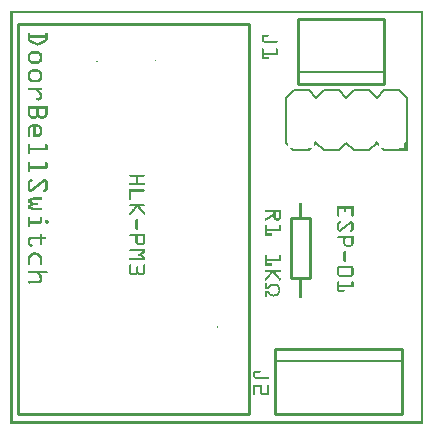
<source format=gto>
G04 MADE WITH FRITZING*
G04 WWW.FRITZING.ORG*
G04 DOUBLE SIDED*
G04 HOLES PLATED*
G04 CONTOUR ON CENTER OF CONTOUR VECTOR*
%ASAXBY*%
%FSLAX23Y23*%
%MOIN*%
%OFA0B0*%
%SFA1.0B1.0*%
%ADD10R,0.778933X1.311941X0.756711X1.289719*%
%ADD11C,0.011111*%
%ADD12C,0.008051*%
%ADD13C,0.010000*%
%ADD14C,0.005000*%
%ADD15R,0.001000X0.001000*%
%LNSILK1*%
G90*
G70*
G54D11*
X26Y1334D02*
X794Y1334D01*
X794Y33D01*
X26Y33D01*
X26Y1334D01*
D02*
G54D12*
X1321Y1088D02*
X1296Y1113D01*
D02*
X1246Y1113D02*
X1221Y1088D01*
D02*
X1221Y1088D02*
X1195Y1113D01*
D02*
X1145Y1113D02*
X1120Y1088D01*
D02*
X1120Y1088D02*
X1095Y1113D01*
D02*
X1044Y1113D02*
X1019Y1088D01*
D02*
X1321Y1088D02*
X1321Y938D01*
D02*
X1296Y913D02*
X1246Y913D01*
D02*
X1221Y938D02*
X1195Y913D01*
D02*
X1195Y913D02*
X1145Y913D01*
D02*
X1145Y913D02*
X1120Y938D01*
D02*
X1120Y938D02*
X1095Y913D01*
D02*
X1095Y913D02*
X1044Y913D01*
D02*
X1044Y913D02*
X1019Y938D01*
D02*
X1095Y1113D02*
X1044Y1113D01*
D02*
X1195Y1113D02*
X1145Y1113D01*
D02*
X1296Y1113D02*
X1246Y1113D01*
D02*
X944Y1113D02*
X919Y1088D01*
D02*
X994Y913D02*
X944Y913D01*
D02*
X919Y938D02*
X919Y1088D01*
D02*
X994Y1113D02*
X944Y1113D01*
D02*
X1019Y1088D02*
X994Y1113D01*
G54D13*
D02*
X1245Y1351D02*
X959Y1351D01*
D02*
X959Y1351D02*
X959Y1135D01*
D02*
X959Y1135D02*
X1245Y1135D01*
D02*
X1245Y1135D02*
X1245Y1351D01*
G54D14*
D02*
X959Y1175D02*
X1245Y1175D01*
G54D13*
D02*
X934Y487D02*
X934Y687D01*
D02*
X934Y687D02*
X1000Y687D01*
D02*
X1000Y687D02*
X1000Y487D01*
D02*
X1000Y487D02*
X934Y487D01*
D02*
X882Y34D02*
X1306Y34D01*
D02*
X1306Y34D02*
X1306Y250D01*
D02*
X1306Y250D02*
X882Y250D01*
D02*
X882Y250D02*
X882Y34D01*
G54D14*
D02*
X1306Y210D02*
X882Y210D01*
G54D15*
X0Y1378D02*
X1376Y1378D01*
X0Y1377D02*
X1376Y1377D01*
X0Y1376D02*
X1376Y1376D01*
X0Y1375D02*
X1376Y1375D01*
X0Y1374D02*
X1376Y1374D01*
X0Y1373D02*
X1376Y1373D01*
X0Y1372D02*
X1376Y1372D01*
X0Y1371D02*
X1376Y1371D01*
X0Y1370D02*
X7Y1370D01*
X1369Y1370D02*
X1376Y1370D01*
X0Y1369D02*
X7Y1369D01*
X1369Y1369D02*
X1376Y1369D01*
X0Y1368D02*
X7Y1368D01*
X1369Y1368D02*
X1376Y1368D01*
X0Y1367D02*
X7Y1367D01*
X1369Y1367D02*
X1376Y1367D01*
X0Y1366D02*
X7Y1366D01*
X1369Y1366D02*
X1376Y1366D01*
X0Y1365D02*
X7Y1365D01*
X1369Y1365D02*
X1376Y1365D01*
X0Y1364D02*
X7Y1364D01*
X1369Y1364D02*
X1376Y1364D01*
X0Y1363D02*
X7Y1363D01*
X1369Y1363D02*
X1376Y1363D01*
X0Y1362D02*
X7Y1362D01*
X1369Y1362D02*
X1376Y1362D01*
X0Y1361D02*
X7Y1361D01*
X1369Y1361D02*
X1376Y1361D01*
X0Y1360D02*
X7Y1360D01*
X1369Y1360D02*
X1376Y1360D01*
X0Y1359D02*
X7Y1359D01*
X1369Y1359D02*
X1376Y1359D01*
X0Y1358D02*
X7Y1358D01*
X1369Y1358D02*
X1376Y1358D01*
X0Y1357D02*
X7Y1357D01*
X1369Y1357D02*
X1376Y1357D01*
X0Y1356D02*
X7Y1356D01*
X1369Y1356D02*
X1376Y1356D01*
X0Y1355D02*
X7Y1355D01*
X1369Y1355D02*
X1376Y1355D01*
X0Y1354D02*
X7Y1354D01*
X1369Y1354D02*
X1376Y1354D01*
X0Y1353D02*
X7Y1353D01*
X1369Y1353D02*
X1376Y1353D01*
X0Y1352D02*
X7Y1352D01*
X1369Y1352D02*
X1376Y1352D01*
X0Y1351D02*
X7Y1351D01*
X1369Y1351D02*
X1376Y1351D01*
X0Y1350D02*
X7Y1350D01*
X1369Y1350D02*
X1376Y1350D01*
X0Y1349D02*
X7Y1349D01*
X1369Y1349D02*
X1376Y1349D01*
X0Y1348D02*
X7Y1348D01*
X1369Y1348D02*
X1376Y1348D01*
X0Y1347D02*
X7Y1347D01*
X1369Y1347D02*
X1376Y1347D01*
X0Y1346D02*
X7Y1346D01*
X1369Y1346D02*
X1376Y1346D01*
X0Y1345D02*
X7Y1345D01*
X1369Y1345D02*
X1376Y1345D01*
X0Y1344D02*
X7Y1344D01*
X1369Y1344D02*
X1376Y1344D01*
X0Y1343D02*
X7Y1343D01*
X1369Y1343D02*
X1376Y1343D01*
X0Y1342D02*
X7Y1342D01*
X1369Y1342D02*
X1376Y1342D01*
X0Y1341D02*
X7Y1341D01*
X1369Y1341D02*
X1376Y1341D01*
X0Y1340D02*
X7Y1340D01*
X1369Y1340D02*
X1376Y1340D01*
X0Y1339D02*
X7Y1339D01*
X1369Y1339D02*
X1376Y1339D01*
X0Y1338D02*
X7Y1338D01*
X1369Y1338D02*
X1376Y1338D01*
X0Y1337D02*
X7Y1337D01*
X1369Y1337D02*
X1376Y1337D01*
X0Y1336D02*
X7Y1336D01*
X1369Y1336D02*
X1376Y1336D01*
X0Y1335D02*
X7Y1335D01*
X1369Y1335D02*
X1376Y1335D01*
X0Y1334D02*
X7Y1334D01*
X1369Y1334D02*
X1376Y1334D01*
X0Y1333D02*
X7Y1333D01*
X1369Y1333D02*
X1376Y1333D01*
X0Y1332D02*
X7Y1332D01*
X1369Y1332D02*
X1376Y1332D01*
X0Y1331D02*
X7Y1331D01*
X1369Y1331D02*
X1376Y1331D01*
X0Y1330D02*
X7Y1330D01*
X1369Y1330D02*
X1376Y1330D01*
X0Y1329D02*
X7Y1329D01*
X1369Y1329D02*
X1376Y1329D01*
X0Y1328D02*
X7Y1328D01*
X1369Y1328D02*
X1376Y1328D01*
X0Y1327D02*
X7Y1327D01*
X1369Y1327D02*
X1376Y1327D01*
X0Y1326D02*
X7Y1326D01*
X1369Y1326D02*
X1376Y1326D01*
X0Y1325D02*
X7Y1325D01*
X1369Y1325D02*
X1376Y1325D01*
X0Y1324D02*
X7Y1324D01*
X1369Y1324D02*
X1376Y1324D01*
X0Y1323D02*
X7Y1323D01*
X1369Y1323D02*
X1376Y1323D01*
X0Y1322D02*
X7Y1322D01*
X1369Y1322D02*
X1376Y1322D01*
X0Y1321D02*
X7Y1321D01*
X1369Y1321D02*
X1376Y1321D01*
X0Y1320D02*
X7Y1320D01*
X1369Y1320D02*
X1376Y1320D01*
X0Y1319D02*
X7Y1319D01*
X1369Y1319D02*
X1376Y1319D01*
X0Y1318D02*
X7Y1318D01*
X1369Y1318D02*
X1376Y1318D01*
X0Y1317D02*
X7Y1317D01*
X1369Y1317D02*
X1376Y1317D01*
X0Y1316D02*
X7Y1316D01*
X1369Y1316D02*
X1376Y1316D01*
X0Y1315D02*
X7Y1315D01*
X1369Y1315D02*
X1376Y1315D01*
X0Y1314D02*
X7Y1314D01*
X1369Y1314D02*
X1376Y1314D01*
X0Y1313D02*
X7Y1313D01*
X1369Y1313D02*
X1376Y1313D01*
X0Y1312D02*
X7Y1312D01*
X1369Y1312D02*
X1376Y1312D01*
X0Y1311D02*
X7Y1311D01*
X1369Y1311D02*
X1376Y1311D01*
X0Y1310D02*
X7Y1310D01*
X1369Y1310D02*
X1376Y1310D01*
X0Y1309D02*
X7Y1309D01*
X1369Y1309D02*
X1376Y1309D01*
X0Y1308D02*
X7Y1308D01*
X1369Y1308D02*
X1376Y1308D01*
X0Y1307D02*
X7Y1307D01*
X1369Y1307D02*
X1376Y1307D01*
X0Y1306D02*
X7Y1306D01*
X1369Y1306D02*
X1376Y1306D01*
X0Y1305D02*
X7Y1305D01*
X1369Y1305D02*
X1376Y1305D01*
X0Y1304D02*
X7Y1304D01*
X62Y1304D02*
X62Y1304D01*
X119Y1304D02*
X120Y1304D01*
X1369Y1304D02*
X1376Y1304D01*
X0Y1303D02*
X7Y1303D01*
X60Y1303D02*
X64Y1303D01*
X117Y1303D02*
X122Y1303D01*
X1369Y1303D02*
X1376Y1303D01*
X0Y1302D02*
X7Y1302D01*
X59Y1302D02*
X65Y1302D01*
X116Y1302D02*
X123Y1302D01*
X1369Y1302D02*
X1376Y1302D01*
X0Y1301D02*
X7Y1301D01*
X58Y1301D02*
X65Y1301D01*
X116Y1301D02*
X123Y1301D01*
X1369Y1301D02*
X1376Y1301D01*
X0Y1300D02*
X7Y1300D01*
X58Y1300D02*
X66Y1300D01*
X116Y1300D02*
X123Y1300D01*
X1369Y1300D02*
X1376Y1300D01*
X0Y1299D02*
X7Y1299D01*
X58Y1299D02*
X66Y1299D01*
X116Y1299D02*
X123Y1299D01*
X1369Y1299D02*
X1376Y1299D01*
X0Y1298D02*
X7Y1298D01*
X58Y1298D02*
X66Y1298D01*
X116Y1298D02*
X123Y1298D01*
X844Y1298D02*
X860Y1298D01*
X1369Y1298D02*
X1376Y1298D01*
X0Y1297D02*
X7Y1297D01*
X58Y1297D02*
X66Y1297D01*
X116Y1297D02*
X123Y1297D01*
X842Y1297D02*
X861Y1297D01*
X1369Y1297D02*
X1376Y1297D01*
X0Y1296D02*
X7Y1296D01*
X58Y1296D02*
X66Y1296D01*
X115Y1296D02*
X123Y1296D01*
X841Y1296D02*
X861Y1296D01*
X1369Y1296D02*
X1376Y1296D01*
X0Y1295D02*
X7Y1295D01*
X58Y1295D02*
X123Y1295D01*
X840Y1295D02*
X861Y1295D01*
X1369Y1295D02*
X1376Y1295D01*
X0Y1294D02*
X7Y1294D01*
X58Y1294D02*
X123Y1294D01*
X839Y1294D02*
X861Y1294D01*
X1369Y1294D02*
X1376Y1294D01*
X0Y1293D02*
X7Y1293D01*
X58Y1293D02*
X123Y1293D01*
X839Y1293D02*
X860Y1293D01*
X1369Y1293D02*
X1376Y1293D01*
X0Y1292D02*
X7Y1292D01*
X58Y1292D02*
X123Y1292D01*
X838Y1292D02*
X859Y1292D01*
X1369Y1292D02*
X1376Y1292D01*
X0Y1291D02*
X7Y1291D01*
X58Y1291D02*
X123Y1291D01*
X838Y1291D02*
X845Y1291D01*
X1369Y1291D02*
X1376Y1291D01*
X0Y1290D02*
X7Y1290D01*
X58Y1290D02*
X123Y1290D01*
X838Y1290D02*
X844Y1290D01*
X1369Y1290D02*
X1376Y1290D01*
X0Y1289D02*
X7Y1289D01*
X58Y1289D02*
X123Y1289D01*
X838Y1289D02*
X844Y1289D01*
X1369Y1289D02*
X1376Y1289D01*
X0Y1288D02*
X7Y1288D01*
X58Y1288D02*
X123Y1288D01*
X838Y1288D02*
X844Y1288D01*
X1369Y1288D02*
X1376Y1288D01*
X0Y1287D02*
X7Y1287D01*
X58Y1287D02*
X66Y1287D01*
X115Y1287D02*
X123Y1287D01*
X838Y1287D02*
X844Y1287D01*
X1369Y1287D02*
X1376Y1287D01*
X0Y1286D02*
X7Y1286D01*
X58Y1286D02*
X66Y1286D01*
X116Y1286D02*
X123Y1286D01*
X838Y1286D02*
X844Y1286D01*
X1369Y1286D02*
X1376Y1286D01*
X0Y1285D02*
X7Y1285D01*
X58Y1285D02*
X66Y1285D01*
X116Y1285D02*
X123Y1285D01*
X838Y1285D02*
X844Y1285D01*
X1369Y1285D02*
X1376Y1285D01*
X0Y1284D02*
X7Y1284D01*
X58Y1284D02*
X66Y1284D01*
X116Y1284D02*
X123Y1284D01*
X838Y1284D02*
X844Y1284D01*
X1369Y1284D02*
X1376Y1284D01*
X0Y1283D02*
X7Y1283D01*
X58Y1283D02*
X66Y1283D01*
X115Y1283D02*
X123Y1283D01*
X838Y1283D02*
X844Y1283D01*
X1369Y1283D02*
X1376Y1283D01*
X0Y1282D02*
X7Y1282D01*
X58Y1282D02*
X66Y1282D01*
X115Y1282D02*
X123Y1282D01*
X838Y1282D02*
X844Y1282D01*
X1369Y1282D02*
X1376Y1282D01*
X0Y1281D02*
X7Y1281D01*
X59Y1281D02*
X67Y1281D01*
X114Y1281D02*
X123Y1281D01*
X838Y1281D02*
X844Y1281D01*
X1369Y1281D02*
X1376Y1281D01*
X0Y1280D02*
X7Y1280D01*
X59Y1280D02*
X69Y1280D01*
X112Y1280D02*
X122Y1280D01*
X838Y1280D02*
X844Y1280D01*
X1369Y1280D02*
X1376Y1280D01*
X0Y1279D02*
X7Y1279D01*
X59Y1279D02*
X71Y1279D01*
X110Y1279D02*
X122Y1279D01*
X838Y1279D02*
X845Y1279D01*
X1369Y1279D02*
X1376Y1279D01*
X0Y1278D02*
X7Y1278D01*
X60Y1278D02*
X73Y1278D01*
X109Y1278D02*
X122Y1278D01*
X838Y1278D02*
X888Y1278D01*
X1369Y1278D02*
X1376Y1278D01*
X0Y1277D02*
X7Y1277D01*
X60Y1277D02*
X75Y1277D01*
X107Y1277D02*
X121Y1277D01*
X839Y1277D02*
X890Y1277D01*
X1369Y1277D02*
X1376Y1277D01*
X0Y1276D02*
X7Y1276D01*
X61Y1276D02*
X77Y1276D01*
X105Y1276D02*
X120Y1276D01*
X839Y1276D02*
X890Y1276D01*
X1369Y1276D02*
X1376Y1276D01*
X0Y1275D02*
X7Y1275D01*
X62Y1275D02*
X79Y1275D01*
X103Y1275D02*
X119Y1275D01*
X840Y1275D02*
X891Y1275D01*
X1369Y1275D02*
X1376Y1275D01*
X0Y1274D02*
X7Y1274D01*
X63Y1274D02*
X81Y1274D01*
X101Y1274D02*
X118Y1274D01*
X841Y1274D02*
X891Y1274D01*
X1369Y1274D02*
X1376Y1274D01*
X0Y1273D02*
X7Y1273D01*
X64Y1273D02*
X83Y1273D01*
X99Y1273D02*
X117Y1273D01*
X842Y1273D02*
X890Y1273D01*
X1369Y1273D02*
X1376Y1273D01*
X0Y1272D02*
X7Y1272D01*
X66Y1272D02*
X85Y1272D01*
X97Y1272D02*
X115Y1272D01*
X844Y1272D02*
X889Y1272D01*
X1369Y1272D02*
X1376Y1272D01*
X0Y1271D02*
X7Y1271D01*
X68Y1271D02*
X87Y1271D01*
X94Y1271D02*
X113Y1271D01*
X1369Y1271D02*
X1376Y1271D01*
X0Y1270D02*
X7Y1270D01*
X70Y1270D02*
X111Y1270D01*
X1369Y1270D02*
X1376Y1270D01*
X0Y1269D02*
X7Y1269D01*
X72Y1269D02*
X109Y1269D01*
X1369Y1269D02*
X1376Y1269D01*
X0Y1268D02*
X7Y1268D01*
X75Y1268D02*
X107Y1268D01*
X1369Y1268D02*
X1376Y1268D01*
X0Y1267D02*
X7Y1267D01*
X77Y1267D02*
X105Y1267D01*
X1369Y1267D02*
X1376Y1267D01*
X0Y1266D02*
X7Y1266D01*
X79Y1266D02*
X103Y1266D01*
X1369Y1266D02*
X1376Y1266D01*
X0Y1265D02*
X7Y1265D01*
X81Y1265D02*
X101Y1265D01*
X1369Y1265D02*
X1376Y1265D01*
X0Y1264D02*
X7Y1264D01*
X83Y1264D02*
X99Y1264D01*
X1369Y1264D02*
X1376Y1264D01*
X0Y1263D02*
X7Y1263D01*
X85Y1263D02*
X96Y1263D01*
X1369Y1263D02*
X1376Y1263D01*
X0Y1262D02*
X7Y1262D01*
X90Y1262D02*
X91Y1262D01*
X1369Y1262D02*
X1376Y1262D01*
X0Y1261D02*
X7Y1261D01*
X1369Y1261D02*
X1376Y1261D01*
X0Y1260D02*
X7Y1260D01*
X1369Y1260D02*
X1376Y1260D01*
X0Y1259D02*
X7Y1259D01*
X1369Y1259D02*
X1376Y1259D01*
X0Y1258D02*
X7Y1258D01*
X1369Y1258D02*
X1376Y1258D01*
X0Y1257D02*
X7Y1257D01*
X1369Y1257D02*
X1376Y1257D01*
X0Y1256D02*
X7Y1256D01*
X1369Y1256D02*
X1376Y1256D01*
X0Y1255D02*
X7Y1255D01*
X1369Y1255D02*
X1376Y1255D01*
X0Y1254D02*
X7Y1254D01*
X1369Y1254D02*
X1376Y1254D01*
X0Y1253D02*
X7Y1253D01*
X1369Y1253D02*
X1376Y1253D01*
X0Y1252D02*
X7Y1252D01*
X840Y1252D02*
X841Y1252D01*
X887Y1252D02*
X889Y1252D01*
X1369Y1252D02*
X1376Y1252D01*
X0Y1251D02*
X7Y1251D01*
X838Y1251D02*
X843Y1251D01*
X886Y1251D02*
X890Y1251D01*
X1369Y1251D02*
X1376Y1251D01*
X0Y1250D02*
X7Y1250D01*
X838Y1250D02*
X843Y1250D01*
X885Y1250D02*
X890Y1250D01*
X1369Y1250D02*
X1376Y1250D01*
X0Y1249D02*
X7Y1249D01*
X838Y1249D02*
X844Y1249D01*
X885Y1249D02*
X891Y1249D01*
X1369Y1249D02*
X1376Y1249D01*
X0Y1248D02*
X7Y1248D01*
X838Y1248D02*
X844Y1248D01*
X885Y1248D02*
X891Y1248D01*
X1369Y1248D02*
X1376Y1248D01*
X0Y1247D02*
X7Y1247D01*
X838Y1247D02*
X844Y1247D01*
X885Y1247D02*
X891Y1247D01*
X1369Y1247D02*
X1376Y1247D01*
X0Y1246D02*
X7Y1246D01*
X838Y1246D02*
X844Y1246D01*
X885Y1246D02*
X891Y1246D01*
X1369Y1246D02*
X1376Y1246D01*
X0Y1245D02*
X7Y1245D01*
X838Y1245D02*
X844Y1245D01*
X885Y1245D02*
X891Y1245D01*
X1369Y1245D02*
X1376Y1245D01*
X0Y1244D02*
X7Y1244D01*
X838Y1244D02*
X844Y1244D01*
X885Y1244D02*
X891Y1244D01*
X1369Y1244D02*
X1376Y1244D01*
X0Y1243D02*
X7Y1243D01*
X72Y1243D02*
X91Y1243D01*
X838Y1243D02*
X844Y1243D01*
X885Y1243D02*
X891Y1243D01*
X1369Y1243D02*
X1376Y1243D01*
X0Y1242D02*
X7Y1242D01*
X68Y1242D02*
X95Y1242D01*
X838Y1242D02*
X844Y1242D01*
X885Y1242D02*
X891Y1242D01*
X1369Y1242D02*
X1376Y1242D01*
X0Y1241D02*
X7Y1241D01*
X66Y1241D02*
X97Y1241D01*
X838Y1241D02*
X844Y1241D01*
X885Y1241D02*
X891Y1241D01*
X1369Y1241D02*
X1376Y1241D01*
X0Y1240D02*
X7Y1240D01*
X65Y1240D02*
X98Y1240D01*
X838Y1240D02*
X844Y1240D01*
X885Y1240D02*
X891Y1240D01*
X1369Y1240D02*
X1376Y1240D01*
X0Y1239D02*
X7Y1239D01*
X64Y1239D02*
X99Y1239D01*
X838Y1239D02*
X844Y1239D01*
X885Y1239D02*
X891Y1239D01*
X1369Y1239D02*
X1376Y1239D01*
X0Y1238D02*
X7Y1238D01*
X63Y1238D02*
X100Y1238D01*
X838Y1238D02*
X891Y1238D01*
X1369Y1238D02*
X1376Y1238D01*
X0Y1237D02*
X7Y1237D01*
X62Y1237D02*
X101Y1237D01*
X838Y1237D02*
X891Y1237D01*
X1369Y1237D02*
X1376Y1237D01*
X0Y1236D02*
X7Y1236D01*
X61Y1236D02*
X102Y1236D01*
X838Y1236D02*
X891Y1236D01*
X1369Y1236D02*
X1376Y1236D01*
X0Y1235D02*
X7Y1235D01*
X61Y1235D02*
X103Y1235D01*
X838Y1235D02*
X891Y1235D01*
X1369Y1235D02*
X1376Y1235D01*
X0Y1234D02*
X7Y1234D01*
X60Y1234D02*
X70Y1234D01*
X93Y1234D02*
X103Y1234D01*
X838Y1234D02*
X891Y1234D01*
X1369Y1234D02*
X1376Y1234D01*
X0Y1233D02*
X7Y1233D01*
X60Y1233D02*
X69Y1233D01*
X94Y1233D02*
X104Y1233D01*
X838Y1233D02*
X891Y1233D01*
X1369Y1233D02*
X1376Y1233D01*
X0Y1232D02*
X7Y1232D01*
X59Y1232D02*
X68Y1232D01*
X95Y1232D02*
X104Y1232D01*
X838Y1232D02*
X891Y1232D01*
X1369Y1232D02*
X1376Y1232D01*
X0Y1231D02*
X7Y1231D01*
X59Y1231D02*
X67Y1231D01*
X96Y1231D02*
X105Y1231D01*
X838Y1231D02*
X844Y1231D01*
X1369Y1231D02*
X1376Y1231D01*
X0Y1230D02*
X7Y1230D01*
X58Y1230D02*
X67Y1230D01*
X97Y1230D02*
X105Y1230D01*
X838Y1230D02*
X844Y1230D01*
X1369Y1230D02*
X1376Y1230D01*
X0Y1229D02*
X7Y1229D01*
X58Y1229D02*
X66Y1229D01*
X97Y1229D02*
X105Y1229D01*
X838Y1229D02*
X844Y1229D01*
X1369Y1229D02*
X1376Y1229D01*
X0Y1228D02*
X7Y1228D01*
X58Y1228D02*
X66Y1228D01*
X98Y1228D02*
X105Y1228D01*
X838Y1228D02*
X844Y1228D01*
X1369Y1228D02*
X1376Y1228D01*
X0Y1227D02*
X7Y1227D01*
X58Y1227D02*
X66Y1227D01*
X98Y1227D02*
X105Y1227D01*
X838Y1227D02*
X844Y1227D01*
X1369Y1227D02*
X1376Y1227D01*
X0Y1226D02*
X7Y1226D01*
X58Y1226D02*
X66Y1226D01*
X98Y1226D02*
X105Y1226D01*
X838Y1226D02*
X844Y1226D01*
X1369Y1226D02*
X1376Y1226D01*
X0Y1225D02*
X7Y1225D01*
X58Y1225D02*
X66Y1225D01*
X98Y1225D02*
X105Y1225D01*
X838Y1225D02*
X844Y1225D01*
X1369Y1225D02*
X1376Y1225D01*
X0Y1224D02*
X7Y1224D01*
X58Y1224D02*
X66Y1224D01*
X98Y1224D02*
X105Y1224D01*
X838Y1224D02*
X860Y1224D01*
X1369Y1224D02*
X1376Y1224D01*
X0Y1223D02*
X7Y1223D01*
X58Y1223D02*
X66Y1223D01*
X98Y1223D02*
X105Y1223D01*
X838Y1223D02*
X861Y1223D01*
X1369Y1223D02*
X1376Y1223D01*
X0Y1222D02*
X7Y1222D01*
X58Y1222D02*
X66Y1222D01*
X98Y1222D02*
X105Y1222D01*
X838Y1222D02*
X861Y1222D01*
X1369Y1222D02*
X1376Y1222D01*
X0Y1221D02*
X7Y1221D01*
X58Y1221D02*
X66Y1221D01*
X98Y1221D02*
X105Y1221D01*
X838Y1221D02*
X861Y1221D01*
X1369Y1221D02*
X1376Y1221D01*
X0Y1220D02*
X7Y1220D01*
X58Y1220D02*
X66Y1220D01*
X98Y1220D02*
X105Y1220D01*
X838Y1220D02*
X861Y1220D01*
X1369Y1220D02*
X1376Y1220D01*
X0Y1219D02*
X7Y1219D01*
X58Y1219D02*
X66Y1219D01*
X98Y1219D02*
X105Y1219D01*
X839Y1219D02*
X860Y1219D01*
X1369Y1219D02*
X1376Y1219D01*
X0Y1218D02*
X7Y1218D01*
X58Y1218D02*
X66Y1218D01*
X98Y1218D02*
X105Y1218D01*
X840Y1218D02*
X859Y1218D01*
X1369Y1218D02*
X1376Y1218D01*
X0Y1217D02*
X7Y1217D01*
X58Y1217D02*
X66Y1217D01*
X98Y1217D02*
X105Y1217D01*
X1369Y1217D02*
X1376Y1217D01*
X0Y1216D02*
X7Y1216D01*
X58Y1216D02*
X66Y1216D01*
X98Y1216D02*
X105Y1216D01*
X1369Y1216D02*
X1376Y1216D01*
X0Y1215D02*
X7Y1215D01*
X58Y1215D02*
X66Y1215D01*
X97Y1215D02*
X105Y1215D01*
X1369Y1215D02*
X1376Y1215D01*
X0Y1214D02*
X7Y1214D01*
X58Y1214D02*
X67Y1214D01*
X97Y1214D02*
X105Y1214D01*
X1369Y1214D02*
X1376Y1214D01*
X0Y1213D02*
X7Y1213D01*
X59Y1213D02*
X68Y1213D01*
X96Y1213D02*
X105Y1213D01*
X481Y1213D02*
X482Y1213D01*
X1369Y1213D02*
X1376Y1213D01*
X0Y1212D02*
X7Y1212D01*
X59Y1212D02*
X68Y1212D01*
X95Y1212D02*
X104Y1212D01*
X482Y1212D02*
X485Y1212D01*
X1369Y1212D02*
X1376Y1212D01*
X0Y1211D02*
X7Y1211D01*
X60Y1211D02*
X69Y1211D01*
X94Y1211D02*
X104Y1211D01*
X286Y1211D02*
X286Y1211D01*
X482Y1211D02*
X482Y1211D01*
X485Y1211D02*
X486Y1211D01*
X1369Y1211D02*
X1376Y1211D01*
X0Y1210D02*
X7Y1210D01*
X60Y1210D02*
X71Y1210D01*
X93Y1210D02*
X103Y1210D01*
X287Y1210D02*
X290Y1210D01*
X481Y1210D02*
X483Y1210D01*
X1369Y1210D02*
X1376Y1210D01*
X0Y1209D02*
X7Y1209D01*
X61Y1209D02*
X103Y1209D01*
X287Y1209D02*
X287Y1209D01*
X290Y1209D02*
X291Y1209D01*
X1369Y1209D02*
X1376Y1209D01*
X0Y1208D02*
X7Y1208D01*
X62Y1208D02*
X102Y1208D01*
X287Y1208D02*
X289Y1208D01*
X1369Y1208D02*
X1376Y1208D01*
X0Y1207D02*
X7Y1207D01*
X62Y1207D02*
X101Y1207D01*
X483Y1207D02*
X484Y1207D01*
X1369Y1207D02*
X1376Y1207D01*
X0Y1206D02*
X7Y1206D01*
X63Y1206D02*
X100Y1206D01*
X481Y1206D02*
X482Y1206D01*
X486Y1206D02*
X486Y1206D01*
X1369Y1206D02*
X1376Y1206D01*
X0Y1205D02*
X7Y1205D01*
X64Y1205D02*
X99Y1205D01*
X288Y1205D02*
X289Y1205D01*
X481Y1205D02*
X481Y1205D01*
X1369Y1205D02*
X1376Y1205D01*
X0Y1204D02*
X7Y1204D01*
X65Y1204D02*
X98Y1204D01*
X287Y1204D02*
X287Y1204D01*
X290Y1204D02*
X291Y1204D01*
X481Y1204D02*
X481Y1204D01*
X1369Y1204D02*
X1376Y1204D01*
X0Y1203D02*
X7Y1203D01*
X67Y1203D02*
X97Y1203D01*
X286Y1203D02*
X286Y1203D01*
X1369Y1203D02*
X1376Y1203D01*
X0Y1202D02*
X7Y1202D01*
X68Y1202D02*
X95Y1202D01*
X286Y1202D02*
X286Y1202D01*
X1369Y1202D02*
X1376Y1202D01*
X0Y1201D02*
X7Y1201D01*
X73Y1201D02*
X91Y1201D01*
X1369Y1201D02*
X1376Y1201D01*
X0Y1200D02*
X7Y1200D01*
X1369Y1200D02*
X1376Y1200D01*
X0Y1199D02*
X7Y1199D01*
X1369Y1199D02*
X1376Y1199D01*
X0Y1198D02*
X7Y1198D01*
X1369Y1198D02*
X1376Y1198D01*
X0Y1197D02*
X7Y1197D01*
X1369Y1197D02*
X1376Y1197D01*
X0Y1196D02*
X7Y1196D01*
X1369Y1196D02*
X1376Y1196D01*
X0Y1195D02*
X7Y1195D01*
X1369Y1195D02*
X1376Y1195D01*
X0Y1194D02*
X7Y1194D01*
X1369Y1194D02*
X1376Y1194D01*
X0Y1193D02*
X7Y1193D01*
X1369Y1193D02*
X1376Y1193D01*
X0Y1192D02*
X7Y1192D01*
X1369Y1192D02*
X1376Y1192D01*
X0Y1191D02*
X7Y1191D01*
X1369Y1191D02*
X1376Y1191D01*
X0Y1190D02*
X7Y1190D01*
X1369Y1190D02*
X1376Y1190D01*
X0Y1189D02*
X7Y1189D01*
X1369Y1189D02*
X1376Y1189D01*
X0Y1188D02*
X7Y1188D01*
X1369Y1188D02*
X1376Y1188D01*
X0Y1187D02*
X7Y1187D01*
X1369Y1187D02*
X1376Y1187D01*
X0Y1186D02*
X7Y1186D01*
X1369Y1186D02*
X1376Y1186D01*
X0Y1185D02*
X7Y1185D01*
X1369Y1185D02*
X1376Y1185D01*
X0Y1184D02*
X7Y1184D01*
X1369Y1184D02*
X1376Y1184D01*
X0Y1183D02*
X7Y1183D01*
X1369Y1183D02*
X1376Y1183D01*
X0Y1182D02*
X7Y1182D01*
X72Y1182D02*
X91Y1182D01*
X1369Y1182D02*
X1376Y1182D01*
X0Y1181D02*
X7Y1181D01*
X68Y1181D02*
X95Y1181D01*
X1369Y1181D02*
X1376Y1181D01*
X0Y1180D02*
X7Y1180D01*
X66Y1180D02*
X97Y1180D01*
X1369Y1180D02*
X1376Y1180D01*
X0Y1179D02*
X7Y1179D01*
X65Y1179D02*
X98Y1179D01*
X1369Y1179D02*
X1376Y1179D01*
X0Y1178D02*
X7Y1178D01*
X64Y1178D02*
X99Y1178D01*
X1369Y1178D02*
X1376Y1178D01*
X0Y1177D02*
X7Y1177D01*
X63Y1177D02*
X100Y1177D01*
X1369Y1177D02*
X1376Y1177D01*
X0Y1176D02*
X7Y1176D01*
X62Y1176D02*
X101Y1176D01*
X1369Y1176D02*
X1376Y1176D01*
X0Y1175D02*
X7Y1175D01*
X61Y1175D02*
X102Y1175D01*
X1369Y1175D02*
X1376Y1175D01*
X0Y1174D02*
X7Y1174D01*
X61Y1174D02*
X103Y1174D01*
X1369Y1174D02*
X1376Y1174D01*
X0Y1173D02*
X7Y1173D01*
X60Y1173D02*
X70Y1173D01*
X93Y1173D02*
X103Y1173D01*
X1369Y1173D02*
X1376Y1173D01*
X0Y1172D02*
X7Y1172D01*
X60Y1172D02*
X69Y1172D01*
X94Y1172D02*
X104Y1172D01*
X1369Y1172D02*
X1376Y1172D01*
X0Y1171D02*
X7Y1171D01*
X59Y1171D02*
X68Y1171D01*
X95Y1171D02*
X104Y1171D01*
X1369Y1171D02*
X1376Y1171D01*
X0Y1170D02*
X7Y1170D01*
X59Y1170D02*
X67Y1170D01*
X96Y1170D02*
X105Y1170D01*
X1369Y1170D02*
X1376Y1170D01*
X0Y1169D02*
X7Y1169D01*
X58Y1169D02*
X67Y1169D01*
X97Y1169D02*
X105Y1169D01*
X1369Y1169D02*
X1376Y1169D01*
X0Y1168D02*
X7Y1168D01*
X58Y1168D02*
X66Y1168D01*
X97Y1168D02*
X105Y1168D01*
X1369Y1168D02*
X1376Y1168D01*
X0Y1167D02*
X7Y1167D01*
X58Y1167D02*
X66Y1167D01*
X98Y1167D02*
X105Y1167D01*
X1369Y1167D02*
X1376Y1167D01*
X0Y1166D02*
X7Y1166D01*
X58Y1166D02*
X66Y1166D01*
X98Y1166D02*
X105Y1166D01*
X1369Y1166D02*
X1376Y1166D01*
X0Y1165D02*
X7Y1165D01*
X58Y1165D02*
X66Y1165D01*
X98Y1165D02*
X105Y1165D01*
X1369Y1165D02*
X1376Y1165D01*
X0Y1164D02*
X7Y1164D01*
X58Y1164D02*
X66Y1164D01*
X98Y1164D02*
X105Y1164D01*
X1369Y1164D02*
X1376Y1164D01*
X0Y1163D02*
X7Y1163D01*
X58Y1163D02*
X66Y1163D01*
X98Y1163D02*
X105Y1163D01*
X1369Y1163D02*
X1376Y1163D01*
X0Y1162D02*
X7Y1162D01*
X58Y1162D02*
X66Y1162D01*
X98Y1162D02*
X105Y1162D01*
X1369Y1162D02*
X1376Y1162D01*
X0Y1161D02*
X7Y1161D01*
X58Y1161D02*
X66Y1161D01*
X98Y1161D02*
X105Y1161D01*
X1369Y1161D02*
X1376Y1161D01*
X0Y1160D02*
X7Y1160D01*
X58Y1160D02*
X66Y1160D01*
X98Y1160D02*
X105Y1160D01*
X1369Y1160D02*
X1376Y1160D01*
X0Y1159D02*
X7Y1159D01*
X58Y1159D02*
X66Y1159D01*
X98Y1159D02*
X105Y1159D01*
X1369Y1159D02*
X1376Y1159D01*
X0Y1158D02*
X7Y1158D01*
X58Y1158D02*
X66Y1158D01*
X98Y1158D02*
X105Y1158D01*
X1369Y1158D02*
X1376Y1158D01*
X0Y1157D02*
X7Y1157D01*
X58Y1157D02*
X66Y1157D01*
X98Y1157D02*
X105Y1157D01*
X1369Y1157D02*
X1376Y1157D01*
X0Y1156D02*
X7Y1156D01*
X58Y1156D02*
X66Y1156D01*
X98Y1156D02*
X105Y1156D01*
X1369Y1156D02*
X1376Y1156D01*
X0Y1155D02*
X7Y1155D01*
X58Y1155D02*
X66Y1155D01*
X98Y1155D02*
X105Y1155D01*
X1369Y1155D02*
X1376Y1155D01*
X0Y1154D02*
X7Y1154D01*
X58Y1154D02*
X66Y1154D01*
X97Y1154D02*
X105Y1154D01*
X1369Y1154D02*
X1376Y1154D01*
X0Y1153D02*
X7Y1153D01*
X58Y1153D02*
X67Y1153D01*
X97Y1153D02*
X105Y1153D01*
X1369Y1153D02*
X1376Y1153D01*
X0Y1152D02*
X7Y1152D01*
X59Y1152D02*
X68Y1152D01*
X96Y1152D02*
X105Y1152D01*
X1369Y1152D02*
X1376Y1152D01*
X0Y1151D02*
X7Y1151D01*
X59Y1151D02*
X68Y1151D01*
X95Y1151D02*
X104Y1151D01*
X1369Y1151D02*
X1376Y1151D01*
X0Y1150D02*
X7Y1150D01*
X60Y1150D02*
X69Y1150D01*
X94Y1150D02*
X104Y1150D01*
X1369Y1150D02*
X1376Y1150D01*
X0Y1149D02*
X7Y1149D01*
X60Y1149D02*
X71Y1149D01*
X93Y1149D02*
X103Y1149D01*
X1369Y1149D02*
X1376Y1149D01*
X0Y1148D02*
X7Y1148D01*
X61Y1148D02*
X103Y1148D01*
X1369Y1148D02*
X1376Y1148D01*
X0Y1147D02*
X7Y1147D01*
X62Y1147D02*
X102Y1147D01*
X1369Y1147D02*
X1376Y1147D01*
X0Y1146D02*
X7Y1146D01*
X62Y1146D02*
X101Y1146D01*
X1369Y1146D02*
X1376Y1146D01*
X0Y1145D02*
X7Y1145D01*
X63Y1145D02*
X100Y1145D01*
X1369Y1145D02*
X1376Y1145D01*
X0Y1144D02*
X7Y1144D01*
X64Y1144D02*
X99Y1144D01*
X1369Y1144D02*
X1376Y1144D01*
X0Y1143D02*
X7Y1143D01*
X65Y1143D02*
X98Y1143D01*
X1369Y1143D02*
X1376Y1143D01*
X0Y1142D02*
X7Y1142D01*
X67Y1142D02*
X97Y1142D01*
X1369Y1142D02*
X1376Y1142D01*
X0Y1141D02*
X7Y1141D01*
X68Y1141D02*
X95Y1141D01*
X1369Y1141D02*
X1376Y1141D01*
X0Y1140D02*
X7Y1140D01*
X72Y1140D02*
X91Y1140D01*
X1369Y1140D02*
X1376Y1140D01*
X0Y1139D02*
X7Y1139D01*
X1369Y1139D02*
X1376Y1139D01*
X0Y1138D02*
X7Y1138D01*
X1369Y1138D02*
X1376Y1138D01*
X0Y1137D02*
X7Y1137D01*
X1369Y1137D02*
X1376Y1137D01*
X0Y1136D02*
X7Y1136D01*
X1369Y1136D02*
X1376Y1136D01*
X0Y1135D02*
X7Y1135D01*
X1369Y1135D02*
X1376Y1135D01*
X0Y1134D02*
X7Y1134D01*
X1369Y1134D02*
X1376Y1134D01*
X0Y1133D02*
X7Y1133D01*
X1369Y1133D02*
X1376Y1133D01*
X0Y1132D02*
X7Y1132D01*
X1369Y1132D02*
X1376Y1132D01*
X0Y1131D02*
X7Y1131D01*
X1369Y1131D02*
X1376Y1131D01*
X0Y1130D02*
X7Y1130D01*
X1369Y1130D02*
X1376Y1130D01*
X0Y1129D02*
X7Y1129D01*
X1369Y1129D02*
X1376Y1129D01*
X0Y1128D02*
X7Y1128D01*
X1369Y1128D02*
X1376Y1128D01*
X0Y1127D02*
X7Y1127D01*
X1369Y1127D02*
X1376Y1127D01*
X0Y1126D02*
X7Y1126D01*
X1369Y1126D02*
X1376Y1126D01*
X0Y1125D02*
X7Y1125D01*
X1369Y1125D02*
X1376Y1125D01*
X0Y1124D02*
X7Y1124D01*
X1369Y1124D02*
X1376Y1124D01*
X0Y1123D02*
X7Y1123D01*
X1369Y1123D02*
X1376Y1123D01*
X0Y1122D02*
X7Y1122D01*
X1369Y1122D02*
X1376Y1122D01*
X0Y1121D02*
X7Y1121D01*
X62Y1121D02*
X102Y1121D01*
X1369Y1121D02*
X1376Y1121D01*
X0Y1120D02*
X7Y1120D01*
X60Y1120D02*
X104Y1120D01*
X1369Y1120D02*
X1376Y1120D01*
X0Y1119D02*
X7Y1119D01*
X59Y1119D02*
X105Y1119D01*
X1369Y1119D02*
X1376Y1119D01*
X0Y1118D02*
X7Y1118D01*
X58Y1118D02*
X105Y1118D01*
X1369Y1118D02*
X1376Y1118D01*
X0Y1117D02*
X7Y1117D01*
X58Y1117D02*
X105Y1117D01*
X1369Y1117D02*
X1376Y1117D01*
X0Y1116D02*
X7Y1116D01*
X58Y1116D02*
X105Y1116D01*
X1369Y1116D02*
X1376Y1116D01*
X0Y1115D02*
X7Y1115D01*
X59Y1115D02*
X105Y1115D01*
X1369Y1115D02*
X1376Y1115D01*
X0Y1114D02*
X7Y1114D01*
X59Y1114D02*
X104Y1114D01*
X1369Y1114D02*
X1376Y1114D01*
X0Y1113D02*
X7Y1113D01*
X61Y1113D02*
X103Y1113D01*
X1369Y1113D02*
X1376Y1113D01*
X0Y1112D02*
X7Y1112D01*
X86Y1112D02*
X96Y1112D01*
X1369Y1112D02*
X1376Y1112D01*
X0Y1111D02*
X7Y1111D01*
X87Y1111D02*
X97Y1111D01*
X1369Y1111D02*
X1376Y1111D01*
X0Y1110D02*
X7Y1110D01*
X88Y1110D02*
X98Y1110D01*
X1369Y1110D02*
X1376Y1110D01*
X0Y1109D02*
X7Y1109D01*
X89Y1109D02*
X99Y1109D01*
X1369Y1109D02*
X1376Y1109D01*
X0Y1108D02*
X7Y1108D01*
X90Y1108D02*
X100Y1108D01*
X1369Y1108D02*
X1376Y1108D01*
X0Y1107D02*
X7Y1107D01*
X90Y1107D02*
X101Y1107D01*
X1369Y1107D02*
X1376Y1107D01*
X0Y1106D02*
X7Y1106D01*
X91Y1106D02*
X102Y1106D01*
X1369Y1106D02*
X1376Y1106D01*
X0Y1105D02*
X7Y1105D01*
X92Y1105D02*
X102Y1105D01*
X1369Y1105D02*
X1376Y1105D01*
X0Y1104D02*
X7Y1104D01*
X93Y1104D02*
X103Y1104D01*
X1369Y1104D02*
X1376Y1104D01*
X0Y1103D02*
X7Y1103D01*
X94Y1103D02*
X104Y1103D01*
X1369Y1103D02*
X1376Y1103D01*
X0Y1102D02*
X7Y1102D01*
X95Y1102D02*
X105Y1102D01*
X1369Y1102D02*
X1376Y1102D01*
X0Y1101D02*
X7Y1101D01*
X96Y1101D02*
X105Y1101D01*
X1369Y1101D02*
X1376Y1101D01*
X0Y1100D02*
X7Y1100D01*
X96Y1100D02*
X105Y1100D01*
X1369Y1100D02*
X1376Y1100D01*
X0Y1099D02*
X7Y1099D01*
X97Y1099D02*
X105Y1099D01*
X1369Y1099D02*
X1376Y1099D01*
X0Y1098D02*
X7Y1098D01*
X98Y1098D02*
X105Y1098D01*
X1369Y1098D02*
X1376Y1098D01*
X0Y1097D02*
X7Y1097D01*
X98Y1097D02*
X105Y1097D01*
X1369Y1097D02*
X1376Y1097D01*
X0Y1096D02*
X7Y1096D01*
X98Y1096D02*
X105Y1096D01*
X1369Y1096D02*
X1376Y1096D01*
X0Y1095D02*
X7Y1095D01*
X98Y1095D02*
X105Y1095D01*
X1369Y1095D02*
X1376Y1095D01*
X0Y1094D02*
X7Y1094D01*
X98Y1094D02*
X105Y1094D01*
X1369Y1094D02*
X1376Y1094D01*
X0Y1093D02*
X7Y1093D01*
X98Y1093D02*
X105Y1093D01*
X1369Y1093D02*
X1376Y1093D01*
X0Y1092D02*
X7Y1092D01*
X98Y1092D02*
X105Y1092D01*
X1369Y1092D02*
X1376Y1092D01*
X0Y1091D02*
X7Y1091D01*
X98Y1091D02*
X105Y1091D01*
X1369Y1091D02*
X1376Y1091D01*
X0Y1090D02*
X7Y1090D01*
X97Y1090D02*
X105Y1090D01*
X1369Y1090D02*
X1376Y1090D01*
X0Y1089D02*
X7Y1089D01*
X97Y1089D02*
X105Y1089D01*
X1369Y1089D02*
X1376Y1089D01*
X0Y1088D02*
X7Y1088D01*
X95Y1088D02*
X105Y1088D01*
X1369Y1088D02*
X1376Y1088D01*
X0Y1087D02*
X7Y1087D01*
X89Y1087D02*
X104Y1087D01*
X1369Y1087D02*
X1376Y1087D01*
X0Y1086D02*
X7Y1086D01*
X88Y1086D02*
X104Y1086D01*
X1369Y1086D02*
X1376Y1086D01*
X0Y1085D02*
X7Y1085D01*
X87Y1085D02*
X103Y1085D01*
X1369Y1085D02*
X1376Y1085D01*
X0Y1084D02*
X7Y1084D01*
X87Y1084D02*
X103Y1084D01*
X1369Y1084D02*
X1376Y1084D01*
X0Y1083D02*
X7Y1083D01*
X87Y1083D02*
X102Y1083D01*
X1369Y1083D02*
X1376Y1083D01*
X0Y1082D02*
X7Y1082D01*
X87Y1082D02*
X101Y1082D01*
X1369Y1082D02*
X1376Y1082D01*
X0Y1081D02*
X7Y1081D01*
X88Y1081D02*
X99Y1081D01*
X1369Y1081D02*
X1376Y1081D01*
X0Y1080D02*
X7Y1080D01*
X88Y1080D02*
X98Y1080D01*
X1369Y1080D02*
X1376Y1080D01*
X0Y1079D02*
X7Y1079D01*
X91Y1079D02*
X93Y1079D01*
X1369Y1079D02*
X1376Y1079D01*
X0Y1078D02*
X7Y1078D01*
X1369Y1078D02*
X1376Y1078D01*
X0Y1077D02*
X7Y1077D01*
X1369Y1077D02*
X1376Y1077D01*
X0Y1076D02*
X7Y1076D01*
X1369Y1076D02*
X1376Y1076D01*
X0Y1075D02*
X7Y1075D01*
X1369Y1075D02*
X1376Y1075D01*
X0Y1074D02*
X7Y1074D01*
X1369Y1074D02*
X1376Y1074D01*
X0Y1073D02*
X7Y1073D01*
X1369Y1073D02*
X1376Y1073D01*
X0Y1072D02*
X7Y1072D01*
X1369Y1072D02*
X1376Y1072D01*
X0Y1071D02*
X7Y1071D01*
X1369Y1071D02*
X1376Y1071D01*
X0Y1070D02*
X7Y1070D01*
X1369Y1070D02*
X1376Y1070D01*
X0Y1069D02*
X7Y1069D01*
X1369Y1069D02*
X1376Y1069D01*
X0Y1068D02*
X7Y1068D01*
X1369Y1068D02*
X1376Y1068D01*
X0Y1067D02*
X7Y1067D01*
X1369Y1067D02*
X1376Y1067D01*
X0Y1066D02*
X7Y1066D01*
X1369Y1066D02*
X1376Y1066D01*
X0Y1065D02*
X7Y1065D01*
X1369Y1065D02*
X1376Y1065D01*
X0Y1064D02*
X7Y1064D01*
X1369Y1064D02*
X1376Y1064D01*
X0Y1063D02*
X7Y1063D01*
X1369Y1063D02*
X1376Y1063D01*
X0Y1062D02*
X7Y1062D01*
X1369Y1062D02*
X1376Y1062D01*
X0Y1061D02*
X7Y1061D01*
X1369Y1061D02*
X1376Y1061D01*
X0Y1060D02*
X7Y1060D01*
X58Y1060D02*
X123Y1060D01*
X1369Y1060D02*
X1376Y1060D01*
X0Y1059D02*
X7Y1059D01*
X58Y1059D02*
X123Y1059D01*
X1369Y1059D02*
X1376Y1059D01*
X0Y1058D02*
X7Y1058D01*
X58Y1058D02*
X123Y1058D01*
X1369Y1058D02*
X1376Y1058D01*
X0Y1057D02*
X7Y1057D01*
X58Y1057D02*
X123Y1057D01*
X1369Y1057D02*
X1376Y1057D01*
X0Y1056D02*
X7Y1056D01*
X58Y1056D02*
X123Y1056D01*
X1369Y1056D02*
X1376Y1056D01*
X0Y1055D02*
X7Y1055D01*
X58Y1055D02*
X123Y1055D01*
X1369Y1055D02*
X1376Y1055D01*
X0Y1054D02*
X7Y1054D01*
X58Y1054D02*
X123Y1054D01*
X1369Y1054D02*
X1376Y1054D01*
X0Y1053D02*
X7Y1053D01*
X58Y1053D02*
X123Y1053D01*
X1369Y1053D02*
X1376Y1053D01*
X0Y1052D02*
X7Y1052D01*
X58Y1052D02*
X123Y1052D01*
X1369Y1052D02*
X1376Y1052D01*
X0Y1051D02*
X7Y1051D01*
X58Y1051D02*
X66Y1051D01*
X87Y1051D02*
X95Y1051D01*
X116Y1051D02*
X123Y1051D01*
X1369Y1051D02*
X1376Y1051D01*
X0Y1050D02*
X7Y1050D01*
X58Y1050D02*
X66Y1050D01*
X87Y1050D02*
X95Y1050D01*
X116Y1050D02*
X123Y1050D01*
X1369Y1050D02*
X1376Y1050D01*
X0Y1049D02*
X7Y1049D01*
X58Y1049D02*
X66Y1049D01*
X87Y1049D02*
X95Y1049D01*
X116Y1049D02*
X123Y1049D01*
X1369Y1049D02*
X1376Y1049D01*
X0Y1048D02*
X7Y1048D01*
X58Y1048D02*
X66Y1048D01*
X87Y1048D02*
X95Y1048D01*
X116Y1048D02*
X123Y1048D01*
X1369Y1048D02*
X1376Y1048D01*
X0Y1047D02*
X7Y1047D01*
X58Y1047D02*
X66Y1047D01*
X87Y1047D02*
X95Y1047D01*
X116Y1047D02*
X123Y1047D01*
X1369Y1047D02*
X1376Y1047D01*
X0Y1046D02*
X7Y1046D01*
X58Y1046D02*
X66Y1046D01*
X87Y1046D02*
X95Y1046D01*
X116Y1046D02*
X123Y1046D01*
X1369Y1046D02*
X1376Y1046D01*
X0Y1045D02*
X7Y1045D01*
X58Y1045D02*
X66Y1045D01*
X87Y1045D02*
X95Y1045D01*
X116Y1045D02*
X123Y1045D01*
X1369Y1045D02*
X1376Y1045D01*
X0Y1044D02*
X7Y1044D01*
X58Y1044D02*
X66Y1044D01*
X87Y1044D02*
X95Y1044D01*
X116Y1044D02*
X123Y1044D01*
X1369Y1044D02*
X1376Y1044D01*
X0Y1043D02*
X7Y1043D01*
X58Y1043D02*
X66Y1043D01*
X87Y1043D02*
X95Y1043D01*
X116Y1043D02*
X123Y1043D01*
X1369Y1043D02*
X1376Y1043D01*
X0Y1042D02*
X7Y1042D01*
X58Y1042D02*
X66Y1042D01*
X87Y1042D02*
X95Y1042D01*
X116Y1042D02*
X123Y1042D01*
X1369Y1042D02*
X1376Y1042D01*
X0Y1041D02*
X7Y1041D01*
X58Y1041D02*
X66Y1041D01*
X87Y1041D02*
X95Y1041D01*
X116Y1041D02*
X123Y1041D01*
X1369Y1041D02*
X1376Y1041D01*
X0Y1040D02*
X7Y1040D01*
X58Y1040D02*
X66Y1040D01*
X87Y1040D02*
X95Y1040D01*
X116Y1040D02*
X123Y1040D01*
X1369Y1040D02*
X1376Y1040D01*
X0Y1039D02*
X7Y1039D01*
X58Y1039D02*
X66Y1039D01*
X87Y1039D02*
X95Y1039D01*
X116Y1039D02*
X123Y1039D01*
X1369Y1039D02*
X1376Y1039D01*
X0Y1038D02*
X7Y1038D01*
X58Y1038D02*
X66Y1038D01*
X87Y1038D02*
X95Y1038D01*
X116Y1038D02*
X123Y1038D01*
X1369Y1038D02*
X1376Y1038D01*
X0Y1037D02*
X7Y1037D01*
X58Y1037D02*
X66Y1037D01*
X87Y1037D02*
X95Y1037D01*
X116Y1037D02*
X123Y1037D01*
X1369Y1037D02*
X1376Y1037D01*
X0Y1036D02*
X7Y1036D01*
X58Y1036D02*
X66Y1036D01*
X87Y1036D02*
X95Y1036D01*
X116Y1036D02*
X123Y1036D01*
X1369Y1036D02*
X1376Y1036D01*
X0Y1035D02*
X7Y1035D01*
X58Y1035D02*
X66Y1035D01*
X87Y1035D02*
X95Y1035D01*
X116Y1035D02*
X123Y1035D01*
X1369Y1035D02*
X1376Y1035D01*
X0Y1034D02*
X7Y1034D01*
X58Y1034D02*
X66Y1034D01*
X87Y1034D02*
X95Y1034D01*
X116Y1034D02*
X123Y1034D01*
X1369Y1034D02*
X1376Y1034D01*
X0Y1033D02*
X7Y1033D01*
X58Y1033D02*
X66Y1033D01*
X87Y1033D02*
X95Y1033D01*
X115Y1033D02*
X123Y1033D01*
X1369Y1033D02*
X1376Y1033D01*
X0Y1032D02*
X7Y1032D01*
X58Y1032D02*
X66Y1032D01*
X86Y1032D02*
X95Y1032D01*
X115Y1032D02*
X123Y1032D01*
X1369Y1032D02*
X1376Y1032D01*
X0Y1031D02*
X7Y1031D01*
X59Y1031D02*
X67Y1031D01*
X86Y1031D02*
X96Y1031D01*
X115Y1031D02*
X123Y1031D01*
X1369Y1031D02*
X1376Y1031D01*
X0Y1030D02*
X7Y1030D01*
X59Y1030D02*
X67Y1030D01*
X85Y1030D02*
X96Y1030D01*
X114Y1030D02*
X122Y1030D01*
X1369Y1030D02*
X1376Y1030D01*
X0Y1029D02*
X7Y1029D01*
X59Y1029D02*
X68Y1029D01*
X84Y1029D02*
X97Y1029D01*
X113Y1029D02*
X122Y1029D01*
X1369Y1029D02*
X1376Y1029D01*
X0Y1028D02*
X7Y1028D01*
X60Y1028D02*
X70Y1028D01*
X83Y1028D02*
X98Y1028D01*
X112Y1028D02*
X122Y1028D01*
X1369Y1028D02*
X1376Y1028D01*
X0Y1027D02*
X7Y1027D01*
X60Y1027D02*
X71Y1027D01*
X81Y1027D02*
X100Y1027D01*
X110Y1027D02*
X121Y1027D01*
X1369Y1027D02*
X1376Y1027D01*
X0Y1026D02*
X7Y1026D01*
X61Y1026D02*
X121Y1026D01*
X1369Y1026D02*
X1376Y1026D01*
X0Y1025D02*
X7Y1025D01*
X62Y1025D02*
X120Y1025D01*
X1369Y1025D02*
X1376Y1025D01*
X0Y1024D02*
X7Y1024D01*
X62Y1024D02*
X119Y1024D01*
X1369Y1024D02*
X1376Y1024D01*
X0Y1023D02*
X7Y1023D01*
X63Y1023D02*
X89Y1023D01*
X92Y1023D02*
X118Y1023D01*
X1369Y1023D02*
X1376Y1023D01*
X0Y1022D02*
X7Y1022D01*
X64Y1022D02*
X88Y1022D01*
X93Y1022D02*
X117Y1022D01*
X1369Y1022D02*
X1376Y1022D01*
X0Y1021D02*
X7Y1021D01*
X66Y1021D02*
X87Y1021D01*
X94Y1021D02*
X116Y1021D01*
X1369Y1021D02*
X1376Y1021D01*
X0Y1020D02*
X7Y1020D01*
X67Y1020D02*
X85Y1020D01*
X96Y1020D02*
X114Y1020D01*
X1369Y1020D02*
X1376Y1020D01*
X0Y1019D02*
X7Y1019D01*
X69Y1019D02*
X83Y1019D01*
X98Y1019D02*
X112Y1019D01*
X1369Y1019D02*
X1376Y1019D01*
X0Y1018D02*
X7Y1018D01*
X74Y1018D02*
X78Y1018D01*
X103Y1018D02*
X107Y1018D01*
X1369Y1018D02*
X1376Y1018D01*
X0Y1017D02*
X7Y1017D01*
X1369Y1017D02*
X1376Y1017D01*
X0Y1016D02*
X7Y1016D01*
X1369Y1016D02*
X1376Y1016D01*
X0Y1015D02*
X7Y1015D01*
X1369Y1015D02*
X1376Y1015D01*
X0Y1014D02*
X7Y1014D01*
X1369Y1014D02*
X1376Y1014D01*
X0Y1013D02*
X7Y1013D01*
X1369Y1013D02*
X1376Y1013D01*
X0Y1012D02*
X7Y1012D01*
X1369Y1012D02*
X1376Y1012D01*
X0Y1011D02*
X7Y1011D01*
X1369Y1011D02*
X1376Y1011D01*
X0Y1010D02*
X7Y1010D01*
X1369Y1010D02*
X1376Y1010D01*
X0Y1009D02*
X7Y1009D01*
X1369Y1009D02*
X1376Y1009D01*
X0Y1008D02*
X7Y1008D01*
X1369Y1008D02*
X1376Y1008D01*
X0Y1007D02*
X7Y1007D01*
X1369Y1007D02*
X1376Y1007D01*
X0Y1006D02*
X7Y1006D01*
X1369Y1006D02*
X1376Y1006D01*
X0Y1005D02*
X7Y1005D01*
X1369Y1005D02*
X1376Y1005D01*
X0Y1004D02*
X7Y1004D01*
X1369Y1004D02*
X1376Y1004D01*
X0Y1003D02*
X7Y1003D01*
X1369Y1003D02*
X1376Y1003D01*
X0Y1002D02*
X7Y1002D01*
X1369Y1002D02*
X1376Y1002D01*
X0Y1001D02*
X7Y1001D01*
X1369Y1001D02*
X1376Y1001D01*
X0Y1000D02*
X7Y1000D01*
X1369Y1000D02*
X1376Y1000D01*
X0Y999D02*
X7Y999D01*
X72Y999D02*
X91Y999D01*
X1369Y999D02*
X1376Y999D01*
X0Y998D02*
X7Y998D01*
X68Y998D02*
X95Y998D01*
X1369Y998D02*
X1376Y998D01*
X0Y997D02*
X7Y997D01*
X66Y997D02*
X97Y997D01*
X1369Y997D02*
X1376Y997D01*
X0Y996D02*
X7Y996D01*
X65Y996D02*
X98Y996D01*
X1369Y996D02*
X1376Y996D01*
X0Y995D02*
X7Y995D01*
X64Y995D02*
X99Y995D01*
X1369Y995D02*
X1376Y995D01*
X0Y994D02*
X7Y994D01*
X63Y994D02*
X100Y994D01*
X1369Y994D02*
X1376Y994D01*
X0Y993D02*
X7Y993D01*
X62Y993D02*
X101Y993D01*
X1369Y993D02*
X1376Y993D01*
X0Y992D02*
X7Y992D01*
X61Y992D02*
X102Y992D01*
X1369Y992D02*
X1376Y992D01*
X0Y991D02*
X7Y991D01*
X61Y991D02*
X103Y991D01*
X1369Y991D02*
X1376Y991D01*
X0Y990D02*
X7Y990D01*
X60Y990D02*
X71Y990D01*
X76Y990D02*
X84Y990D01*
X93Y990D02*
X103Y990D01*
X1369Y990D02*
X1376Y990D01*
X0Y989D02*
X7Y989D01*
X59Y989D02*
X69Y989D01*
X76Y989D02*
X84Y989D01*
X94Y989D02*
X104Y989D01*
X1369Y989D02*
X1376Y989D01*
X0Y988D02*
X7Y988D01*
X59Y988D02*
X68Y988D01*
X76Y988D02*
X84Y988D01*
X95Y988D02*
X104Y988D01*
X1369Y988D02*
X1376Y988D01*
X0Y987D02*
X7Y987D01*
X59Y987D02*
X67Y987D01*
X76Y987D02*
X84Y987D01*
X96Y987D02*
X105Y987D01*
X1369Y987D02*
X1376Y987D01*
X0Y986D02*
X7Y986D01*
X58Y986D02*
X67Y986D01*
X76Y986D02*
X84Y986D01*
X97Y986D02*
X105Y986D01*
X1369Y986D02*
X1376Y986D01*
X0Y985D02*
X7Y985D01*
X58Y985D02*
X66Y985D01*
X76Y985D02*
X84Y985D01*
X97Y985D02*
X105Y985D01*
X1369Y985D02*
X1376Y985D01*
X0Y984D02*
X7Y984D01*
X58Y984D02*
X66Y984D01*
X76Y984D02*
X84Y984D01*
X98Y984D02*
X105Y984D01*
X1369Y984D02*
X1376Y984D01*
X0Y983D02*
X7Y983D01*
X58Y983D02*
X66Y983D01*
X76Y983D02*
X84Y983D01*
X98Y983D02*
X105Y983D01*
X1369Y983D02*
X1376Y983D01*
X0Y982D02*
X7Y982D01*
X58Y982D02*
X66Y982D01*
X76Y982D02*
X84Y982D01*
X98Y982D02*
X105Y982D01*
X1369Y982D02*
X1376Y982D01*
X0Y981D02*
X7Y981D01*
X58Y981D02*
X66Y981D01*
X76Y981D02*
X84Y981D01*
X98Y981D02*
X105Y981D01*
X1369Y981D02*
X1376Y981D01*
X0Y980D02*
X7Y980D01*
X58Y980D02*
X66Y980D01*
X76Y980D02*
X84Y980D01*
X98Y980D02*
X105Y980D01*
X1369Y980D02*
X1376Y980D01*
X0Y979D02*
X7Y979D01*
X58Y979D02*
X66Y979D01*
X76Y979D02*
X84Y979D01*
X98Y979D02*
X105Y979D01*
X1369Y979D02*
X1376Y979D01*
X0Y978D02*
X7Y978D01*
X58Y978D02*
X66Y978D01*
X76Y978D02*
X84Y978D01*
X98Y978D02*
X105Y978D01*
X1369Y978D02*
X1376Y978D01*
X0Y977D02*
X7Y977D01*
X58Y977D02*
X66Y977D01*
X76Y977D02*
X84Y977D01*
X98Y977D02*
X105Y977D01*
X1369Y977D02*
X1376Y977D01*
X0Y976D02*
X7Y976D01*
X58Y976D02*
X66Y976D01*
X76Y976D02*
X84Y976D01*
X98Y976D02*
X105Y976D01*
X1369Y976D02*
X1376Y976D01*
X0Y975D02*
X7Y975D01*
X58Y975D02*
X66Y975D01*
X76Y975D02*
X84Y975D01*
X98Y975D02*
X105Y975D01*
X1369Y975D02*
X1376Y975D01*
X0Y974D02*
X7Y974D01*
X58Y974D02*
X66Y974D01*
X76Y974D02*
X84Y974D01*
X98Y974D02*
X105Y974D01*
X1369Y974D02*
X1376Y974D01*
X0Y973D02*
X7Y973D01*
X58Y973D02*
X66Y973D01*
X76Y973D02*
X84Y973D01*
X98Y973D02*
X105Y973D01*
X1369Y973D02*
X1376Y973D01*
X0Y972D02*
X7Y972D01*
X58Y972D02*
X66Y972D01*
X76Y972D02*
X84Y972D01*
X98Y972D02*
X105Y972D01*
X1369Y972D02*
X1376Y972D01*
X0Y971D02*
X7Y971D01*
X58Y971D02*
X66Y971D01*
X76Y971D02*
X84Y971D01*
X97Y971D02*
X105Y971D01*
X1369Y971D02*
X1376Y971D01*
X0Y970D02*
X7Y970D01*
X58Y970D02*
X66Y970D01*
X76Y970D02*
X84Y970D01*
X97Y970D02*
X105Y970D01*
X1369Y970D02*
X1376Y970D01*
X0Y969D02*
X7Y969D01*
X58Y969D02*
X66Y969D01*
X76Y969D02*
X84Y969D01*
X96Y969D02*
X105Y969D01*
X1369Y969D02*
X1376Y969D01*
X0Y968D02*
X7Y968D01*
X58Y968D02*
X66Y968D01*
X76Y968D02*
X84Y968D01*
X95Y968D02*
X104Y968D01*
X1369Y968D02*
X1376Y968D01*
X0Y967D02*
X7Y967D01*
X58Y967D02*
X66Y967D01*
X76Y967D02*
X84Y967D01*
X94Y967D02*
X104Y967D01*
X1369Y967D02*
X1376Y967D01*
X0Y966D02*
X7Y966D01*
X58Y966D02*
X66Y966D01*
X76Y966D02*
X84Y966D01*
X93Y966D02*
X103Y966D01*
X1369Y966D02*
X1376Y966D01*
X0Y965D02*
X7Y965D01*
X58Y965D02*
X66Y965D01*
X76Y965D02*
X103Y965D01*
X1369Y965D02*
X1376Y965D01*
X0Y964D02*
X7Y964D01*
X58Y964D02*
X66Y964D01*
X76Y964D02*
X102Y964D01*
X1369Y964D02*
X1376Y964D01*
X0Y963D02*
X7Y963D01*
X58Y963D02*
X66Y963D01*
X76Y963D02*
X101Y963D01*
X1369Y963D02*
X1376Y963D01*
X0Y962D02*
X7Y962D01*
X58Y962D02*
X66Y962D01*
X76Y962D02*
X100Y962D01*
X1369Y962D02*
X1376Y962D01*
X0Y961D02*
X7Y961D01*
X58Y961D02*
X66Y961D01*
X76Y961D02*
X99Y961D01*
X1369Y961D02*
X1376Y961D01*
X0Y960D02*
X7Y960D01*
X58Y960D02*
X65Y960D01*
X76Y960D02*
X98Y960D01*
X1369Y960D02*
X1376Y960D01*
X0Y959D02*
X7Y959D01*
X59Y959D02*
X65Y959D01*
X77Y959D02*
X97Y959D01*
X1369Y959D02*
X1376Y959D01*
X0Y958D02*
X7Y958D01*
X60Y958D02*
X64Y958D01*
X78Y958D02*
X95Y958D01*
X1369Y958D02*
X1376Y958D01*
X0Y957D02*
X7Y957D01*
X62Y957D02*
X62Y957D01*
X80Y957D02*
X91Y957D01*
X1369Y957D02*
X1376Y957D01*
X0Y956D02*
X7Y956D01*
X1369Y956D02*
X1376Y956D01*
X0Y955D02*
X7Y955D01*
X1369Y955D02*
X1376Y955D01*
X0Y954D02*
X7Y954D01*
X1369Y954D02*
X1376Y954D01*
X0Y953D02*
X7Y953D01*
X1369Y953D02*
X1376Y953D01*
X0Y952D02*
X7Y952D01*
X1369Y952D02*
X1376Y952D01*
X0Y951D02*
X7Y951D01*
X1369Y951D02*
X1376Y951D01*
X0Y950D02*
X7Y950D01*
X1369Y950D02*
X1376Y950D01*
X0Y949D02*
X7Y949D01*
X1369Y949D02*
X1376Y949D01*
X0Y948D02*
X7Y948D01*
X1369Y948D02*
X1376Y948D01*
X0Y947D02*
X7Y947D01*
X1323Y947D02*
X1323Y947D01*
X1369Y947D02*
X1376Y947D01*
X0Y946D02*
X7Y946D01*
X1322Y946D02*
X1323Y946D01*
X1369Y946D02*
X1376Y946D01*
X0Y945D02*
X7Y945D01*
X1321Y945D02*
X1323Y945D01*
X1369Y945D02*
X1376Y945D01*
X0Y944D02*
X7Y944D01*
X1320Y944D02*
X1323Y944D01*
X1369Y944D02*
X1376Y944D01*
X0Y943D02*
X7Y943D01*
X1319Y943D02*
X1323Y943D01*
X1369Y943D02*
X1376Y943D01*
X0Y942D02*
X7Y942D01*
X916Y942D02*
X919Y942D01*
X1017Y942D02*
X1019Y942D01*
X1218Y942D02*
X1221Y942D01*
X1318Y942D02*
X1323Y942D01*
X1369Y942D02*
X1376Y942D01*
X0Y941D02*
X7Y941D01*
X915Y941D02*
X920Y941D01*
X1015Y941D02*
X1021Y941D01*
X1217Y941D02*
X1222Y941D01*
X1317Y941D02*
X1323Y941D01*
X1369Y941D02*
X1376Y941D01*
X0Y940D02*
X7Y940D01*
X914Y940D02*
X921Y940D01*
X1014Y940D02*
X1021Y940D01*
X1216Y940D02*
X1223Y940D01*
X1316Y940D02*
X1323Y940D01*
X1369Y940D02*
X1376Y940D01*
X0Y939D02*
X7Y939D01*
X914Y939D02*
X922Y939D01*
X1013Y939D02*
X1022Y939D01*
X1216Y939D02*
X1224Y939D01*
X1315Y939D02*
X1323Y939D01*
X1369Y939D02*
X1376Y939D01*
X0Y938D02*
X7Y938D01*
X914Y938D02*
X923Y938D01*
X1012Y938D02*
X1022Y938D01*
X1216Y938D02*
X1225Y938D01*
X1314Y938D02*
X1323Y938D01*
X1369Y938D02*
X1376Y938D01*
X0Y937D02*
X7Y937D01*
X914Y937D02*
X924Y937D01*
X1011Y937D02*
X1021Y937D01*
X1216Y937D02*
X1226Y937D01*
X1313Y937D02*
X1323Y937D01*
X1369Y937D02*
X1376Y937D01*
X0Y936D02*
X7Y936D01*
X915Y936D02*
X925Y936D01*
X1011Y936D02*
X1021Y936D01*
X1217Y936D02*
X1227Y936D01*
X1312Y936D02*
X1323Y936D01*
X1369Y936D02*
X1376Y936D01*
X0Y935D02*
X7Y935D01*
X916Y935D02*
X925Y935D01*
X1011Y935D02*
X1020Y935D01*
X1218Y935D02*
X1227Y935D01*
X1312Y935D02*
X1323Y935D01*
X1369Y935D02*
X1376Y935D01*
X0Y934D02*
X7Y934D01*
X917Y934D02*
X925Y934D01*
X1011Y934D02*
X1019Y934D01*
X1219Y934D02*
X1227Y934D01*
X1312Y934D02*
X1323Y934D01*
X1369Y934D02*
X1376Y934D01*
X0Y933D02*
X7Y933D01*
X60Y933D02*
X64Y933D01*
X117Y933D02*
X121Y933D01*
X918Y933D02*
X925Y933D01*
X1011Y933D02*
X1018Y933D01*
X1220Y933D02*
X1227Y933D01*
X1312Y933D02*
X1323Y933D01*
X1369Y933D02*
X1376Y933D01*
X0Y932D02*
X7Y932D01*
X59Y932D02*
X65Y932D01*
X116Y932D02*
X122Y932D01*
X919Y932D02*
X925Y932D01*
X1011Y932D02*
X1017Y932D01*
X1221Y932D02*
X1227Y932D01*
X1312Y932D02*
X1323Y932D01*
X1369Y932D02*
X1376Y932D01*
X0Y931D02*
X7Y931D01*
X58Y931D02*
X65Y931D01*
X116Y931D02*
X123Y931D01*
X920Y931D02*
X925Y931D01*
X1011Y931D02*
X1016Y931D01*
X1222Y931D02*
X1227Y931D01*
X1312Y931D02*
X1323Y931D01*
X1369Y931D02*
X1376Y931D01*
X0Y930D02*
X7Y930D01*
X58Y930D02*
X66Y930D01*
X116Y930D02*
X123Y930D01*
X921Y930D02*
X925Y930D01*
X1011Y930D02*
X1015Y930D01*
X1223Y930D02*
X1227Y930D01*
X1312Y930D02*
X1323Y930D01*
X1369Y930D02*
X1376Y930D01*
X0Y929D02*
X7Y929D01*
X58Y929D02*
X66Y929D01*
X116Y929D02*
X123Y929D01*
X922Y929D02*
X925Y929D01*
X1011Y929D02*
X1014Y929D01*
X1224Y929D02*
X1227Y929D01*
X1312Y929D02*
X1323Y929D01*
X1369Y929D02*
X1376Y929D01*
X0Y928D02*
X7Y928D01*
X58Y928D02*
X66Y928D01*
X116Y928D02*
X123Y928D01*
X923Y928D02*
X925Y928D01*
X1011Y928D02*
X1013Y928D01*
X1225Y928D02*
X1227Y928D01*
X1312Y928D02*
X1323Y928D01*
X1369Y928D02*
X1376Y928D01*
X0Y927D02*
X7Y927D01*
X58Y927D02*
X66Y927D01*
X116Y927D02*
X123Y927D01*
X924Y927D02*
X925Y927D01*
X1011Y927D02*
X1012Y927D01*
X1226Y927D02*
X1227Y927D01*
X1312Y927D02*
X1323Y927D01*
X1369Y927D02*
X1376Y927D01*
X0Y926D02*
X7Y926D01*
X58Y926D02*
X66Y926D01*
X116Y926D02*
X123Y926D01*
X925Y926D02*
X925Y926D01*
X1011Y926D02*
X1011Y926D01*
X1227Y926D02*
X1227Y926D01*
X1312Y926D02*
X1323Y926D01*
X1369Y926D02*
X1376Y926D01*
X0Y925D02*
X7Y925D01*
X58Y925D02*
X66Y925D01*
X116Y925D02*
X123Y925D01*
X1312Y925D02*
X1323Y925D01*
X1369Y925D02*
X1376Y925D01*
X0Y924D02*
X7Y924D01*
X58Y924D02*
X66Y924D01*
X116Y924D02*
X123Y924D01*
X1312Y924D02*
X1323Y924D01*
X1369Y924D02*
X1376Y924D01*
X0Y923D02*
X7Y923D01*
X58Y923D02*
X66Y923D01*
X116Y923D02*
X123Y923D01*
X1312Y923D02*
X1323Y923D01*
X1369Y923D02*
X1376Y923D01*
X0Y922D02*
X7Y922D01*
X58Y922D02*
X66Y922D01*
X116Y922D02*
X123Y922D01*
X1312Y922D02*
X1323Y922D01*
X1369Y922D02*
X1376Y922D01*
X0Y921D02*
X7Y921D01*
X58Y921D02*
X123Y921D01*
X930Y921D02*
X940Y921D01*
X995Y921D02*
X1006Y921D01*
X1232Y921D02*
X1242Y921D01*
X1297Y921D02*
X1323Y921D01*
X1369Y921D02*
X1376Y921D01*
X0Y920D02*
X7Y920D01*
X58Y920D02*
X123Y920D01*
X931Y920D02*
X941Y920D01*
X994Y920D02*
X1005Y920D01*
X1233Y920D02*
X1243Y920D01*
X1296Y920D02*
X1323Y920D01*
X1369Y920D02*
X1376Y920D01*
X0Y919D02*
X7Y919D01*
X58Y919D02*
X123Y919D01*
X932Y919D02*
X942Y919D01*
X993Y919D02*
X1004Y919D01*
X1234Y919D02*
X1244Y919D01*
X1295Y919D02*
X1323Y919D01*
X1369Y919D02*
X1376Y919D01*
X0Y918D02*
X7Y918D01*
X58Y918D02*
X123Y918D01*
X933Y918D02*
X943Y918D01*
X992Y918D02*
X1003Y918D01*
X1235Y918D02*
X1245Y918D01*
X1294Y918D02*
X1323Y918D01*
X1369Y918D02*
X1376Y918D01*
X0Y917D02*
X7Y917D01*
X58Y917D02*
X123Y917D01*
X934Y917D02*
X944Y917D01*
X991Y917D02*
X1002Y917D01*
X1236Y917D02*
X1246Y917D01*
X1293Y917D02*
X1323Y917D01*
X1369Y917D02*
X1376Y917D01*
X0Y916D02*
X7Y916D01*
X58Y916D02*
X123Y916D01*
X935Y916D02*
X945Y916D01*
X990Y916D02*
X1001Y916D01*
X1237Y916D02*
X1247Y916D01*
X1292Y916D02*
X1323Y916D01*
X1369Y916D02*
X1376Y916D01*
X0Y915D02*
X7Y915D01*
X58Y915D02*
X123Y915D01*
X936Y915D02*
X946Y915D01*
X990Y915D02*
X1000Y915D01*
X1238Y915D02*
X1248Y915D01*
X1291Y915D02*
X1323Y915D01*
X1369Y915D02*
X1376Y915D01*
X0Y914D02*
X7Y914D01*
X58Y914D02*
X122Y914D01*
X937Y914D02*
X946Y914D01*
X990Y914D02*
X999Y914D01*
X1239Y914D02*
X1248Y914D01*
X1290Y914D02*
X1323Y914D01*
X1369Y914D02*
X1376Y914D01*
X0Y913D02*
X7Y913D01*
X58Y913D02*
X120Y913D01*
X938Y913D02*
X946Y913D01*
X990Y913D02*
X998Y913D01*
X1240Y913D02*
X1248Y913D01*
X1289Y913D02*
X1323Y913D01*
X1369Y913D02*
X1376Y913D01*
X0Y912D02*
X7Y912D01*
X58Y912D02*
X66Y912D01*
X939Y912D02*
X946Y912D01*
X990Y912D02*
X997Y912D01*
X1241Y912D02*
X1248Y912D01*
X1288Y912D02*
X1323Y912D01*
X1369Y912D02*
X1376Y912D01*
X0Y911D02*
X7Y911D01*
X58Y911D02*
X66Y911D01*
X940Y911D02*
X945Y911D01*
X990Y911D02*
X996Y911D01*
X1242Y911D02*
X1247Y911D01*
X1287Y911D02*
X1323Y911D01*
X1369Y911D02*
X1376Y911D01*
X0Y910D02*
X7Y910D01*
X58Y910D02*
X66Y910D01*
X941Y910D02*
X944Y910D01*
X992Y910D02*
X994Y910D01*
X1243Y910D02*
X1246Y910D01*
X1286Y910D02*
X1323Y910D01*
X1369Y910D02*
X1376Y910D01*
X0Y909D02*
X7Y909D01*
X58Y909D02*
X66Y909D01*
X1369Y909D02*
X1376Y909D01*
X0Y908D02*
X7Y908D01*
X58Y908D02*
X66Y908D01*
X1369Y908D02*
X1376Y908D01*
X0Y907D02*
X7Y907D01*
X58Y907D02*
X66Y907D01*
X1369Y907D02*
X1376Y907D01*
X0Y906D02*
X7Y906D01*
X58Y906D02*
X66Y906D01*
X1369Y906D02*
X1376Y906D01*
X0Y905D02*
X7Y905D01*
X58Y905D02*
X66Y905D01*
X1369Y905D02*
X1376Y905D01*
X0Y904D02*
X7Y904D01*
X58Y904D02*
X66Y904D01*
X1369Y904D02*
X1376Y904D01*
X0Y903D02*
X7Y903D01*
X58Y903D02*
X65Y903D01*
X1369Y903D02*
X1376Y903D01*
X0Y902D02*
X7Y902D01*
X59Y902D02*
X65Y902D01*
X1369Y902D02*
X1376Y902D01*
X0Y901D02*
X7Y901D01*
X60Y901D02*
X64Y901D01*
X1369Y901D02*
X1376Y901D01*
X0Y900D02*
X7Y900D01*
X1369Y900D02*
X1376Y900D01*
X0Y899D02*
X7Y899D01*
X1369Y899D02*
X1376Y899D01*
X0Y898D02*
X7Y898D01*
X1369Y898D02*
X1376Y898D01*
X0Y897D02*
X7Y897D01*
X1369Y897D02*
X1376Y897D01*
X0Y896D02*
X7Y896D01*
X1369Y896D02*
X1376Y896D01*
X0Y895D02*
X7Y895D01*
X1369Y895D02*
X1376Y895D01*
X0Y894D02*
X7Y894D01*
X1369Y894D02*
X1376Y894D01*
X0Y893D02*
X7Y893D01*
X1369Y893D02*
X1376Y893D01*
X0Y892D02*
X7Y892D01*
X1369Y892D02*
X1376Y892D01*
X0Y891D02*
X7Y891D01*
X1369Y891D02*
X1376Y891D01*
X0Y890D02*
X7Y890D01*
X1369Y890D02*
X1376Y890D01*
X0Y889D02*
X7Y889D01*
X1369Y889D02*
X1376Y889D01*
X0Y888D02*
X7Y888D01*
X1369Y888D02*
X1376Y888D01*
X0Y887D02*
X7Y887D01*
X1369Y887D02*
X1376Y887D01*
X0Y886D02*
X7Y886D01*
X1369Y886D02*
X1376Y886D01*
X0Y885D02*
X7Y885D01*
X1369Y885D02*
X1376Y885D01*
X0Y884D02*
X7Y884D01*
X1369Y884D02*
X1376Y884D01*
X0Y883D02*
X7Y883D01*
X1369Y883D02*
X1376Y883D01*
X0Y882D02*
X7Y882D01*
X1369Y882D02*
X1376Y882D01*
X0Y881D02*
X7Y881D01*
X1369Y881D02*
X1376Y881D01*
X0Y880D02*
X7Y880D01*
X1369Y880D02*
X1376Y880D01*
X0Y879D02*
X7Y879D01*
X1369Y879D02*
X1376Y879D01*
X0Y878D02*
X7Y878D01*
X1369Y878D02*
X1376Y878D01*
X0Y877D02*
X7Y877D01*
X1369Y877D02*
X1376Y877D01*
X0Y876D02*
X7Y876D01*
X1369Y876D02*
X1376Y876D01*
X0Y875D02*
X7Y875D01*
X1369Y875D02*
X1376Y875D01*
X0Y874D02*
X7Y874D01*
X1369Y874D02*
X1376Y874D01*
X0Y873D02*
X7Y873D01*
X1369Y873D02*
X1376Y873D01*
X0Y872D02*
X7Y872D01*
X60Y872D02*
X64Y872D01*
X117Y872D02*
X121Y872D01*
X1369Y872D02*
X1376Y872D01*
X0Y871D02*
X7Y871D01*
X59Y871D02*
X65Y871D01*
X116Y871D02*
X122Y871D01*
X1369Y871D02*
X1376Y871D01*
X0Y870D02*
X7Y870D01*
X58Y870D02*
X65Y870D01*
X116Y870D02*
X123Y870D01*
X1369Y870D02*
X1376Y870D01*
X0Y869D02*
X7Y869D01*
X58Y869D02*
X66Y869D01*
X116Y869D02*
X123Y869D01*
X1369Y869D02*
X1376Y869D01*
X0Y868D02*
X7Y868D01*
X58Y868D02*
X66Y868D01*
X116Y868D02*
X123Y868D01*
X1369Y868D02*
X1376Y868D01*
X0Y867D02*
X7Y867D01*
X58Y867D02*
X66Y867D01*
X116Y867D02*
X123Y867D01*
X1369Y867D02*
X1376Y867D01*
X0Y866D02*
X7Y866D01*
X58Y866D02*
X66Y866D01*
X116Y866D02*
X123Y866D01*
X1369Y866D02*
X1376Y866D01*
X0Y865D02*
X7Y865D01*
X58Y865D02*
X66Y865D01*
X116Y865D02*
X123Y865D01*
X1369Y865D02*
X1376Y865D01*
X0Y864D02*
X7Y864D01*
X58Y864D02*
X66Y864D01*
X116Y864D02*
X123Y864D01*
X1369Y864D02*
X1376Y864D01*
X0Y863D02*
X7Y863D01*
X58Y863D02*
X66Y863D01*
X116Y863D02*
X123Y863D01*
X1369Y863D02*
X1376Y863D01*
X0Y862D02*
X7Y862D01*
X58Y862D02*
X66Y862D01*
X116Y862D02*
X123Y862D01*
X1369Y862D02*
X1376Y862D01*
X0Y861D02*
X7Y861D01*
X58Y861D02*
X66Y861D01*
X116Y861D02*
X123Y861D01*
X1369Y861D02*
X1376Y861D01*
X0Y860D02*
X7Y860D01*
X58Y860D02*
X123Y860D01*
X1369Y860D02*
X1376Y860D01*
X0Y859D02*
X7Y859D01*
X58Y859D02*
X123Y859D01*
X1369Y859D02*
X1376Y859D01*
X0Y858D02*
X7Y858D01*
X58Y858D02*
X123Y858D01*
X1369Y858D02*
X1376Y858D01*
X0Y857D02*
X7Y857D01*
X58Y857D02*
X123Y857D01*
X1369Y857D02*
X1376Y857D01*
X0Y856D02*
X7Y856D01*
X58Y856D02*
X123Y856D01*
X1369Y856D02*
X1376Y856D01*
X0Y855D02*
X7Y855D01*
X58Y855D02*
X123Y855D01*
X1369Y855D02*
X1376Y855D01*
X0Y854D02*
X7Y854D01*
X58Y854D02*
X123Y854D01*
X1369Y854D02*
X1376Y854D01*
X0Y853D02*
X7Y853D01*
X58Y853D02*
X122Y853D01*
X1369Y853D02*
X1376Y853D01*
X0Y852D02*
X7Y852D01*
X58Y852D02*
X120Y852D01*
X1369Y852D02*
X1376Y852D01*
X0Y851D02*
X7Y851D01*
X58Y851D02*
X66Y851D01*
X1369Y851D02*
X1376Y851D01*
X0Y850D02*
X7Y850D01*
X58Y850D02*
X66Y850D01*
X1369Y850D02*
X1376Y850D01*
X0Y849D02*
X7Y849D01*
X58Y849D02*
X66Y849D01*
X1369Y849D02*
X1376Y849D01*
X0Y848D02*
X7Y848D01*
X58Y848D02*
X66Y848D01*
X1369Y848D02*
X1376Y848D01*
X0Y847D02*
X7Y847D01*
X58Y847D02*
X66Y847D01*
X1369Y847D02*
X1376Y847D01*
X0Y846D02*
X7Y846D01*
X58Y846D02*
X66Y846D01*
X1369Y846D02*
X1376Y846D01*
X0Y845D02*
X7Y845D01*
X58Y845D02*
X66Y845D01*
X1369Y845D02*
X1376Y845D01*
X0Y844D02*
X7Y844D01*
X58Y844D02*
X66Y844D01*
X1369Y844D02*
X1376Y844D01*
X0Y843D02*
X7Y843D01*
X58Y843D02*
X66Y843D01*
X1369Y843D02*
X1376Y843D01*
X0Y842D02*
X7Y842D01*
X58Y842D02*
X65Y842D01*
X1369Y842D02*
X1376Y842D01*
X0Y841D02*
X7Y841D01*
X59Y841D02*
X65Y841D01*
X1369Y841D02*
X1376Y841D01*
X0Y840D02*
X7Y840D01*
X60Y840D02*
X64Y840D01*
X1369Y840D02*
X1376Y840D01*
X0Y839D02*
X7Y839D01*
X1369Y839D02*
X1376Y839D01*
X0Y838D02*
X7Y838D01*
X1369Y838D02*
X1376Y838D01*
X0Y837D02*
X7Y837D01*
X1369Y837D02*
X1376Y837D01*
X0Y836D02*
X7Y836D01*
X1369Y836D02*
X1376Y836D01*
X0Y835D02*
X7Y835D01*
X1369Y835D02*
X1376Y835D01*
X0Y834D02*
X7Y834D01*
X1369Y834D02*
X1376Y834D01*
X0Y833D02*
X7Y833D01*
X1369Y833D02*
X1376Y833D01*
X0Y832D02*
X7Y832D01*
X1369Y832D02*
X1376Y832D01*
X0Y831D02*
X7Y831D01*
X397Y831D02*
X448Y831D01*
X1369Y831D02*
X1376Y831D01*
X0Y830D02*
X7Y830D01*
X397Y830D02*
X449Y830D01*
X1369Y830D02*
X1376Y830D01*
X0Y829D02*
X7Y829D01*
X396Y829D02*
X449Y829D01*
X1369Y829D02*
X1376Y829D01*
X0Y828D02*
X7Y828D01*
X396Y828D02*
X449Y828D01*
X1369Y828D02*
X1376Y828D01*
X0Y827D02*
X7Y827D01*
X397Y827D02*
X449Y827D01*
X1369Y827D02*
X1376Y827D01*
X0Y826D02*
X7Y826D01*
X397Y826D02*
X448Y826D01*
X1369Y826D02*
X1376Y826D01*
X0Y825D02*
X7Y825D01*
X400Y825D02*
X446Y825D01*
X1369Y825D02*
X1376Y825D01*
X0Y824D02*
X7Y824D01*
X420Y824D02*
X426Y824D01*
X1369Y824D02*
X1376Y824D01*
X0Y823D02*
X7Y823D01*
X420Y823D02*
X426Y823D01*
X1369Y823D02*
X1376Y823D01*
X0Y822D02*
X7Y822D01*
X420Y822D02*
X426Y822D01*
X1369Y822D02*
X1376Y822D01*
X0Y821D02*
X7Y821D01*
X420Y821D02*
X426Y821D01*
X1369Y821D02*
X1376Y821D01*
X0Y820D02*
X7Y820D01*
X420Y820D02*
X426Y820D01*
X1369Y820D02*
X1376Y820D01*
X0Y819D02*
X7Y819D01*
X420Y819D02*
X426Y819D01*
X1369Y819D02*
X1376Y819D01*
X0Y818D02*
X7Y818D01*
X420Y818D02*
X426Y818D01*
X1369Y818D02*
X1376Y818D01*
X0Y817D02*
X7Y817D01*
X420Y817D02*
X426Y817D01*
X1369Y817D02*
X1376Y817D01*
X0Y816D02*
X7Y816D01*
X69Y816D02*
X69Y816D01*
X114Y816D02*
X114Y816D01*
X420Y816D02*
X426Y816D01*
X1369Y816D02*
X1376Y816D01*
X0Y815D02*
X7Y815D01*
X65Y815D02*
X71Y815D01*
X110Y815D02*
X118Y815D01*
X420Y815D02*
X426Y815D01*
X1369Y815D02*
X1376Y815D01*
X0Y814D02*
X7Y814D01*
X63Y814D02*
X72Y814D01*
X109Y814D02*
X120Y814D01*
X420Y814D02*
X426Y814D01*
X1369Y814D02*
X1376Y814D01*
X0Y813D02*
X7Y813D01*
X62Y813D02*
X73Y813D01*
X107Y813D02*
X121Y813D01*
X420Y813D02*
X426Y813D01*
X1369Y813D02*
X1376Y813D01*
X0Y812D02*
X7Y812D01*
X61Y812D02*
X73Y812D01*
X106Y812D02*
X121Y812D01*
X420Y812D02*
X426Y812D01*
X1369Y812D02*
X1376Y812D01*
X0Y811D02*
X7Y811D01*
X60Y811D02*
X73Y811D01*
X105Y811D02*
X122Y811D01*
X420Y811D02*
X426Y811D01*
X1369Y811D02*
X1376Y811D01*
X0Y810D02*
X7Y810D01*
X60Y810D02*
X72Y810D01*
X103Y810D02*
X123Y810D01*
X420Y810D02*
X426Y810D01*
X1369Y810D02*
X1376Y810D01*
X0Y809D02*
X7Y809D01*
X59Y809D02*
X72Y809D01*
X102Y809D02*
X123Y809D01*
X420Y809D02*
X426Y809D01*
X1369Y809D02*
X1376Y809D01*
X0Y808D02*
X7Y808D01*
X59Y808D02*
X70Y808D01*
X101Y808D02*
X123Y808D01*
X420Y808D02*
X426Y808D01*
X1369Y808D02*
X1376Y808D01*
X0Y807D02*
X7Y807D01*
X58Y807D02*
X67Y807D01*
X99Y807D02*
X113Y807D01*
X115Y807D02*
X123Y807D01*
X420Y807D02*
X426Y807D01*
X1369Y807D02*
X1376Y807D01*
X0Y806D02*
X7Y806D01*
X58Y806D02*
X66Y806D01*
X98Y806D02*
X111Y806D01*
X116Y806D02*
X123Y806D01*
X420Y806D02*
X426Y806D01*
X1369Y806D02*
X1376Y806D01*
X0Y805D02*
X7Y805D01*
X58Y805D02*
X66Y805D01*
X97Y805D02*
X110Y805D01*
X116Y805D02*
X123Y805D01*
X420Y805D02*
X426Y805D01*
X1369Y805D02*
X1376Y805D01*
X0Y804D02*
X7Y804D01*
X58Y804D02*
X66Y804D01*
X96Y804D02*
X109Y804D01*
X116Y804D02*
X123Y804D01*
X398Y804D02*
X447Y804D01*
X1369Y804D02*
X1376Y804D01*
X0Y803D02*
X7Y803D01*
X58Y803D02*
X66Y803D01*
X94Y803D02*
X107Y803D01*
X116Y803D02*
X123Y803D01*
X397Y803D02*
X449Y803D01*
X1369Y803D02*
X1376Y803D01*
X0Y802D02*
X7Y802D01*
X58Y802D02*
X66Y802D01*
X93Y802D02*
X106Y802D01*
X116Y802D02*
X123Y802D01*
X396Y802D02*
X449Y802D01*
X1369Y802D02*
X1376Y802D01*
X0Y801D02*
X7Y801D01*
X58Y801D02*
X66Y801D01*
X92Y801D02*
X105Y801D01*
X116Y801D02*
X123Y801D01*
X396Y801D02*
X449Y801D01*
X1369Y801D02*
X1376Y801D01*
X0Y800D02*
X7Y800D01*
X58Y800D02*
X66Y800D01*
X90Y800D02*
X104Y800D01*
X116Y800D02*
X123Y800D01*
X396Y800D02*
X449Y800D01*
X1369Y800D02*
X1376Y800D01*
X0Y799D02*
X7Y799D01*
X58Y799D02*
X66Y799D01*
X89Y799D02*
X102Y799D01*
X116Y799D02*
X123Y799D01*
X397Y799D02*
X449Y799D01*
X1369Y799D02*
X1376Y799D01*
X0Y798D02*
X7Y798D01*
X58Y798D02*
X66Y798D01*
X88Y798D02*
X101Y798D01*
X116Y798D02*
X123Y798D01*
X398Y798D02*
X448Y798D01*
X1369Y798D02*
X1376Y798D01*
X0Y797D02*
X7Y797D01*
X58Y797D02*
X66Y797D01*
X87Y797D02*
X100Y797D01*
X116Y797D02*
X123Y797D01*
X1369Y797D02*
X1376Y797D01*
X0Y796D02*
X7Y796D01*
X58Y796D02*
X66Y796D01*
X85Y796D02*
X98Y796D01*
X116Y796D02*
X123Y796D01*
X1369Y796D02*
X1376Y796D01*
X0Y795D02*
X7Y795D01*
X58Y795D02*
X66Y795D01*
X84Y795D02*
X97Y795D01*
X116Y795D02*
X123Y795D01*
X1369Y795D02*
X1376Y795D01*
X0Y794D02*
X7Y794D01*
X58Y794D02*
X66Y794D01*
X83Y794D02*
X96Y794D01*
X116Y794D02*
X123Y794D01*
X1369Y794D02*
X1376Y794D01*
X0Y793D02*
X7Y793D01*
X58Y793D02*
X66Y793D01*
X81Y793D02*
X95Y793D01*
X116Y793D02*
X123Y793D01*
X1369Y793D02*
X1376Y793D01*
X0Y792D02*
X7Y792D01*
X58Y792D02*
X66Y792D01*
X80Y792D02*
X93Y792D01*
X116Y792D02*
X123Y792D01*
X1369Y792D02*
X1376Y792D01*
X0Y791D02*
X7Y791D01*
X58Y791D02*
X66Y791D01*
X79Y791D02*
X92Y791D01*
X116Y791D02*
X123Y791D01*
X1369Y791D02*
X1376Y791D01*
X0Y790D02*
X7Y790D01*
X58Y790D02*
X66Y790D01*
X78Y790D02*
X91Y790D01*
X116Y790D02*
X123Y790D01*
X1369Y790D02*
X1376Y790D01*
X0Y789D02*
X7Y789D01*
X58Y789D02*
X66Y789D01*
X76Y789D02*
X89Y789D01*
X116Y789D02*
X123Y789D01*
X1369Y789D02*
X1376Y789D01*
X0Y788D02*
X7Y788D01*
X58Y788D02*
X66Y788D01*
X75Y788D02*
X88Y788D01*
X116Y788D02*
X123Y788D01*
X1369Y788D02*
X1376Y788D01*
X0Y787D02*
X7Y787D01*
X58Y787D02*
X66Y787D01*
X74Y787D02*
X87Y787D01*
X116Y787D02*
X123Y787D01*
X1369Y787D02*
X1376Y787D01*
X0Y786D02*
X7Y786D01*
X58Y786D02*
X66Y786D01*
X72Y786D02*
X86Y786D01*
X116Y786D02*
X123Y786D01*
X1369Y786D02*
X1376Y786D01*
X0Y785D02*
X7Y785D01*
X58Y785D02*
X66Y785D01*
X71Y785D02*
X84Y785D01*
X116Y785D02*
X123Y785D01*
X1369Y785D02*
X1376Y785D01*
X0Y784D02*
X7Y784D01*
X58Y784D02*
X66Y784D01*
X70Y784D02*
X83Y784D01*
X115Y784D02*
X123Y784D01*
X1369Y784D02*
X1376Y784D01*
X0Y783D02*
X7Y783D01*
X58Y783D02*
X66Y783D01*
X69Y783D02*
X82Y783D01*
X114Y783D02*
X123Y783D01*
X1369Y783D02*
X1376Y783D01*
X0Y782D02*
X7Y782D01*
X58Y782D02*
X80Y782D01*
X111Y782D02*
X123Y782D01*
X397Y782D02*
X446Y782D01*
X1369Y782D02*
X1376Y782D01*
X0Y781D02*
X7Y781D01*
X58Y781D02*
X79Y781D01*
X110Y781D02*
X122Y781D01*
X396Y781D02*
X448Y781D01*
X1369Y781D02*
X1376Y781D01*
X0Y780D02*
X7Y780D01*
X59Y780D02*
X78Y780D01*
X109Y780D02*
X122Y780D01*
X396Y780D02*
X449Y780D01*
X1369Y780D02*
X1376Y780D01*
X0Y779D02*
X7Y779D01*
X59Y779D02*
X77Y779D01*
X109Y779D02*
X121Y779D01*
X396Y779D02*
X449Y779D01*
X1369Y779D02*
X1376Y779D01*
X0Y778D02*
X7Y778D01*
X60Y778D02*
X75Y778D01*
X109Y778D02*
X120Y778D01*
X396Y778D02*
X449Y778D01*
X1369Y778D02*
X1376Y778D01*
X0Y777D02*
X7Y777D01*
X61Y777D02*
X74Y777D01*
X109Y777D02*
X119Y777D01*
X396Y777D02*
X449Y777D01*
X1369Y777D02*
X1376Y777D01*
X0Y776D02*
X7Y776D01*
X62Y776D02*
X73Y776D01*
X109Y776D02*
X118Y776D01*
X396Y776D02*
X448Y776D01*
X1369Y776D02*
X1376Y776D01*
X0Y775D02*
X7Y775D01*
X63Y775D02*
X71Y775D01*
X110Y775D02*
X117Y775D01*
X396Y775D02*
X446Y775D01*
X1369Y775D02*
X1376Y775D01*
X0Y774D02*
X7Y774D01*
X67Y774D02*
X68Y774D01*
X112Y774D02*
X113Y774D01*
X396Y774D02*
X402Y774D01*
X1369Y774D02*
X1376Y774D01*
X0Y773D02*
X7Y773D01*
X396Y773D02*
X402Y773D01*
X1369Y773D02*
X1376Y773D01*
X0Y772D02*
X7Y772D01*
X396Y772D02*
X402Y772D01*
X1369Y772D02*
X1376Y772D01*
X0Y771D02*
X7Y771D01*
X396Y771D02*
X402Y771D01*
X1369Y771D02*
X1376Y771D01*
X0Y770D02*
X7Y770D01*
X396Y770D02*
X402Y770D01*
X1369Y770D02*
X1376Y770D01*
X0Y769D02*
X7Y769D01*
X396Y769D02*
X402Y769D01*
X1369Y769D02*
X1376Y769D01*
X0Y768D02*
X7Y768D01*
X396Y768D02*
X402Y768D01*
X1369Y768D02*
X1376Y768D01*
X0Y767D02*
X7Y767D01*
X396Y767D02*
X402Y767D01*
X1369Y767D02*
X1376Y767D01*
X0Y766D02*
X7Y766D01*
X396Y766D02*
X402Y766D01*
X1369Y766D02*
X1376Y766D01*
X0Y765D02*
X7Y765D01*
X396Y765D02*
X402Y765D01*
X1369Y765D02*
X1376Y765D01*
X0Y764D02*
X7Y764D01*
X396Y764D02*
X402Y764D01*
X1369Y764D02*
X1376Y764D01*
X0Y763D02*
X7Y763D01*
X396Y763D02*
X402Y763D01*
X1369Y763D02*
X1376Y763D01*
X0Y762D02*
X7Y762D01*
X396Y762D02*
X402Y762D01*
X1369Y762D02*
X1376Y762D01*
X0Y761D02*
X7Y761D01*
X396Y761D02*
X402Y761D01*
X1369Y761D02*
X1376Y761D01*
X0Y760D02*
X7Y760D01*
X396Y760D02*
X402Y760D01*
X1369Y760D02*
X1376Y760D01*
X0Y759D02*
X7Y759D01*
X396Y759D02*
X402Y759D01*
X1369Y759D02*
X1376Y759D01*
X0Y758D02*
X7Y758D01*
X396Y758D02*
X402Y758D01*
X1369Y758D02*
X1376Y758D01*
X0Y757D02*
X7Y757D01*
X396Y757D02*
X402Y757D01*
X1369Y757D02*
X1376Y757D01*
X0Y756D02*
X7Y756D01*
X396Y756D02*
X402Y756D01*
X1369Y756D02*
X1376Y756D01*
X0Y755D02*
X7Y755D01*
X76Y755D02*
X104Y755D01*
X396Y755D02*
X402Y755D01*
X1369Y755D02*
X1376Y755D01*
X0Y754D02*
X7Y754D01*
X73Y754D02*
X104Y754D01*
X396Y754D02*
X402Y754D01*
X1369Y754D02*
X1376Y754D01*
X0Y753D02*
X7Y753D01*
X69Y753D02*
X105Y753D01*
X396Y753D02*
X402Y753D01*
X1369Y753D02*
X1376Y753D01*
X0Y752D02*
X7Y752D01*
X66Y752D02*
X105Y752D01*
X396Y752D02*
X402Y752D01*
X1369Y752D02*
X1376Y752D01*
X0Y751D02*
X7Y751D01*
X62Y751D02*
X105Y751D01*
X396Y751D02*
X402Y751D01*
X1369Y751D02*
X1376Y751D01*
X0Y750D02*
X7Y750D01*
X60Y750D02*
X105Y750D01*
X396Y750D02*
X402Y750D01*
X1369Y750D02*
X1376Y750D01*
X0Y749D02*
X7Y749D01*
X59Y749D02*
X104Y749D01*
X397Y749D02*
X402Y749D01*
X1369Y749D02*
X1376Y749D01*
X0Y748D02*
X7Y748D01*
X58Y748D02*
X103Y748D01*
X398Y748D02*
X401Y748D01*
X1369Y748D02*
X1376Y748D01*
X0Y747D02*
X7Y747D01*
X58Y747D02*
X89Y747D01*
X1369Y747D02*
X1376Y747D01*
X0Y746D02*
X7Y746D01*
X58Y746D02*
X75Y746D01*
X1369Y746D02*
X1376Y746D01*
X0Y745D02*
X7Y745D01*
X58Y745D02*
X71Y745D01*
X1369Y745D02*
X1376Y745D01*
X0Y744D02*
X7Y744D01*
X58Y744D02*
X68Y744D01*
X1369Y744D02*
X1376Y744D01*
X0Y743D02*
X7Y743D01*
X58Y743D02*
X69Y743D01*
X1369Y743D02*
X1376Y743D01*
X0Y742D02*
X7Y742D01*
X58Y742D02*
X71Y742D01*
X1369Y742D02*
X1376Y742D01*
X0Y741D02*
X7Y741D01*
X58Y741D02*
X72Y741D01*
X1369Y741D02*
X1376Y741D01*
X0Y740D02*
X7Y740D01*
X59Y740D02*
X74Y740D01*
X1369Y740D02*
X1376Y740D01*
X0Y739D02*
X7Y739D01*
X60Y739D02*
X76Y739D01*
X1369Y739D02*
X1376Y739D01*
X0Y738D02*
X7Y738D01*
X61Y738D02*
X88Y738D01*
X1369Y738D02*
X1376Y738D01*
X0Y737D02*
X7Y737D01*
X63Y737D02*
X89Y737D01*
X1369Y737D02*
X1376Y737D01*
X0Y736D02*
X7Y736D01*
X65Y736D02*
X90Y736D01*
X962Y736D02*
X962Y736D01*
X970Y736D02*
X971Y736D01*
X1369Y736D02*
X1376Y736D01*
X0Y735D02*
X7Y735D01*
X67Y735D02*
X91Y735D01*
X962Y735D02*
X971Y735D01*
X1369Y735D02*
X1376Y735D01*
X0Y734D02*
X7Y734D01*
X68Y734D02*
X91Y734D01*
X962Y734D02*
X971Y734D01*
X1369Y734D02*
X1376Y734D01*
X0Y733D02*
X7Y733D01*
X67Y733D02*
X91Y733D01*
X962Y733D02*
X971Y733D01*
X1369Y733D02*
X1376Y733D01*
X0Y732D02*
X7Y732D01*
X65Y732D02*
X90Y732D01*
X400Y732D02*
X446Y732D01*
X962Y732D02*
X971Y732D01*
X1369Y732D02*
X1376Y732D01*
X0Y731D02*
X7Y731D01*
X63Y731D02*
X90Y731D01*
X397Y731D02*
X448Y731D01*
X962Y731D02*
X971Y731D01*
X1369Y731D02*
X1376Y731D01*
X0Y730D02*
X7Y730D01*
X61Y730D02*
X88Y730D01*
X397Y730D02*
X449Y730D01*
X962Y730D02*
X971Y730D01*
X1369Y730D02*
X1376Y730D01*
X0Y729D02*
X7Y729D01*
X60Y729D02*
X76Y729D01*
X396Y729D02*
X449Y729D01*
X962Y729D02*
X971Y729D01*
X1369Y729D02*
X1376Y729D01*
X0Y728D02*
X7Y728D01*
X59Y728D02*
X74Y728D01*
X396Y728D02*
X449Y728D01*
X962Y728D02*
X971Y728D01*
X1369Y728D02*
X1376Y728D01*
X0Y727D02*
X7Y727D01*
X58Y727D02*
X72Y727D01*
X397Y727D02*
X449Y727D01*
X962Y727D02*
X971Y727D01*
X1369Y727D02*
X1376Y727D01*
X0Y726D02*
X7Y726D01*
X58Y726D02*
X71Y726D01*
X397Y726D02*
X448Y726D01*
X962Y726D02*
X971Y726D01*
X1369Y726D02*
X1376Y726D01*
X0Y725D02*
X7Y725D01*
X58Y725D02*
X69Y725D01*
X415Y725D02*
X431Y725D01*
X962Y725D02*
X971Y725D01*
X1090Y725D02*
X1143Y725D01*
X1369Y725D02*
X1376Y725D01*
X0Y724D02*
X7Y724D01*
X58Y724D02*
X68Y724D01*
X415Y724D02*
X431Y724D01*
X962Y724D02*
X971Y724D01*
X1090Y724D02*
X1143Y724D01*
X1369Y724D02*
X1376Y724D01*
X0Y723D02*
X7Y723D01*
X58Y723D02*
X71Y723D01*
X414Y723D02*
X432Y723D01*
X962Y723D02*
X971Y723D01*
X1090Y723D02*
X1143Y723D01*
X1369Y723D02*
X1376Y723D01*
X0Y722D02*
X7Y722D01*
X58Y722D02*
X74Y722D01*
X413Y722D02*
X421Y722D01*
X424Y722D02*
X433Y722D01*
X962Y722D02*
X971Y722D01*
X1090Y722D02*
X1143Y722D01*
X1369Y722D02*
X1376Y722D01*
X0Y721D02*
X7Y721D01*
X58Y721D02*
X88Y721D01*
X412Y721D02*
X421Y721D01*
X425Y721D02*
X433Y721D01*
X962Y721D02*
X971Y721D01*
X1090Y721D02*
X1143Y721D01*
X1369Y721D02*
X1376Y721D01*
X0Y720D02*
X7Y720D01*
X58Y720D02*
X103Y720D01*
X411Y720D02*
X420Y720D01*
X426Y720D02*
X434Y720D01*
X962Y720D02*
X971Y720D01*
X1090Y720D02*
X1143Y720D01*
X1369Y720D02*
X1376Y720D01*
X0Y719D02*
X7Y719D01*
X59Y719D02*
X104Y719D01*
X411Y719D02*
X419Y719D01*
X427Y719D02*
X435Y719D01*
X962Y719D02*
X971Y719D01*
X1090Y719D02*
X1143Y719D01*
X1369Y719D02*
X1376Y719D01*
X0Y718D02*
X7Y718D01*
X60Y718D02*
X105Y718D01*
X410Y718D02*
X418Y718D01*
X428Y718D02*
X436Y718D01*
X962Y718D02*
X971Y718D01*
X1090Y718D02*
X1096Y718D01*
X1113Y718D02*
X1119Y718D01*
X1137Y718D02*
X1143Y718D01*
X1369Y718D02*
X1376Y718D01*
X0Y717D02*
X7Y717D01*
X62Y717D02*
X105Y717D01*
X409Y717D02*
X417Y717D01*
X429Y717D02*
X437Y717D01*
X962Y717D02*
X971Y717D01*
X1090Y717D02*
X1096Y717D01*
X1113Y717D02*
X1119Y717D01*
X1137Y717D02*
X1143Y717D01*
X1369Y717D02*
X1376Y717D01*
X0Y716D02*
X7Y716D01*
X65Y716D02*
X105Y716D01*
X408Y716D02*
X416Y716D01*
X429Y716D02*
X438Y716D01*
X962Y716D02*
X971Y716D01*
X1090Y716D02*
X1096Y716D01*
X1113Y716D02*
X1119Y716D01*
X1137Y716D02*
X1143Y716D01*
X1369Y716D02*
X1376Y716D01*
X0Y715D02*
X7Y715D01*
X69Y715D02*
X105Y715D01*
X407Y715D02*
X415Y715D01*
X430Y715D02*
X439Y715D01*
X962Y715D02*
X971Y715D01*
X1090Y715D02*
X1096Y715D01*
X1113Y715D02*
X1119Y715D01*
X1137Y715D02*
X1143Y715D01*
X1369Y715D02*
X1376Y715D01*
X0Y714D02*
X7Y714D01*
X72Y714D02*
X104Y714D01*
X406Y714D02*
X415Y714D01*
X431Y714D02*
X439Y714D01*
X962Y714D02*
X971Y714D01*
X1090Y714D02*
X1096Y714D01*
X1113Y714D02*
X1119Y714D01*
X1137Y714D02*
X1143Y714D01*
X1369Y714D02*
X1376Y714D01*
X0Y713D02*
X7Y713D01*
X75Y713D02*
X104Y713D01*
X405Y713D02*
X414Y713D01*
X432Y713D02*
X440Y713D01*
X851Y713D02*
X901Y713D01*
X962Y713D02*
X971Y713D01*
X1090Y713D02*
X1096Y713D01*
X1113Y713D02*
X1119Y713D01*
X1137Y713D02*
X1143Y713D01*
X1369Y713D02*
X1376Y713D01*
X0Y712D02*
X7Y712D01*
X405Y712D02*
X413Y712D01*
X433Y712D02*
X441Y712D01*
X849Y712D02*
X901Y712D01*
X962Y712D02*
X971Y712D01*
X1090Y712D02*
X1096Y712D01*
X1113Y712D02*
X1119Y712D01*
X1137Y712D02*
X1143Y712D01*
X1369Y712D02*
X1376Y712D01*
X0Y711D02*
X7Y711D01*
X404Y711D02*
X412Y711D01*
X434Y711D02*
X442Y711D01*
X848Y711D02*
X901Y711D01*
X962Y711D02*
X971Y711D01*
X1090Y711D02*
X1096Y711D01*
X1113Y711D02*
X1119Y711D01*
X1137Y711D02*
X1143Y711D01*
X1369Y711D02*
X1376Y711D01*
X0Y710D02*
X7Y710D01*
X403Y710D02*
X411Y710D01*
X435Y710D02*
X443Y710D01*
X848Y710D02*
X901Y710D01*
X962Y710D02*
X971Y710D01*
X1090Y710D02*
X1096Y710D01*
X1113Y710D02*
X1119Y710D01*
X1137Y710D02*
X1143Y710D01*
X1369Y710D02*
X1376Y710D01*
X0Y709D02*
X7Y709D01*
X402Y709D02*
X410Y709D01*
X435Y709D02*
X444Y709D01*
X848Y709D02*
X901Y709D01*
X962Y709D02*
X971Y709D01*
X1090Y709D02*
X1096Y709D01*
X1113Y709D02*
X1119Y709D01*
X1137Y709D02*
X1143Y709D01*
X1369Y709D02*
X1376Y709D01*
X0Y708D02*
X7Y708D01*
X401Y708D02*
X409Y708D01*
X436Y708D02*
X445Y708D01*
X848Y708D02*
X901Y708D01*
X962Y708D02*
X971Y708D01*
X1090Y708D02*
X1096Y708D01*
X1114Y708D02*
X1119Y708D01*
X1137Y708D02*
X1143Y708D01*
X1369Y708D02*
X1376Y708D01*
X0Y707D02*
X7Y707D01*
X400Y707D02*
X409Y707D01*
X437Y707D02*
X445Y707D01*
X849Y707D02*
X901Y707D01*
X962Y707D02*
X971Y707D01*
X1090Y707D02*
X1096Y707D01*
X1114Y707D02*
X1119Y707D01*
X1137Y707D02*
X1143Y707D01*
X1369Y707D02*
X1376Y707D01*
X0Y706D02*
X7Y706D01*
X399Y706D02*
X408Y706D01*
X438Y706D02*
X446Y706D01*
X877Y706D02*
X884Y706D01*
X895Y706D02*
X901Y706D01*
X962Y706D02*
X971Y706D01*
X1090Y706D02*
X1096Y706D01*
X1115Y706D02*
X1118Y706D01*
X1137Y706D02*
X1143Y706D01*
X1369Y706D02*
X1376Y706D01*
X0Y705D02*
X7Y705D01*
X399Y705D02*
X407Y705D01*
X439Y705D02*
X447Y705D01*
X877Y705D02*
X883Y705D01*
X895Y705D02*
X901Y705D01*
X962Y705D02*
X971Y705D01*
X1090Y705D02*
X1096Y705D01*
X1137Y705D02*
X1143Y705D01*
X1369Y705D02*
X1376Y705D01*
X0Y704D02*
X7Y704D01*
X398Y704D02*
X406Y704D01*
X440Y704D02*
X448Y704D01*
X877Y704D02*
X883Y704D01*
X895Y704D02*
X901Y704D01*
X962Y704D02*
X971Y704D01*
X1090Y704D02*
X1096Y704D01*
X1137Y704D02*
X1143Y704D01*
X1369Y704D02*
X1376Y704D01*
X0Y703D02*
X7Y703D01*
X397Y703D02*
X405Y703D01*
X441Y703D02*
X449Y703D01*
X877Y703D02*
X883Y703D01*
X895Y703D02*
X901Y703D01*
X962Y703D02*
X971Y703D01*
X1090Y703D02*
X1096Y703D01*
X1137Y703D02*
X1143Y703D01*
X1369Y703D02*
X1376Y703D01*
X0Y702D02*
X7Y702D01*
X396Y702D02*
X404Y702D01*
X441Y702D02*
X449Y702D01*
X877Y702D02*
X883Y702D01*
X895Y702D02*
X901Y702D01*
X962Y702D02*
X971Y702D01*
X1090Y702D02*
X1096Y702D01*
X1137Y702D02*
X1143Y702D01*
X1369Y702D02*
X1376Y702D01*
X0Y701D02*
X7Y701D01*
X396Y701D02*
X403Y701D01*
X442Y701D02*
X449Y701D01*
X877Y701D02*
X883Y701D01*
X895Y701D02*
X901Y701D01*
X962Y701D02*
X971Y701D01*
X1090Y701D02*
X1096Y701D01*
X1137Y701D02*
X1143Y701D01*
X1369Y701D02*
X1376Y701D01*
X0Y700D02*
X7Y700D01*
X396Y700D02*
X403Y700D01*
X443Y700D02*
X449Y700D01*
X875Y700D02*
X883Y700D01*
X895Y700D02*
X901Y700D01*
X962Y700D02*
X971Y700D01*
X1090Y700D02*
X1096Y700D01*
X1137Y700D02*
X1143Y700D01*
X1369Y700D02*
X1376Y700D01*
X0Y699D02*
X7Y699D01*
X397Y699D02*
X402Y699D01*
X444Y699D02*
X449Y699D01*
X873Y699D02*
X883Y699D01*
X895Y699D02*
X901Y699D01*
X962Y699D02*
X971Y699D01*
X1090Y699D02*
X1096Y699D01*
X1137Y699D02*
X1143Y699D01*
X1369Y699D02*
X1376Y699D01*
X0Y698D02*
X7Y698D01*
X398Y698D02*
X401Y698D01*
X445Y698D02*
X448Y698D01*
X872Y698D02*
X883Y698D01*
X895Y698D02*
X901Y698D01*
X962Y698D02*
X971Y698D01*
X1090Y698D02*
X1096Y698D01*
X1137Y698D02*
X1143Y698D01*
X1369Y698D02*
X1376Y698D01*
X0Y697D02*
X7Y697D01*
X870Y697D02*
X883Y697D01*
X895Y697D02*
X901Y697D01*
X962Y697D02*
X971Y697D01*
X1090Y697D02*
X1096Y697D01*
X1137Y697D02*
X1143Y697D01*
X1369Y697D02*
X1376Y697D01*
X0Y696D02*
X7Y696D01*
X868Y696D02*
X883Y696D01*
X895Y696D02*
X901Y696D01*
X962Y696D02*
X971Y696D01*
X1090Y696D02*
X1096Y696D01*
X1137Y696D02*
X1143Y696D01*
X1369Y696D02*
X1376Y696D01*
X0Y695D02*
X7Y695D01*
X867Y695D02*
X883Y695D01*
X895Y695D02*
X901Y695D01*
X962Y695D02*
X971Y695D01*
X1090Y695D02*
X1096Y695D01*
X1137Y695D02*
X1143Y695D01*
X1369Y695D02*
X1376Y695D01*
X0Y694D02*
X7Y694D01*
X865Y694D02*
X883Y694D01*
X895Y694D02*
X901Y694D01*
X962Y694D02*
X971Y694D01*
X1090Y694D02*
X1096Y694D01*
X1137Y694D02*
X1143Y694D01*
X1369Y694D02*
X1376Y694D01*
X0Y693D02*
X7Y693D01*
X863Y693D02*
X883Y693D01*
X895Y693D02*
X901Y693D01*
X962Y693D02*
X971Y693D01*
X1090Y693D02*
X1095Y693D01*
X1138Y693D02*
X1142Y693D01*
X1369Y693D02*
X1376Y693D01*
X0Y692D02*
X7Y692D01*
X862Y692D02*
X875Y692D01*
X877Y692D02*
X883Y692D01*
X895Y692D02*
X901Y692D01*
X962Y692D02*
X971Y692D01*
X1091Y692D02*
X1094Y692D01*
X1139Y692D02*
X1141Y692D01*
X1369Y692D02*
X1376Y692D01*
X0Y691D02*
X7Y691D01*
X860Y691D02*
X873Y691D01*
X877Y691D02*
X883Y691D01*
X895Y691D02*
X901Y691D01*
X962Y691D02*
X971Y691D01*
X1369Y691D02*
X1376Y691D01*
X0Y690D02*
X7Y690D01*
X858Y690D02*
X871Y690D01*
X877Y690D02*
X883Y690D01*
X895Y690D02*
X901Y690D01*
X962Y690D02*
X971Y690D01*
X1369Y690D02*
X1376Y690D01*
X0Y689D02*
X7Y689D01*
X60Y689D02*
X64Y689D01*
X99Y689D02*
X103Y689D01*
X856Y689D02*
X869Y689D01*
X877Y689D02*
X883Y689D01*
X895Y689D02*
X901Y689D01*
X962Y689D02*
X971Y689D01*
X1369Y689D02*
X1376Y689D01*
X0Y688D02*
X7Y688D01*
X59Y688D02*
X65Y688D01*
X99Y688D02*
X104Y688D01*
X855Y688D02*
X868Y688D01*
X878Y688D02*
X884Y688D01*
X895Y688D02*
X901Y688D01*
X962Y688D02*
X970Y688D01*
X1369Y688D02*
X1376Y688D01*
X0Y687D02*
X7Y687D01*
X58Y687D02*
X65Y687D01*
X98Y687D02*
X105Y687D01*
X853Y687D02*
X866Y687D01*
X878Y687D02*
X884Y687D01*
X894Y687D02*
X901Y687D01*
X1369Y687D02*
X1376Y687D01*
X0Y686D02*
X7Y686D01*
X58Y686D02*
X66Y686D01*
X98Y686D02*
X105Y686D01*
X851Y686D02*
X864Y686D01*
X878Y686D02*
X885Y686D01*
X893Y686D02*
X901Y686D01*
X1369Y686D02*
X1376Y686D01*
X0Y685D02*
X7Y685D01*
X58Y685D02*
X66Y685D01*
X98Y685D02*
X105Y685D01*
X850Y685D02*
X863Y685D01*
X878Y685D02*
X900Y685D01*
X1369Y685D02*
X1376Y685D01*
X0Y684D02*
X7Y684D01*
X58Y684D02*
X66Y684D01*
X98Y684D02*
X105Y684D01*
X849Y684D02*
X861Y684D01*
X879Y684D02*
X900Y684D01*
X1369Y684D02*
X1376Y684D01*
X0Y683D02*
X7Y683D01*
X58Y683D02*
X66Y683D01*
X98Y683D02*
X105Y683D01*
X848Y683D02*
X859Y683D01*
X879Y683D02*
X899Y683D01*
X1369Y683D02*
X1376Y683D01*
X0Y682D02*
X7Y682D01*
X58Y682D02*
X66Y682D01*
X98Y682D02*
X105Y682D01*
X420Y682D02*
X423Y682D01*
X848Y682D02*
X857Y682D01*
X880Y682D02*
X898Y682D01*
X1369Y682D02*
X1376Y682D01*
X0Y681D02*
X7Y681D01*
X58Y681D02*
X66Y681D01*
X98Y681D02*
X105Y681D01*
X118Y681D02*
X124Y681D01*
X418Y681D02*
X425Y681D01*
X848Y681D02*
X856Y681D01*
X881Y681D02*
X897Y681D01*
X1369Y681D02*
X1376Y681D01*
X0Y680D02*
X7Y680D01*
X58Y680D02*
X66Y680D01*
X98Y680D02*
X105Y680D01*
X117Y680D02*
X126Y680D01*
X417Y680D02*
X426Y680D01*
X849Y680D02*
X854Y680D01*
X883Y680D02*
X896Y680D01*
X1369Y680D02*
X1376Y680D01*
X0Y679D02*
X7Y679D01*
X58Y679D02*
X66Y679D01*
X98Y679D02*
X105Y679D01*
X116Y679D02*
X126Y679D01*
X417Y679D02*
X426Y679D01*
X850Y679D02*
X852Y679D01*
X885Y679D02*
X894Y679D01*
X1369Y679D02*
X1376Y679D01*
X0Y678D02*
X7Y678D01*
X58Y678D02*
X66Y678D01*
X98Y678D02*
X105Y678D01*
X116Y678D02*
X127Y678D01*
X417Y678D02*
X426Y678D01*
X1369Y678D02*
X1376Y678D01*
X0Y677D02*
X7Y677D01*
X58Y677D02*
X105Y677D01*
X116Y677D02*
X127Y677D01*
X417Y677D02*
X426Y677D01*
X1369Y677D02*
X1376Y677D01*
X0Y676D02*
X7Y676D01*
X58Y676D02*
X105Y676D01*
X116Y676D02*
X127Y676D01*
X417Y676D02*
X426Y676D01*
X1369Y676D02*
X1376Y676D01*
X0Y675D02*
X7Y675D01*
X58Y675D02*
X105Y675D01*
X116Y675D02*
X127Y675D01*
X417Y675D02*
X426Y675D01*
X1095Y675D02*
X1101Y675D01*
X1132Y675D02*
X1139Y675D01*
X1369Y675D02*
X1376Y675D01*
X0Y674D02*
X7Y674D01*
X58Y674D02*
X105Y674D01*
X116Y674D02*
X127Y674D01*
X417Y674D02*
X426Y674D01*
X1094Y674D02*
X1101Y674D01*
X1131Y674D02*
X1140Y674D01*
X1369Y674D02*
X1376Y674D01*
X0Y673D02*
X7Y673D01*
X58Y673D02*
X105Y673D01*
X116Y673D02*
X127Y673D01*
X417Y673D02*
X426Y673D01*
X1092Y673D02*
X1102Y673D01*
X1129Y673D02*
X1141Y673D01*
X1369Y673D02*
X1376Y673D01*
X0Y672D02*
X7Y672D01*
X58Y672D02*
X105Y672D01*
X116Y672D02*
X127Y672D01*
X417Y672D02*
X426Y672D01*
X1092Y672D02*
X1102Y672D01*
X1128Y672D02*
X1142Y672D01*
X1369Y672D02*
X1376Y672D01*
X0Y671D02*
X7Y671D01*
X58Y671D02*
X105Y671D01*
X116Y671D02*
X126Y671D01*
X417Y671D02*
X426Y671D01*
X1091Y671D02*
X1101Y671D01*
X1127Y671D02*
X1142Y671D01*
X1369Y671D02*
X1376Y671D01*
X0Y670D02*
X7Y670D01*
X58Y670D02*
X104Y670D01*
X117Y670D02*
X126Y670D01*
X417Y670D02*
X426Y670D01*
X1090Y670D02*
X1101Y670D01*
X1125Y670D02*
X1143Y670D01*
X1369Y670D02*
X1376Y670D01*
X0Y669D02*
X7Y669D01*
X58Y669D02*
X102Y669D01*
X119Y669D02*
X124Y669D01*
X417Y669D02*
X426Y669D01*
X1090Y669D02*
X1098Y669D01*
X1124Y669D02*
X1143Y669D01*
X1369Y669D02*
X1376Y669D01*
X0Y668D02*
X7Y668D01*
X58Y668D02*
X66Y668D01*
X417Y668D02*
X426Y668D01*
X1090Y668D02*
X1096Y668D01*
X1123Y668D02*
X1133Y668D01*
X1137Y668D02*
X1143Y668D01*
X1369Y668D02*
X1376Y668D01*
X0Y667D02*
X7Y667D01*
X58Y667D02*
X66Y667D01*
X417Y667D02*
X426Y667D01*
X1090Y667D02*
X1096Y667D01*
X1122Y667D02*
X1132Y667D01*
X1137Y667D02*
X1143Y667D01*
X1369Y667D02*
X1376Y667D01*
X0Y666D02*
X7Y666D01*
X58Y666D02*
X66Y666D01*
X417Y666D02*
X426Y666D01*
X1090Y666D02*
X1096Y666D01*
X1120Y666D02*
X1131Y666D01*
X1137Y666D02*
X1143Y666D01*
X1369Y666D02*
X1376Y666D01*
X0Y665D02*
X7Y665D01*
X58Y665D02*
X66Y665D01*
X417Y665D02*
X426Y665D01*
X1090Y665D02*
X1096Y665D01*
X1119Y665D02*
X1130Y665D01*
X1137Y665D02*
X1143Y665D01*
X1369Y665D02*
X1376Y665D01*
X0Y664D02*
X7Y664D01*
X58Y664D02*
X66Y664D01*
X417Y664D02*
X426Y664D01*
X1090Y664D02*
X1096Y664D01*
X1118Y664D02*
X1128Y664D01*
X1137Y664D02*
X1143Y664D01*
X1369Y664D02*
X1376Y664D01*
X0Y663D02*
X7Y663D01*
X58Y663D02*
X66Y663D01*
X417Y663D02*
X426Y663D01*
X851Y663D02*
X851Y663D01*
X898Y663D02*
X898Y663D01*
X1090Y663D02*
X1096Y663D01*
X1116Y663D02*
X1127Y663D01*
X1137Y663D02*
X1143Y663D01*
X1369Y663D02*
X1376Y663D01*
X0Y662D02*
X7Y662D01*
X58Y662D02*
X66Y662D01*
X417Y662D02*
X426Y662D01*
X849Y662D02*
X853Y662D01*
X896Y662D02*
X900Y662D01*
X1090Y662D02*
X1096Y662D01*
X1115Y662D02*
X1126Y662D01*
X1137Y662D02*
X1143Y662D01*
X1369Y662D02*
X1376Y662D01*
X0Y661D02*
X7Y661D01*
X58Y661D02*
X66Y661D01*
X417Y661D02*
X426Y661D01*
X848Y661D02*
X854Y661D01*
X895Y661D02*
X901Y661D01*
X1090Y661D02*
X1096Y661D01*
X1114Y661D02*
X1124Y661D01*
X1137Y661D02*
X1143Y661D01*
X1369Y661D02*
X1376Y661D01*
X0Y660D02*
X7Y660D01*
X58Y660D02*
X66Y660D01*
X417Y660D02*
X426Y660D01*
X848Y660D02*
X854Y660D01*
X895Y660D02*
X901Y660D01*
X1090Y660D02*
X1096Y660D01*
X1113Y660D02*
X1123Y660D01*
X1137Y660D02*
X1143Y660D01*
X1369Y660D02*
X1376Y660D01*
X0Y659D02*
X7Y659D01*
X58Y659D02*
X65Y659D01*
X417Y659D02*
X426Y659D01*
X848Y659D02*
X854Y659D01*
X895Y659D02*
X901Y659D01*
X1090Y659D02*
X1096Y659D01*
X1111Y659D02*
X1122Y659D01*
X1137Y659D02*
X1143Y659D01*
X1369Y659D02*
X1376Y659D01*
X0Y658D02*
X7Y658D01*
X59Y658D02*
X65Y658D01*
X417Y658D02*
X426Y658D01*
X848Y658D02*
X854Y658D01*
X895Y658D02*
X901Y658D01*
X1090Y658D02*
X1096Y658D01*
X1110Y658D02*
X1121Y658D01*
X1137Y658D02*
X1143Y658D01*
X1369Y658D02*
X1376Y658D01*
X0Y657D02*
X7Y657D01*
X60Y657D02*
X64Y657D01*
X417Y657D02*
X426Y657D01*
X848Y657D02*
X854Y657D01*
X895Y657D02*
X901Y657D01*
X1090Y657D02*
X1096Y657D01*
X1109Y657D02*
X1119Y657D01*
X1137Y657D02*
X1143Y657D01*
X1369Y657D02*
X1376Y657D01*
X0Y656D02*
X7Y656D01*
X417Y656D02*
X426Y656D01*
X848Y656D02*
X854Y656D01*
X895Y656D02*
X901Y656D01*
X1090Y656D02*
X1096Y656D01*
X1107Y656D02*
X1118Y656D01*
X1137Y656D02*
X1143Y656D01*
X1369Y656D02*
X1376Y656D01*
X0Y655D02*
X7Y655D01*
X417Y655D02*
X426Y655D01*
X848Y655D02*
X854Y655D01*
X895Y655D02*
X901Y655D01*
X1090Y655D02*
X1096Y655D01*
X1106Y655D02*
X1117Y655D01*
X1137Y655D02*
X1143Y655D01*
X1369Y655D02*
X1376Y655D01*
X0Y654D02*
X7Y654D01*
X417Y654D02*
X426Y654D01*
X848Y654D02*
X854Y654D01*
X895Y654D02*
X901Y654D01*
X1090Y654D02*
X1096Y654D01*
X1105Y654D02*
X1115Y654D01*
X1137Y654D02*
X1143Y654D01*
X1369Y654D02*
X1376Y654D01*
X0Y653D02*
X7Y653D01*
X417Y653D02*
X426Y653D01*
X848Y653D02*
X854Y653D01*
X895Y653D02*
X901Y653D01*
X1090Y653D02*
X1096Y653D01*
X1104Y653D02*
X1114Y653D01*
X1137Y653D02*
X1143Y653D01*
X1369Y653D02*
X1376Y653D01*
X0Y652D02*
X7Y652D01*
X417Y652D02*
X426Y652D01*
X848Y652D02*
X854Y652D01*
X895Y652D02*
X901Y652D01*
X1090Y652D02*
X1096Y652D01*
X1102Y652D02*
X1113Y652D01*
X1137Y652D02*
X1143Y652D01*
X1369Y652D02*
X1376Y652D01*
X0Y651D02*
X7Y651D01*
X417Y651D02*
X426Y651D01*
X848Y651D02*
X854Y651D01*
X895Y651D02*
X901Y651D01*
X1090Y651D02*
X1096Y651D01*
X1101Y651D02*
X1112Y651D01*
X1137Y651D02*
X1143Y651D01*
X1369Y651D02*
X1376Y651D01*
X0Y650D02*
X7Y650D01*
X417Y650D02*
X426Y650D01*
X848Y650D02*
X854Y650D01*
X895Y650D02*
X901Y650D01*
X1090Y650D02*
X1096Y650D01*
X1100Y650D02*
X1110Y650D01*
X1137Y650D02*
X1143Y650D01*
X1369Y650D02*
X1376Y650D01*
X0Y649D02*
X7Y649D01*
X418Y649D02*
X425Y649D01*
X848Y649D02*
X901Y649D01*
X1090Y649D02*
X1096Y649D01*
X1098Y649D02*
X1109Y649D01*
X1136Y649D02*
X1143Y649D01*
X1369Y649D02*
X1376Y649D01*
X0Y648D02*
X7Y648D01*
X419Y648D02*
X424Y648D01*
X848Y648D02*
X901Y648D01*
X1090Y648D02*
X1108Y648D01*
X1133Y648D02*
X1142Y648D01*
X1369Y648D02*
X1376Y648D01*
X0Y647D02*
X7Y647D01*
X848Y647D02*
X901Y647D01*
X1090Y647D02*
X1107Y647D01*
X1132Y647D02*
X1142Y647D01*
X1369Y647D02*
X1376Y647D01*
X0Y646D02*
X7Y646D01*
X848Y646D02*
X901Y646D01*
X1091Y646D02*
X1105Y646D01*
X1131Y646D02*
X1142Y646D01*
X1369Y646D02*
X1376Y646D01*
X0Y645D02*
X7Y645D01*
X848Y645D02*
X901Y645D01*
X1091Y645D02*
X1104Y645D01*
X1131Y645D02*
X1141Y645D01*
X1369Y645D02*
X1376Y645D01*
X0Y644D02*
X7Y644D01*
X848Y644D02*
X901Y644D01*
X1092Y644D02*
X1103Y644D01*
X1131Y644D02*
X1140Y644D01*
X1369Y644D02*
X1376Y644D01*
X0Y643D02*
X7Y643D01*
X848Y643D02*
X901Y643D01*
X1093Y643D02*
X1101Y643D01*
X1132Y643D02*
X1139Y643D01*
X1369Y643D02*
X1376Y643D01*
X0Y642D02*
X7Y642D01*
X848Y642D02*
X854Y642D01*
X1095Y642D02*
X1100Y642D01*
X1133Y642D02*
X1137Y642D01*
X1369Y642D02*
X1376Y642D01*
X0Y641D02*
X7Y641D01*
X848Y641D02*
X854Y641D01*
X1369Y641D02*
X1376Y641D01*
X0Y640D02*
X7Y640D01*
X848Y640D02*
X854Y640D01*
X1369Y640D02*
X1376Y640D01*
X0Y639D02*
X7Y639D01*
X848Y639D02*
X854Y639D01*
X1369Y639D02*
X1376Y639D01*
X0Y638D02*
X7Y638D01*
X848Y638D02*
X854Y638D01*
X1369Y638D02*
X1376Y638D01*
X0Y637D02*
X7Y637D01*
X848Y637D02*
X854Y637D01*
X1369Y637D02*
X1376Y637D01*
X0Y636D02*
X7Y636D01*
X848Y636D02*
X854Y636D01*
X1369Y636D02*
X1376Y636D01*
X0Y635D02*
X7Y635D01*
X848Y635D02*
X870Y635D01*
X1369Y635D02*
X1376Y635D01*
X0Y634D02*
X7Y634D01*
X848Y634D02*
X871Y634D01*
X1369Y634D02*
X1376Y634D01*
X0Y633D02*
X7Y633D01*
X848Y633D02*
X872Y633D01*
X1369Y633D02*
X1376Y633D01*
X0Y632D02*
X7Y632D01*
X99Y632D02*
X104Y632D01*
X399Y632D02*
X449Y632D01*
X848Y632D02*
X872Y632D01*
X1369Y632D02*
X1376Y632D01*
X0Y631D02*
X7Y631D01*
X98Y631D02*
X105Y631D01*
X397Y631D02*
X449Y631D01*
X848Y631D02*
X871Y631D01*
X1369Y631D02*
X1376Y631D01*
X0Y630D02*
X7Y630D01*
X98Y630D02*
X105Y630D01*
X397Y630D02*
X449Y630D01*
X849Y630D02*
X871Y630D01*
X1369Y630D02*
X1376Y630D01*
X0Y629D02*
X7Y629D01*
X98Y629D02*
X105Y629D01*
X396Y629D02*
X449Y629D01*
X850Y629D02*
X870Y629D01*
X1369Y629D02*
X1376Y629D01*
X0Y628D02*
X7Y628D01*
X98Y628D02*
X105Y628D01*
X396Y628D02*
X449Y628D01*
X1369Y628D02*
X1376Y628D01*
X0Y627D02*
X7Y627D01*
X98Y627D02*
X105Y627D01*
X397Y627D02*
X449Y627D01*
X1369Y627D02*
X1376Y627D01*
X0Y626D02*
X7Y626D01*
X98Y626D02*
X105Y626D01*
X398Y626D02*
X449Y626D01*
X1093Y626D02*
X1142Y626D01*
X1369Y626D02*
X1376Y626D01*
X0Y625D02*
X7Y625D01*
X98Y625D02*
X105Y625D01*
X417Y625D02*
X423Y625D01*
X443Y625D02*
X449Y625D01*
X1091Y625D02*
X1143Y625D01*
X1369Y625D02*
X1376Y625D01*
X0Y624D02*
X7Y624D01*
X67Y624D02*
X117Y624D01*
X417Y624D02*
X423Y624D01*
X443Y624D02*
X449Y624D01*
X1090Y624D02*
X1143Y624D01*
X1369Y624D02*
X1376Y624D01*
X0Y623D02*
X7Y623D01*
X65Y623D02*
X119Y623D01*
X417Y623D02*
X423Y623D01*
X443Y623D02*
X449Y623D01*
X1090Y623D02*
X1143Y623D01*
X1369Y623D02*
X1376Y623D01*
X0Y622D02*
X7Y622D01*
X63Y622D02*
X119Y622D01*
X417Y622D02*
X423Y622D01*
X443Y622D02*
X449Y622D01*
X1090Y622D02*
X1143Y622D01*
X1369Y622D02*
X1376Y622D01*
X0Y621D02*
X7Y621D01*
X62Y621D02*
X120Y621D01*
X417Y621D02*
X423Y621D01*
X443Y621D02*
X449Y621D01*
X1090Y621D02*
X1143Y621D01*
X1369Y621D02*
X1376Y621D01*
X0Y620D02*
X7Y620D01*
X61Y620D02*
X120Y620D01*
X417Y620D02*
X423Y620D01*
X443Y620D02*
X449Y620D01*
X1091Y620D02*
X1143Y620D01*
X1369Y620D02*
X1376Y620D01*
X0Y619D02*
X7Y619D01*
X60Y619D02*
X119Y619D01*
X417Y619D02*
X423Y619D01*
X443Y619D02*
X449Y619D01*
X1110Y619D02*
X1117Y619D01*
X1136Y619D02*
X1143Y619D01*
X1369Y619D02*
X1376Y619D01*
X0Y618D02*
X7Y618D01*
X60Y618D02*
X119Y618D01*
X417Y618D02*
X423Y618D01*
X443Y618D02*
X449Y618D01*
X1110Y618D02*
X1116Y618D01*
X1137Y618D02*
X1143Y618D01*
X1369Y618D02*
X1376Y618D01*
X0Y617D02*
X7Y617D01*
X59Y617D02*
X118Y617D01*
X417Y617D02*
X423Y617D01*
X443Y617D02*
X449Y617D01*
X1110Y617D02*
X1116Y617D01*
X1137Y617D02*
X1143Y617D01*
X1369Y617D02*
X1376Y617D01*
X0Y616D02*
X7Y616D01*
X59Y616D02*
X69Y616D01*
X97Y616D02*
X106Y616D01*
X417Y616D02*
X423Y616D01*
X443Y616D02*
X449Y616D01*
X1110Y616D02*
X1116Y616D01*
X1137Y616D02*
X1143Y616D01*
X1369Y616D02*
X1376Y616D01*
X0Y615D02*
X7Y615D01*
X59Y615D02*
X67Y615D01*
X98Y615D02*
X105Y615D01*
X417Y615D02*
X423Y615D01*
X443Y615D02*
X449Y615D01*
X1110Y615D02*
X1116Y615D01*
X1137Y615D02*
X1143Y615D01*
X1369Y615D02*
X1376Y615D01*
X0Y614D02*
X7Y614D01*
X58Y614D02*
X66Y614D01*
X98Y614D02*
X105Y614D01*
X417Y614D02*
X423Y614D01*
X443Y614D02*
X449Y614D01*
X1110Y614D02*
X1116Y614D01*
X1137Y614D02*
X1143Y614D01*
X1369Y614D02*
X1376Y614D01*
X0Y613D02*
X7Y613D01*
X58Y613D02*
X66Y613D01*
X98Y613D02*
X105Y613D01*
X417Y613D02*
X423Y613D01*
X443Y613D02*
X449Y613D01*
X1110Y613D02*
X1116Y613D01*
X1137Y613D02*
X1143Y613D01*
X1369Y613D02*
X1376Y613D01*
X0Y612D02*
X7Y612D01*
X58Y612D02*
X66Y612D01*
X98Y612D02*
X105Y612D01*
X417Y612D02*
X423Y612D01*
X443Y612D02*
X449Y612D01*
X1110Y612D02*
X1116Y612D01*
X1137Y612D02*
X1143Y612D01*
X1369Y612D02*
X1376Y612D01*
X0Y611D02*
X7Y611D01*
X58Y611D02*
X66Y611D01*
X98Y611D02*
X105Y611D01*
X417Y611D02*
X423Y611D01*
X443Y611D02*
X449Y611D01*
X1110Y611D02*
X1116Y611D01*
X1137Y611D02*
X1143Y611D01*
X1369Y611D02*
X1376Y611D01*
X0Y610D02*
X7Y610D01*
X58Y610D02*
X66Y610D01*
X98Y610D02*
X105Y610D01*
X417Y610D02*
X423Y610D01*
X443Y610D02*
X449Y610D01*
X1110Y610D02*
X1116Y610D01*
X1137Y610D02*
X1143Y610D01*
X1369Y610D02*
X1376Y610D01*
X0Y609D02*
X7Y609D01*
X58Y609D02*
X66Y609D01*
X98Y609D02*
X105Y609D01*
X417Y609D02*
X423Y609D01*
X443Y609D02*
X449Y609D01*
X1110Y609D02*
X1116Y609D01*
X1137Y609D02*
X1143Y609D01*
X1369Y609D02*
X1376Y609D01*
X0Y608D02*
X7Y608D01*
X58Y608D02*
X66Y608D01*
X98Y608D02*
X105Y608D01*
X417Y608D02*
X423Y608D01*
X443Y608D02*
X449Y608D01*
X1110Y608D02*
X1116Y608D01*
X1137Y608D02*
X1143Y608D01*
X1369Y608D02*
X1376Y608D01*
X0Y607D02*
X7Y607D01*
X58Y607D02*
X66Y607D01*
X98Y607D02*
X105Y607D01*
X417Y607D02*
X423Y607D01*
X443Y607D02*
X449Y607D01*
X1110Y607D02*
X1116Y607D01*
X1137Y607D02*
X1143Y607D01*
X1369Y607D02*
X1376Y607D01*
X0Y606D02*
X7Y606D01*
X58Y606D02*
X66Y606D01*
X98Y606D02*
X105Y606D01*
X417Y606D02*
X424Y606D01*
X443Y606D02*
X449Y606D01*
X1110Y606D02*
X1116Y606D01*
X1137Y606D02*
X1143Y606D01*
X1369Y606D02*
X1376Y606D01*
X0Y605D02*
X7Y605D01*
X58Y605D02*
X66Y605D01*
X98Y605D02*
X105Y605D01*
X417Y605D02*
X425Y605D01*
X441Y605D02*
X449Y605D01*
X1110Y605D02*
X1116Y605D01*
X1137Y605D02*
X1143Y605D01*
X1369Y605D02*
X1376Y605D01*
X0Y604D02*
X7Y604D01*
X58Y604D02*
X66Y604D01*
X98Y604D02*
X105Y604D01*
X418Y604D02*
X449Y604D01*
X1110Y604D02*
X1116Y604D01*
X1137Y604D02*
X1143Y604D01*
X1369Y604D02*
X1376Y604D01*
X0Y603D02*
X7Y603D01*
X58Y603D02*
X66Y603D01*
X98Y603D02*
X105Y603D01*
X418Y603D02*
X448Y603D01*
X1110Y603D02*
X1116Y603D01*
X1137Y603D02*
X1143Y603D01*
X1369Y603D02*
X1376Y603D01*
X0Y602D02*
X7Y602D01*
X58Y602D02*
X66Y602D01*
X98Y602D02*
X105Y602D01*
X419Y602D02*
X447Y602D01*
X1110Y602D02*
X1116Y602D01*
X1137Y602D02*
X1143Y602D01*
X1369Y602D02*
X1376Y602D01*
X0Y601D02*
X7Y601D01*
X58Y601D02*
X67Y601D01*
X98Y601D02*
X105Y601D01*
X420Y601D02*
X447Y601D01*
X1110Y601D02*
X1117Y601D01*
X1137Y601D02*
X1143Y601D01*
X1369Y601D02*
X1376Y601D01*
X0Y600D02*
X7Y600D01*
X59Y600D02*
X68Y600D01*
X98Y600D02*
X105Y600D01*
X421Y600D02*
X446Y600D01*
X1111Y600D02*
X1117Y600D01*
X1136Y600D02*
X1143Y600D01*
X1369Y600D02*
X1376Y600D01*
X0Y599D02*
X7Y599D01*
X59Y599D02*
X70Y599D01*
X98Y599D02*
X105Y599D01*
X422Y599D02*
X444Y599D01*
X1111Y599D02*
X1118Y599D01*
X1135Y599D02*
X1142Y599D01*
X1369Y599D02*
X1376Y599D01*
X0Y598D02*
X7Y598D01*
X59Y598D02*
X72Y598D01*
X98Y598D02*
X105Y598D01*
X425Y598D02*
X442Y598D01*
X1111Y598D02*
X1142Y598D01*
X1369Y598D02*
X1376Y598D01*
X0Y597D02*
X7Y597D01*
X60Y597D02*
X72Y597D01*
X99Y597D02*
X104Y597D01*
X1112Y597D02*
X1142Y597D01*
X1369Y597D02*
X1376Y597D01*
X0Y596D02*
X7Y596D01*
X61Y596D02*
X73Y596D01*
X99Y596D02*
X103Y596D01*
X1112Y596D02*
X1141Y596D01*
X1369Y596D02*
X1376Y596D01*
X0Y595D02*
X7Y595D01*
X62Y595D02*
X73Y595D01*
X1113Y595D02*
X1140Y595D01*
X1369Y595D02*
X1376Y595D01*
X0Y594D02*
X7Y594D01*
X63Y594D02*
X73Y594D01*
X1114Y594D02*
X1139Y594D01*
X1369Y594D02*
X1376Y594D01*
X0Y593D02*
X7Y593D01*
X64Y593D02*
X72Y593D01*
X1116Y593D02*
X1138Y593D01*
X1369Y593D02*
X1376Y593D01*
X0Y592D02*
X7Y592D01*
X66Y592D02*
X71Y592D01*
X1118Y592D02*
X1136Y592D01*
X1369Y592D02*
X1376Y592D01*
X0Y591D02*
X7Y591D01*
X68Y591D02*
X69Y591D01*
X1369Y591D02*
X1376Y591D01*
X0Y590D02*
X7Y590D01*
X1369Y590D02*
X1376Y590D01*
X0Y589D02*
X7Y589D01*
X1369Y589D02*
X1376Y589D01*
X0Y588D02*
X7Y588D01*
X1369Y588D02*
X1376Y588D01*
X0Y587D02*
X7Y587D01*
X1369Y587D02*
X1376Y587D01*
X0Y586D02*
X7Y586D01*
X1369Y586D02*
X1376Y586D01*
X0Y585D02*
X7Y585D01*
X1369Y585D02*
X1376Y585D01*
X0Y584D02*
X7Y584D01*
X1369Y584D02*
X1376Y584D01*
X0Y583D02*
X7Y583D01*
X1369Y583D02*
X1376Y583D01*
X0Y582D02*
X7Y582D01*
X399Y582D02*
X449Y582D01*
X1369Y582D02*
X1376Y582D01*
X0Y581D02*
X7Y581D01*
X397Y581D02*
X449Y581D01*
X1369Y581D02*
X1376Y581D01*
X0Y580D02*
X7Y580D01*
X397Y580D02*
X449Y580D01*
X1369Y580D02*
X1376Y580D01*
X0Y579D02*
X7Y579D01*
X396Y579D02*
X449Y579D01*
X1369Y579D02*
X1376Y579D01*
X0Y578D02*
X7Y578D01*
X396Y578D02*
X449Y578D01*
X1369Y578D02*
X1376Y578D01*
X0Y577D02*
X7Y577D01*
X397Y577D02*
X449Y577D01*
X1369Y577D02*
X1376Y577D01*
X0Y576D02*
X7Y576D01*
X398Y576D02*
X449Y576D01*
X1114Y576D02*
X1116Y576D01*
X1369Y576D02*
X1376Y576D01*
X0Y575D02*
X7Y575D01*
X440Y575D02*
X449Y575D01*
X1111Y575D02*
X1118Y575D01*
X1369Y575D02*
X1376Y575D01*
X0Y574D02*
X7Y574D01*
X439Y574D02*
X449Y574D01*
X1111Y574D02*
X1119Y574D01*
X1369Y574D02*
X1376Y574D01*
X0Y573D02*
X7Y573D01*
X438Y573D02*
X449Y573D01*
X1110Y573D02*
X1119Y573D01*
X1369Y573D02*
X1376Y573D01*
X0Y572D02*
X7Y572D01*
X77Y572D02*
X86Y572D01*
X436Y572D02*
X447Y572D01*
X1110Y572D02*
X1119Y572D01*
X1369Y572D02*
X1376Y572D01*
X0Y571D02*
X7Y571D01*
X72Y571D02*
X91Y571D01*
X435Y571D02*
X446Y571D01*
X1110Y571D02*
X1119Y571D01*
X1369Y571D02*
X1376Y571D01*
X0Y570D02*
X7Y570D01*
X70Y570D02*
X93Y570D01*
X433Y570D02*
X445Y570D01*
X1110Y570D02*
X1119Y570D01*
X1369Y570D02*
X1376Y570D01*
X0Y569D02*
X7Y569D01*
X69Y569D02*
X94Y569D01*
X432Y569D02*
X443Y569D01*
X1110Y569D02*
X1119Y569D01*
X1369Y569D02*
X1376Y569D01*
X0Y568D02*
X7Y568D01*
X68Y568D02*
X96Y568D01*
X428Y568D02*
X442Y568D01*
X1110Y568D02*
X1119Y568D01*
X1369Y568D02*
X1376Y568D01*
X0Y567D02*
X7Y567D01*
X67Y567D02*
X96Y567D01*
X427Y567D02*
X440Y567D01*
X1110Y567D02*
X1119Y567D01*
X1369Y567D02*
X1376Y567D01*
X0Y566D02*
X7Y566D01*
X66Y566D02*
X97Y566D01*
X426Y566D02*
X439Y566D01*
X1110Y566D02*
X1119Y566D01*
X1369Y566D02*
X1376Y566D01*
X0Y565D02*
X7Y565D01*
X65Y565D02*
X98Y565D01*
X426Y565D02*
X438Y565D01*
X1110Y565D02*
X1119Y565D01*
X1369Y565D02*
X1376Y565D01*
X0Y564D02*
X7Y564D01*
X64Y564D02*
X99Y564D01*
X426Y564D02*
X439Y564D01*
X1110Y564D02*
X1119Y564D01*
X1369Y564D02*
X1376Y564D01*
X0Y563D02*
X7Y563D01*
X63Y563D02*
X74Y563D01*
X89Y563D02*
X100Y563D01*
X426Y563D02*
X440Y563D01*
X851Y563D02*
X851Y563D01*
X898Y563D02*
X899Y563D01*
X1110Y563D02*
X1119Y563D01*
X1369Y563D02*
X1376Y563D01*
X0Y562D02*
X7Y562D01*
X63Y562D02*
X73Y562D01*
X90Y562D02*
X101Y562D01*
X427Y562D02*
X441Y562D01*
X849Y562D02*
X853Y562D01*
X896Y562D02*
X900Y562D01*
X1110Y562D02*
X1119Y562D01*
X1369Y562D02*
X1376Y562D01*
X0Y561D02*
X7Y561D01*
X62Y561D02*
X72Y561D01*
X91Y561D02*
X102Y561D01*
X432Y561D02*
X443Y561D01*
X848Y561D02*
X854Y561D01*
X895Y561D02*
X901Y561D01*
X1110Y561D02*
X1119Y561D01*
X1369Y561D02*
X1376Y561D01*
X0Y560D02*
X7Y560D01*
X61Y560D02*
X71Y560D01*
X92Y560D02*
X103Y560D01*
X433Y560D02*
X444Y560D01*
X848Y560D02*
X854Y560D01*
X895Y560D02*
X901Y560D01*
X1110Y560D02*
X1119Y560D01*
X1369Y560D02*
X1376Y560D01*
X0Y559D02*
X7Y559D01*
X60Y559D02*
X70Y559D01*
X93Y559D02*
X103Y559D01*
X434Y559D02*
X446Y559D01*
X848Y559D02*
X854Y559D01*
X895Y559D02*
X901Y559D01*
X1110Y559D02*
X1119Y559D01*
X1369Y559D02*
X1376Y559D01*
X0Y558D02*
X7Y558D01*
X60Y558D02*
X69Y558D01*
X94Y558D02*
X104Y558D01*
X436Y558D02*
X447Y558D01*
X848Y558D02*
X854Y558D01*
X895Y558D02*
X901Y558D01*
X1110Y558D02*
X1119Y558D01*
X1369Y558D02*
X1376Y558D01*
X0Y557D02*
X7Y557D01*
X59Y557D02*
X69Y557D01*
X95Y557D02*
X104Y557D01*
X437Y557D02*
X449Y557D01*
X848Y557D02*
X854Y557D01*
X895Y557D02*
X901Y557D01*
X1110Y557D02*
X1119Y557D01*
X1369Y557D02*
X1376Y557D01*
X0Y556D02*
X7Y556D01*
X59Y556D02*
X68Y556D01*
X96Y556D02*
X105Y556D01*
X439Y556D02*
X449Y556D01*
X848Y556D02*
X854Y556D01*
X895Y556D02*
X901Y556D01*
X1110Y556D02*
X1119Y556D01*
X1369Y556D02*
X1376Y556D01*
X0Y555D02*
X7Y555D01*
X58Y555D02*
X67Y555D01*
X96Y555D02*
X105Y555D01*
X440Y555D02*
X449Y555D01*
X848Y555D02*
X854Y555D01*
X895Y555D02*
X901Y555D01*
X1110Y555D02*
X1119Y555D01*
X1369Y555D02*
X1376Y555D01*
X0Y554D02*
X7Y554D01*
X58Y554D02*
X66Y554D01*
X97Y554D02*
X105Y554D01*
X398Y554D02*
X449Y554D01*
X848Y554D02*
X854Y554D01*
X895Y554D02*
X901Y554D01*
X1110Y554D02*
X1119Y554D01*
X1369Y554D02*
X1376Y554D01*
X0Y553D02*
X7Y553D01*
X58Y553D02*
X66Y553D01*
X98Y553D02*
X105Y553D01*
X397Y553D02*
X449Y553D01*
X848Y553D02*
X854Y553D01*
X895Y553D02*
X901Y553D01*
X1110Y553D02*
X1119Y553D01*
X1369Y553D02*
X1376Y553D01*
X0Y552D02*
X7Y552D01*
X58Y552D02*
X66Y552D01*
X98Y552D02*
X105Y552D01*
X396Y552D02*
X449Y552D01*
X848Y552D02*
X854Y552D01*
X895Y552D02*
X901Y552D01*
X1110Y552D02*
X1119Y552D01*
X1369Y552D02*
X1376Y552D01*
X0Y551D02*
X7Y551D01*
X58Y551D02*
X66Y551D01*
X98Y551D02*
X105Y551D01*
X396Y551D02*
X449Y551D01*
X848Y551D02*
X854Y551D01*
X895Y551D02*
X901Y551D01*
X1110Y551D02*
X1119Y551D01*
X1369Y551D02*
X1376Y551D01*
X0Y550D02*
X7Y550D01*
X58Y550D02*
X66Y550D01*
X98Y550D02*
X105Y550D01*
X397Y550D02*
X449Y550D01*
X848Y550D02*
X854Y550D01*
X895Y550D02*
X901Y550D01*
X1110Y550D02*
X1119Y550D01*
X1369Y550D02*
X1376Y550D01*
X0Y549D02*
X7Y549D01*
X58Y549D02*
X66Y549D01*
X98Y549D02*
X105Y549D01*
X397Y549D02*
X449Y549D01*
X848Y549D02*
X901Y549D01*
X1110Y549D02*
X1119Y549D01*
X1369Y549D02*
X1376Y549D01*
X0Y548D02*
X7Y548D01*
X58Y548D02*
X66Y548D01*
X98Y548D02*
X105Y548D01*
X398Y548D02*
X449Y548D01*
X848Y548D02*
X901Y548D01*
X1110Y548D02*
X1119Y548D01*
X1369Y548D02*
X1376Y548D01*
X0Y547D02*
X7Y547D01*
X58Y547D02*
X66Y547D01*
X98Y547D02*
X105Y547D01*
X848Y547D02*
X901Y547D01*
X1110Y547D02*
X1119Y547D01*
X1369Y547D02*
X1376Y547D01*
X0Y546D02*
X7Y546D01*
X58Y546D02*
X66Y546D01*
X98Y546D02*
X105Y546D01*
X848Y546D02*
X901Y546D01*
X1110Y546D02*
X1119Y546D01*
X1369Y546D02*
X1376Y546D01*
X0Y545D02*
X7Y545D01*
X58Y545D02*
X66Y545D01*
X98Y545D02*
X105Y545D01*
X848Y545D02*
X901Y545D01*
X1110Y545D02*
X1119Y545D01*
X1369Y545D02*
X1376Y545D01*
X0Y544D02*
X7Y544D01*
X58Y544D02*
X66Y544D01*
X98Y544D02*
X105Y544D01*
X848Y544D02*
X901Y544D01*
X1111Y544D02*
X1119Y544D01*
X1369Y544D02*
X1376Y544D01*
X0Y543D02*
X7Y543D01*
X58Y543D02*
X66Y543D01*
X98Y543D02*
X105Y543D01*
X848Y543D02*
X901Y543D01*
X1111Y543D02*
X1119Y543D01*
X1369Y543D02*
X1376Y543D01*
X0Y542D02*
X7Y542D01*
X58Y542D02*
X66Y542D01*
X98Y542D02*
X105Y542D01*
X848Y542D02*
X854Y542D01*
X1112Y542D02*
X1118Y542D01*
X1369Y542D02*
X1376Y542D01*
X0Y541D02*
X7Y541D01*
X58Y541D02*
X66Y541D01*
X98Y541D02*
X105Y541D01*
X848Y541D02*
X854Y541D01*
X1369Y541D02*
X1376Y541D01*
X0Y540D02*
X7Y540D01*
X58Y540D02*
X66Y540D01*
X98Y540D02*
X105Y540D01*
X848Y540D02*
X854Y540D01*
X1369Y540D02*
X1376Y540D01*
X0Y539D02*
X7Y539D01*
X58Y539D02*
X66Y539D01*
X98Y539D02*
X105Y539D01*
X848Y539D02*
X854Y539D01*
X1369Y539D02*
X1376Y539D01*
X0Y538D02*
X7Y538D01*
X58Y538D02*
X66Y538D01*
X98Y538D02*
X105Y538D01*
X848Y538D02*
X854Y538D01*
X1369Y538D02*
X1376Y538D01*
X0Y537D02*
X7Y537D01*
X58Y537D02*
X66Y537D01*
X98Y537D02*
X105Y537D01*
X848Y537D02*
X854Y537D01*
X1369Y537D02*
X1376Y537D01*
X0Y536D02*
X7Y536D01*
X58Y536D02*
X66Y536D01*
X98Y536D02*
X105Y536D01*
X848Y536D02*
X854Y536D01*
X1369Y536D02*
X1376Y536D01*
X0Y535D02*
X7Y535D01*
X58Y535D02*
X66Y535D01*
X98Y535D02*
X105Y535D01*
X848Y535D02*
X870Y535D01*
X1369Y535D02*
X1376Y535D01*
X0Y534D02*
X7Y534D01*
X58Y534D02*
X66Y534D01*
X98Y534D02*
X105Y534D01*
X848Y534D02*
X871Y534D01*
X1369Y534D02*
X1376Y534D01*
X0Y533D02*
X7Y533D01*
X58Y533D02*
X65Y533D01*
X98Y533D02*
X105Y533D01*
X848Y533D02*
X872Y533D01*
X1369Y533D02*
X1376Y533D01*
X0Y532D02*
X7Y532D01*
X59Y532D02*
X65Y532D01*
X98Y532D02*
X105Y532D01*
X399Y532D02*
X400Y532D01*
X446Y532D02*
X447Y532D01*
X848Y532D02*
X872Y532D01*
X1369Y532D02*
X1376Y532D01*
X0Y531D02*
X7Y531D01*
X60Y531D02*
X64Y531D01*
X99Y531D02*
X104Y531D01*
X397Y531D02*
X401Y531D01*
X444Y531D02*
X448Y531D01*
X848Y531D02*
X871Y531D01*
X1369Y531D02*
X1376Y531D01*
X0Y530D02*
X7Y530D01*
X61Y530D02*
X62Y530D01*
X101Y530D02*
X102Y530D01*
X397Y530D02*
X402Y530D01*
X444Y530D02*
X449Y530D01*
X849Y530D02*
X871Y530D01*
X1369Y530D02*
X1376Y530D01*
X0Y529D02*
X7Y529D01*
X396Y529D02*
X402Y529D01*
X443Y529D02*
X449Y529D01*
X850Y529D02*
X870Y529D01*
X1369Y529D02*
X1376Y529D01*
X0Y528D02*
X7Y528D01*
X396Y528D02*
X402Y528D01*
X443Y528D02*
X449Y528D01*
X1369Y528D02*
X1376Y528D01*
X0Y527D02*
X7Y527D01*
X396Y527D02*
X402Y527D01*
X443Y527D02*
X449Y527D01*
X1369Y527D02*
X1376Y527D01*
X0Y526D02*
X7Y526D01*
X396Y526D02*
X402Y526D01*
X443Y526D02*
X449Y526D01*
X1096Y526D02*
X1137Y526D01*
X1369Y526D02*
X1376Y526D01*
X0Y525D02*
X7Y525D01*
X396Y525D02*
X402Y525D01*
X422Y525D02*
X424Y525D01*
X443Y525D02*
X449Y525D01*
X1093Y525D02*
X1140Y525D01*
X1369Y525D02*
X1376Y525D01*
X0Y524D02*
X7Y524D01*
X396Y524D02*
X402Y524D01*
X421Y524D02*
X425Y524D01*
X443Y524D02*
X449Y524D01*
X1092Y524D02*
X1141Y524D01*
X1369Y524D02*
X1376Y524D01*
X0Y523D02*
X7Y523D01*
X396Y523D02*
X402Y523D01*
X420Y523D02*
X426Y523D01*
X443Y523D02*
X449Y523D01*
X1091Y523D02*
X1142Y523D01*
X1369Y523D02*
X1376Y523D01*
X0Y522D02*
X7Y522D01*
X396Y522D02*
X402Y522D01*
X420Y522D02*
X426Y522D01*
X443Y522D02*
X449Y522D01*
X1090Y522D02*
X1142Y522D01*
X1369Y522D02*
X1376Y522D01*
X0Y521D02*
X7Y521D01*
X396Y521D02*
X402Y521D01*
X420Y521D02*
X426Y521D01*
X443Y521D02*
X449Y521D01*
X1090Y521D02*
X1143Y521D01*
X1369Y521D02*
X1376Y521D01*
X0Y520D02*
X7Y520D01*
X396Y520D02*
X402Y520D01*
X420Y520D02*
X426Y520D01*
X443Y520D02*
X449Y520D01*
X1090Y520D02*
X1143Y520D01*
X1369Y520D02*
X1376Y520D01*
X0Y519D02*
X7Y519D01*
X396Y519D02*
X402Y519D01*
X420Y519D02*
X426Y519D01*
X443Y519D02*
X449Y519D01*
X1090Y519D02*
X1096Y519D01*
X1137Y519D02*
X1143Y519D01*
X1369Y519D02*
X1376Y519D01*
X0Y518D02*
X7Y518D01*
X396Y518D02*
X402Y518D01*
X420Y518D02*
X426Y518D01*
X443Y518D02*
X449Y518D01*
X1090Y518D02*
X1096Y518D01*
X1137Y518D02*
X1143Y518D01*
X1369Y518D02*
X1376Y518D01*
X0Y517D02*
X7Y517D01*
X396Y517D02*
X402Y517D01*
X420Y517D02*
X426Y517D01*
X443Y517D02*
X449Y517D01*
X1090Y517D02*
X1096Y517D01*
X1137Y517D02*
X1143Y517D01*
X1369Y517D02*
X1376Y517D01*
X0Y516D02*
X7Y516D01*
X396Y516D02*
X402Y516D01*
X420Y516D02*
X426Y516D01*
X443Y516D02*
X449Y516D01*
X1090Y516D02*
X1096Y516D01*
X1137Y516D02*
X1143Y516D01*
X1369Y516D02*
X1376Y516D01*
X0Y515D02*
X7Y515D01*
X396Y515D02*
X402Y515D01*
X420Y515D02*
X426Y515D01*
X443Y515D02*
X449Y515D01*
X1090Y515D02*
X1096Y515D01*
X1137Y515D02*
X1143Y515D01*
X1369Y515D02*
X1376Y515D01*
X0Y514D02*
X7Y514D01*
X396Y514D02*
X402Y514D01*
X420Y514D02*
X426Y514D01*
X443Y514D02*
X449Y514D01*
X1090Y514D02*
X1096Y514D01*
X1137Y514D02*
X1143Y514D01*
X1369Y514D02*
X1376Y514D01*
X0Y513D02*
X7Y513D01*
X396Y513D02*
X402Y513D01*
X420Y513D02*
X426Y513D01*
X443Y513D02*
X449Y513D01*
X850Y513D02*
X899Y513D01*
X1090Y513D02*
X1096Y513D01*
X1137Y513D02*
X1143Y513D01*
X1369Y513D02*
X1376Y513D01*
X0Y512D02*
X7Y512D01*
X396Y512D02*
X402Y512D01*
X420Y512D02*
X426Y512D01*
X443Y512D02*
X449Y512D01*
X849Y512D02*
X900Y512D01*
X1090Y512D02*
X1096Y512D01*
X1137Y512D02*
X1143Y512D01*
X1369Y512D02*
X1376Y512D01*
X0Y511D02*
X7Y511D01*
X63Y511D02*
X119Y511D01*
X396Y511D02*
X402Y511D01*
X420Y511D02*
X426Y511D01*
X443Y511D02*
X449Y511D01*
X848Y511D02*
X901Y511D01*
X1090Y511D02*
X1096Y511D01*
X1137Y511D02*
X1143Y511D01*
X1369Y511D02*
X1376Y511D01*
X0Y510D02*
X7Y510D01*
X60Y510D02*
X122Y510D01*
X396Y510D02*
X402Y510D01*
X420Y510D02*
X426Y510D01*
X443Y510D02*
X449Y510D01*
X848Y510D02*
X901Y510D01*
X1090Y510D02*
X1096Y510D01*
X1137Y510D02*
X1143Y510D01*
X1369Y510D02*
X1376Y510D01*
X0Y509D02*
X7Y509D01*
X59Y509D02*
X122Y509D01*
X396Y509D02*
X402Y509D01*
X420Y509D02*
X426Y509D01*
X443Y509D02*
X449Y509D01*
X848Y509D02*
X901Y509D01*
X1090Y509D02*
X1096Y509D01*
X1137Y509D02*
X1143Y509D01*
X1369Y509D02*
X1376Y509D01*
X0Y508D02*
X7Y508D01*
X58Y508D02*
X123Y508D01*
X396Y508D02*
X402Y508D01*
X420Y508D02*
X426Y508D01*
X443Y508D02*
X449Y508D01*
X849Y508D02*
X901Y508D01*
X1090Y508D02*
X1096Y508D01*
X1137Y508D02*
X1143Y508D01*
X1369Y508D02*
X1376Y508D01*
X0Y507D02*
X7Y507D01*
X58Y507D02*
X123Y507D01*
X396Y507D02*
X402Y507D01*
X420Y507D02*
X426Y507D01*
X443Y507D02*
X449Y507D01*
X849Y507D02*
X900Y507D01*
X1090Y507D02*
X1096Y507D01*
X1137Y507D02*
X1143Y507D01*
X1369Y507D02*
X1376Y507D01*
X0Y506D02*
X7Y506D01*
X58Y506D02*
X123Y506D01*
X396Y506D02*
X402Y506D01*
X419Y506D02*
X427Y506D01*
X443Y506D02*
X449Y506D01*
X867Y506D02*
X882Y506D01*
X1090Y506D02*
X1096Y506D01*
X1137Y506D02*
X1143Y506D01*
X1369Y506D02*
X1376Y506D01*
X0Y505D02*
X7Y505D01*
X59Y505D02*
X123Y505D01*
X396Y505D02*
X402Y505D01*
X418Y505D02*
X428Y505D01*
X443Y505D02*
X449Y505D01*
X866Y505D02*
X883Y505D01*
X1090Y505D02*
X1096Y505D01*
X1137Y505D02*
X1143Y505D01*
X1369Y505D02*
X1376Y505D01*
X0Y504D02*
X7Y504D01*
X59Y504D02*
X122Y504D01*
X396Y504D02*
X449Y504D01*
X866Y504D02*
X884Y504D01*
X1090Y504D02*
X1096Y504D01*
X1137Y504D02*
X1143Y504D01*
X1369Y504D02*
X1376Y504D01*
X0Y503D02*
X7Y503D01*
X60Y503D02*
X121Y503D01*
X397Y503D02*
X449Y503D01*
X865Y503D02*
X873Y503D01*
X876Y503D02*
X884Y503D01*
X1090Y503D02*
X1096Y503D01*
X1137Y503D02*
X1143Y503D01*
X1369Y503D02*
X1376Y503D01*
X0Y502D02*
X7Y502D01*
X89Y502D02*
X98Y502D01*
X397Y502D02*
X449Y502D01*
X864Y502D02*
X872Y502D01*
X877Y502D02*
X885Y502D01*
X1090Y502D02*
X1096Y502D01*
X1137Y502D02*
X1143Y502D01*
X1369Y502D02*
X1376Y502D01*
X0Y501D02*
X7Y501D01*
X90Y501D02*
X99Y501D01*
X397Y501D02*
X448Y501D01*
X863Y501D02*
X871Y501D01*
X878Y501D02*
X886Y501D01*
X1090Y501D02*
X1096Y501D01*
X1137Y501D02*
X1143Y501D01*
X1369Y501D02*
X1376Y501D01*
X0Y500D02*
X7Y500D01*
X90Y500D02*
X100Y500D01*
X398Y500D02*
X422Y500D01*
X424Y500D02*
X448Y500D01*
X862Y500D02*
X870Y500D01*
X879Y500D02*
X887Y500D01*
X1090Y500D02*
X1096Y500D01*
X1137Y500D02*
X1143Y500D01*
X1369Y500D02*
X1376Y500D01*
X0Y499D02*
X7Y499D01*
X91Y499D02*
X100Y499D01*
X399Y499D02*
X420Y499D01*
X425Y499D02*
X446Y499D01*
X861Y499D02*
X869Y499D01*
X880Y499D02*
X888Y499D01*
X1090Y499D02*
X1096Y499D01*
X1137Y499D02*
X1143Y499D01*
X1369Y499D02*
X1376Y499D01*
X0Y498D02*
X7Y498D01*
X92Y498D02*
X101Y498D01*
X401Y498D02*
X418Y498D01*
X428Y498D02*
X445Y498D01*
X860Y498D02*
X869Y498D01*
X880Y498D02*
X889Y498D01*
X1090Y498D02*
X1143Y498D01*
X1369Y498D02*
X1376Y498D01*
X0Y497D02*
X7Y497D01*
X92Y497D02*
X102Y497D01*
X860Y497D02*
X868Y497D01*
X881Y497D02*
X890Y497D01*
X1090Y497D02*
X1143Y497D01*
X1369Y497D02*
X1376Y497D01*
X0Y496D02*
X7Y496D01*
X93Y496D02*
X102Y496D01*
X859Y496D02*
X867Y496D01*
X882Y496D02*
X890Y496D01*
X1090Y496D02*
X1142Y496D01*
X1369Y496D02*
X1376Y496D01*
X0Y495D02*
X7Y495D01*
X94Y495D02*
X103Y495D01*
X858Y495D02*
X866Y495D01*
X883Y495D02*
X891Y495D01*
X1091Y495D02*
X1142Y495D01*
X1369Y495D02*
X1376Y495D01*
X0Y494D02*
X7Y494D01*
X94Y494D02*
X103Y494D01*
X857Y494D02*
X865Y494D01*
X884Y494D02*
X892Y494D01*
X1092Y494D02*
X1141Y494D01*
X1369Y494D02*
X1376Y494D01*
X0Y493D02*
X7Y493D01*
X95Y493D02*
X104Y493D01*
X856Y493D02*
X864Y493D01*
X885Y493D02*
X893Y493D01*
X1093Y493D02*
X1140Y493D01*
X1369Y493D02*
X1376Y493D01*
X0Y492D02*
X7Y492D01*
X96Y492D02*
X104Y492D01*
X855Y492D02*
X864Y492D01*
X886Y492D02*
X894Y492D01*
X1094Y492D02*
X1138Y492D01*
X1369Y492D02*
X1376Y492D01*
X0Y491D02*
X7Y491D01*
X96Y491D02*
X105Y491D01*
X854Y491D02*
X863Y491D01*
X886Y491D02*
X895Y491D01*
X1369Y491D02*
X1376Y491D01*
X0Y490D02*
X7Y490D01*
X97Y490D02*
X105Y490D01*
X854Y490D02*
X862Y490D01*
X887Y490D02*
X896Y490D01*
X1369Y490D02*
X1376Y490D01*
X0Y489D02*
X7Y489D01*
X97Y489D02*
X105Y489D01*
X853Y489D02*
X861Y489D01*
X888Y489D02*
X896Y489D01*
X1369Y489D02*
X1376Y489D01*
X0Y488D02*
X7Y488D01*
X98Y488D02*
X105Y488D01*
X852Y488D02*
X860Y488D01*
X889Y488D02*
X897Y488D01*
X1369Y488D02*
X1376Y488D01*
X0Y487D02*
X7Y487D01*
X98Y487D02*
X105Y487D01*
X851Y487D02*
X859Y487D01*
X890Y487D02*
X898Y487D01*
X962Y487D02*
X971Y487D01*
X1369Y487D02*
X1376Y487D01*
X0Y486D02*
X7Y486D01*
X98Y486D02*
X105Y486D01*
X850Y486D02*
X858Y486D01*
X891Y486D02*
X899Y486D01*
X962Y486D02*
X971Y486D01*
X1369Y486D02*
X1376Y486D01*
X0Y485D02*
X7Y485D01*
X98Y485D02*
X105Y485D01*
X849Y485D02*
X858Y485D01*
X892Y485D02*
X900Y485D01*
X962Y485D02*
X971Y485D01*
X1369Y485D02*
X1376Y485D01*
X0Y484D02*
X7Y484D01*
X98Y484D02*
X105Y484D01*
X849Y484D02*
X857Y484D01*
X892Y484D02*
X901Y484D01*
X962Y484D02*
X971Y484D01*
X1369Y484D02*
X1376Y484D01*
X0Y483D02*
X7Y483D01*
X98Y483D02*
X105Y483D01*
X848Y483D02*
X856Y483D01*
X893Y483D02*
X901Y483D01*
X962Y483D02*
X971Y483D01*
X1369Y483D02*
X1376Y483D01*
X0Y482D02*
X7Y482D01*
X98Y482D02*
X105Y482D01*
X848Y482D02*
X855Y482D01*
X894Y482D02*
X901Y482D01*
X962Y482D02*
X971Y482D01*
X1369Y482D02*
X1376Y482D01*
X0Y481D02*
X7Y481D01*
X97Y481D02*
X105Y481D01*
X848Y481D02*
X854Y481D01*
X895Y481D02*
X901Y481D01*
X962Y481D02*
X971Y481D01*
X1369Y481D02*
X1376Y481D01*
X0Y480D02*
X7Y480D01*
X97Y480D02*
X105Y480D01*
X849Y480D02*
X853Y480D01*
X896Y480D02*
X900Y480D01*
X962Y480D02*
X971Y480D01*
X1369Y480D02*
X1376Y480D01*
X0Y479D02*
X7Y479D01*
X95Y479D02*
X105Y479D01*
X850Y479D02*
X852Y479D01*
X897Y479D02*
X899Y479D01*
X962Y479D02*
X971Y479D01*
X1369Y479D02*
X1376Y479D01*
X0Y478D02*
X7Y478D01*
X81Y478D02*
X104Y478D01*
X962Y478D02*
X971Y478D01*
X1369Y478D02*
X1376Y478D01*
X0Y477D02*
X7Y477D01*
X61Y477D02*
X104Y477D01*
X962Y477D02*
X971Y477D01*
X1369Y477D02*
X1376Y477D01*
X0Y476D02*
X7Y476D01*
X59Y476D02*
X103Y476D01*
X962Y476D02*
X971Y476D01*
X1093Y476D02*
X1093Y476D01*
X1140Y476D02*
X1140Y476D01*
X1369Y476D02*
X1376Y476D01*
X0Y475D02*
X7Y475D01*
X59Y475D02*
X103Y475D01*
X962Y475D02*
X971Y475D01*
X1091Y475D02*
X1095Y475D01*
X1138Y475D02*
X1142Y475D01*
X1369Y475D02*
X1376Y475D01*
X0Y474D02*
X7Y474D01*
X58Y474D02*
X102Y474D01*
X962Y474D02*
X971Y474D01*
X1090Y474D02*
X1095Y474D01*
X1137Y474D02*
X1143Y474D01*
X1369Y474D02*
X1376Y474D01*
X0Y473D02*
X7Y473D01*
X58Y473D02*
X101Y473D01*
X962Y473D02*
X971Y473D01*
X1090Y473D02*
X1096Y473D01*
X1137Y473D02*
X1143Y473D01*
X1369Y473D02*
X1376Y473D01*
X0Y472D02*
X7Y472D01*
X58Y472D02*
X100Y472D01*
X962Y472D02*
X971Y472D01*
X1090Y472D02*
X1096Y472D01*
X1137Y472D02*
X1143Y472D01*
X1369Y472D02*
X1376Y472D01*
X0Y471D02*
X7Y471D01*
X59Y471D02*
X98Y471D01*
X962Y471D02*
X971Y471D01*
X1090Y471D02*
X1096Y471D01*
X1137Y471D02*
X1143Y471D01*
X1369Y471D02*
X1376Y471D01*
X0Y470D02*
X7Y470D01*
X60Y470D02*
X94Y470D01*
X962Y470D02*
X971Y470D01*
X1090Y470D02*
X1096Y470D01*
X1137Y470D02*
X1143Y470D01*
X1369Y470D02*
X1376Y470D01*
X0Y469D02*
X7Y469D01*
X62Y469D02*
X65Y469D01*
X848Y469D02*
X853Y469D01*
X962Y469D02*
X971Y469D01*
X1090Y469D02*
X1096Y469D01*
X1137Y469D02*
X1143Y469D01*
X1369Y469D02*
X1376Y469D01*
X0Y468D02*
X7Y468D01*
X848Y468D02*
X853Y468D01*
X874Y468D02*
X882Y468D01*
X962Y468D02*
X971Y468D01*
X1090Y468D02*
X1096Y468D01*
X1137Y468D02*
X1143Y468D01*
X1369Y468D02*
X1376Y468D01*
X0Y467D02*
X7Y467D01*
X848Y467D02*
X853Y467D01*
X870Y467D02*
X886Y467D01*
X962Y467D02*
X971Y467D01*
X1090Y467D02*
X1096Y467D01*
X1137Y467D02*
X1143Y467D01*
X1369Y467D02*
X1376Y467D01*
X0Y466D02*
X7Y466D01*
X848Y466D02*
X853Y466D01*
X868Y466D02*
X888Y466D01*
X962Y466D02*
X971Y466D01*
X1090Y466D02*
X1096Y466D01*
X1137Y466D02*
X1143Y466D01*
X1369Y466D02*
X1376Y466D01*
X0Y465D02*
X7Y465D01*
X848Y465D02*
X853Y465D01*
X866Y465D02*
X890Y465D01*
X962Y465D02*
X971Y465D01*
X1090Y465D02*
X1096Y465D01*
X1137Y465D02*
X1143Y465D01*
X1369Y465D02*
X1376Y465D01*
X0Y464D02*
X7Y464D01*
X848Y464D02*
X853Y464D01*
X865Y464D02*
X891Y464D01*
X962Y464D02*
X971Y464D01*
X1090Y464D02*
X1096Y464D01*
X1137Y464D02*
X1143Y464D01*
X1369Y464D02*
X1376Y464D01*
X0Y463D02*
X7Y463D01*
X848Y463D02*
X853Y463D01*
X864Y463D02*
X892Y463D01*
X962Y463D02*
X971Y463D01*
X1090Y463D02*
X1096Y463D01*
X1137Y463D02*
X1143Y463D01*
X1369Y463D02*
X1376Y463D01*
X0Y462D02*
X7Y462D01*
X848Y462D02*
X853Y462D01*
X863Y462D02*
X893Y462D01*
X962Y462D02*
X971Y462D01*
X1090Y462D02*
X1143Y462D01*
X1369Y462D02*
X1376Y462D01*
X0Y461D02*
X7Y461D01*
X848Y461D02*
X853Y461D01*
X862Y461D02*
X872Y461D01*
X883Y461D02*
X894Y461D01*
X962Y461D02*
X971Y461D01*
X1090Y461D02*
X1143Y461D01*
X1369Y461D02*
X1376Y461D01*
X0Y460D02*
X7Y460D01*
X848Y460D02*
X853Y460D01*
X861Y460D02*
X869Y460D01*
X886Y460D02*
X895Y460D01*
X962Y460D02*
X971Y460D01*
X1090Y460D02*
X1143Y460D01*
X1369Y460D02*
X1376Y460D01*
X0Y459D02*
X7Y459D01*
X848Y459D02*
X853Y459D01*
X860Y459D02*
X867Y459D01*
X888Y459D02*
X895Y459D01*
X962Y459D02*
X971Y459D01*
X1090Y459D02*
X1143Y459D01*
X1369Y459D02*
X1376Y459D01*
X0Y458D02*
X7Y458D01*
X848Y458D02*
X853Y458D01*
X859Y458D02*
X866Y458D01*
X889Y458D02*
X896Y458D01*
X962Y458D02*
X971Y458D01*
X1090Y458D02*
X1143Y458D01*
X1369Y458D02*
X1376Y458D01*
X0Y457D02*
X7Y457D01*
X848Y457D02*
X853Y457D01*
X859Y457D02*
X865Y457D01*
X890Y457D02*
X896Y457D01*
X962Y457D02*
X971Y457D01*
X1090Y457D02*
X1143Y457D01*
X1369Y457D02*
X1376Y457D01*
X0Y456D02*
X7Y456D01*
X848Y456D02*
X864Y456D01*
X891Y456D02*
X897Y456D01*
X962Y456D02*
X971Y456D01*
X1090Y456D02*
X1143Y456D01*
X1369Y456D02*
X1376Y456D01*
X0Y455D02*
X7Y455D01*
X848Y455D02*
X863Y455D01*
X891Y455D02*
X897Y455D01*
X962Y455D02*
X971Y455D01*
X1090Y455D02*
X1096Y455D01*
X1369Y455D02*
X1376Y455D01*
X0Y454D02*
X7Y454D01*
X848Y454D02*
X862Y454D01*
X892Y454D02*
X897Y454D01*
X962Y454D02*
X971Y454D01*
X1090Y454D02*
X1096Y454D01*
X1369Y454D02*
X1376Y454D01*
X0Y453D02*
X7Y453D01*
X848Y453D02*
X862Y453D01*
X893Y453D02*
X898Y453D01*
X962Y453D02*
X971Y453D01*
X1090Y453D02*
X1096Y453D01*
X1369Y453D02*
X1376Y453D01*
X0Y452D02*
X7Y452D01*
X848Y452D02*
X861Y452D01*
X893Y452D02*
X898Y452D01*
X962Y452D02*
X971Y452D01*
X1090Y452D02*
X1096Y452D01*
X1369Y452D02*
X1376Y452D01*
X0Y451D02*
X7Y451D01*
X848Y451D02*
X860Y451D01*
X893Y451D02*
X898Y451D01*
X962Y451D02*
X971Y451D01*
X1090Y451D02*
X1096Y451D01*
X1369Y451D02*
X1376Y451D01*
X0Y450D02*
X7Y450D01*
X893Y450D02*
X898Y450D01*
X962Y450D02*
X971Y450D01*
X1090Y450D02*
X1096Y450D01*
X1369Y450D02*
X1376Y450D01*
X0Y449D02*
X7Y449D01*
X893Y449D02*
X898Y449D01*
X962Y449D02*
X971Y449D01*
X1090Y449D02*
X1096Y449D01*
X1369Y449D02*
X1376Y449D01*
X0Y448D02*
X7Y448D01*
X894Y448D02*
X898Y448D01*
X962Y448D02*
X971Y448D01*
X1090Y448D02*
X1112Y448D01*
X1369Y448D02*
X1376Y448D01*
X0Y447D02*
X7Y447D01*
X894Y447D02*
X898Y447D01*
X962Y447D02*
X971Y447D01*
X1090Y447D02*
X1113Y447D01*
X1369Y447D02*
X1376Y447D01*
X0Y446D02*
X7Y446D01*
X894Y446D02*
X898Y446D01*
X962Y446D02*
X971Y446D01*
X1090Y446D02*
X1113Y446D01*
X1369Y446D02*
X1376Y446D01*
X0Y445D02*
X7Y445D01*
X894Y445D02*
X898Y445D01*
X962Y445D02*
X971Y445D01*
X1090Y445D02*
X1113Y445D01*
X1369Y445D02*
X1376Y445D01*
X0Y444D02*
X7Y444D01*
X893Y444D02*
X898Y444D01*
X962Y444D02*
X971Y444D01*
X1090Y444D02*
X1113Y444D01*
X1369Y444D02*
X1376Y444D01*
X0Y443D02*
X7Y443D01*
X893Y443D02*
X898Y443D01*
X962Y443D02*
X971Y443D01*
X1091Y443D02*
X1113Y443D01*
X1369Y443D02*
X1376Y443D01*
X0Y442D02*
X7Y442D01*
X848Y442D02*
X860Y442D01*
X893Y442D02*
X898Y442D01*
X962Y442D02*
X971Y442D01*
X1092Y442D02*
X1112Y442D01*
X1369Y442D02*
X1376Y442D01*
X0Y441D02*
X7Y441D01*
X848Y441D02*
X861Y441D01*
X893Y441D02*
X898Y441D01*
X962Y441D02*
X971Y441D01*
X1369Y441D02*
X1376Y441D01*
X0Y440D02*
X7Y440D01*
X848Y440D02*
X862Y440D01*
X892Y440D02*
X898Y440D01*
X962Y440D02*
X971Y440D01*
X1369Y440D02*
X1376Y440D01*
X0Y439D02*
X7Y439D01*
X848Y439D02*
X863Y439D01*
X892Y439D02*
X897Y439D01*
X962Y439D02*
X971Y439D01*
X1369Y439D02*
X1376Y439D01*
X0Y438D02*
X7Y438D01*
X848Y438D02*
X863Y438D01*
X891Y438D02*
X897Y438D01*
X962Y438D02*
X971Y438D01*
X1369Y438D02*
X1376Y438D01*
X0Y437D02*
X7Y437D01*
X848Y437D02*
X864Y437D01*
X891Y437D02*
X897Y437D01*
X962Y437D02*
X971Y437D01*
X1369Y437D02*
X1376Y437D01*
X0Y436D02*
X7Y436D01*
X848Y436D02*
X853Y436D01*
X859Y436D02*
X865Y436D01*
X890Y436D02*
X896Y436D01*
X962Y436D02*
X971Y436D01*
X1369Y436D02*
X1376Y436D01*
X0Y435D02*
X7Y435D01*
X848Y435D02*
X853Y435D01*
X859Y435D02*
X866Y435D01*
X888Y435D02*
X896Y435D01*
X962Y435D02*
X971Y435D01*
X1369Y435D02*
X1376Y435D01*
X0Y434D02*
X7Y434D01*
X848Y434D02*
X853Y434D01*
X860Y434D02*
X868Y434D01*
X887Y434D02*
X895Y434D01*
X962Y434D02*
X971Y434D01*
X1369Y434D02*
X1376Y434D01*
X0Y433D02*
X7Y433D01*
X848Y433D02*
X853Y433D01*
X861Y433D02*
X870Y433D01*
X885Y433D02*
X894Y433D01*
X962Y433D02*
X971Y433D01*
X1369Y433D02*
X1376Y433D01*
X0Y432D02*
X7Y432D01*
X848Y432D02*
X853Y432D01*
X862Y432D02*
X876Y432D01*
X879Y432D02*
X894Y432D01*
X962Y432D02*
X971Y432D01*
X1369Y432D02*
X1376Y432D01*
X0Y431D02*
X7Y431D01*
X848Y431D02*
X853Y431D01*
X863Y431D02*
X893Y431D01*
X962Y431D02*
X971Y431D01*
X1369Y431D02*
X1376Y431D01*
X0Y430D02*
X7Y430D01*
X848Y430D02*
X853Y430D01*
X864Y430D02*
X892Y430D01*
X962Y430D02*
X971Y430D01*
X1369Y430D02*
X1376Y430D01*
X0Y429D02*
X7Y429D01*
X848Y429D02*
X853Y429D01*
X865Y429D02*
X890Y429D01*
X962Y429D02*
X971Y429D01*
X1369Y429D02*
X1376Y429D01*
X0Y428D02*
X7Y428D01*
X848Y428D02*
X853Y428D01*
X867Y428D02*
X889Y428D01*
X962Y428D02*
X971Y428D01*
X1369Y428D02*
X1376Y428D01*
X0Y427D02*
X7Y427D01*
X848Y427D02*
X853Y427D01*
X869Y427D02*
X887Y427D01*
X962Y427D02*
X971Y427D01*
X1369Y427D02*
X1376Y427D01*
X0Y426D02*
X7Y426D01*
X848Y426D02*
X853Y426D01*
X871Y426D02*
X884Y426D01*
X962Y426D02*
X971Y426D01*
X1369Y426D02*
X1376Y426D01*
X0Y425D02*
X7Y425D01*
X848Y425D02*
X853Y425D01*
X877Y425D02*
X878Y425D01*
X962Y425D02*
X971Y425D01*
X1369Y425D02*
X1376Y425D01*
X0Y424D02*
X7Y424D01*
X848Y424D02*
X853Y424D01*
X962Y424D02*
X971Y424D01*
X1369Y424D02*
X1376Y424D01*
X0Y423D02*
X7Y423D01*
X962Y423D02*
X971Y423D01*
X1369Y423D02*
X1376Y423D01*
X0Y422D02*
X7Y422D01*
X962Y422D02*
X971Y422D01*
X1369Y422D02*
X1376Y422D01*
X0Y421D02*
X7Y421D01*
X962Y421D02*
X965Y421D01*
X967Y421D02*
X971Y421D01*
X1369Y421D02*
X1376Y421D01*
X0Y420D02*
X7Y420D01*
X1369Y420D02*
X1376Y420D01*
X0Y419D02*
X7Y419D01*
X1369Y419D02*
X1376Y419D01*
X0Y418D02*
X7Y418D01*
X1369Y418D02*
X1376Y418D01*
X0Y417D02*
X7Y417D01*
X1369Y417D02*
X1376Y417D01*
X0Y416D02*
X7Y416D01*
X1369Y416D02*
X1376Y416D01*
X0Y415D02*
X7Y415D01*
X1369Y415D02*
X1376Y415D01*
X0Y414D02*
X7Y414D01*
X1369Y414D02*
X1376Y414D01*
X0Y413D02*
X7Y413D01*
X1369Y413D02*
X1376Y413D01*
X0Y412D02*
X7Y412D01*
X1369Y412D02*
X1376Y412D01*
X0Y411D02*
X7Y411D01*
X1369Y411D02*
X1376Y411D01*
X0Y410D02*
X7Y410D01*
X1369Y410D02*
X1376Y410D01*
X0Y409D02*
X7Y409D01*
X1369Y409D02*
X1376Y409D01*
X0Y408D02*
X7Y408D01*
X1369Y408D02*
X1376Y408D01*
X0Y407D02*
X7Y407D01*
X1369Y407D02*
X1376Y407D01*
X0Y406D02*
X7Y406D01*
X1369Y406D02*
X1376Y406D01*
X0Y405D02*
X7Y405D01*
X1369Y405D02*
X1376Y405D01*
X0Y404D02*
X7Y404D01*
X1369Y404D02*
X1376Y404D01*
X0Y403D02*
X7Y403D01*
X1369Y403D02*
X1376Y403D01*
X0Y402D02*
X7Y402D01*
X1369Y402D02*
X1376Y402D01*
X0Y401D02*
X7Y401D01*
X1369Y401D02*
X1376Y401D01*
X0Y400D02*
X7Y400D01*
X1369Y400D02*
X1376Y400D01*
X0Y399D02*
X7Y399D01*
X1369Y399D02*
X1376Y399D01*
X0Y398D02*
X7Y398D01*
X1369Y398D02*
X1376Y398D01*
X0Y397D02*
X7Y397D01*
X1369Y397D02*
X1376Y397D01*
X0Y396D02*
X7Y396D01*
X1369Y396D02*
X1376Y396D01*
X0Y395D02*
X7Y395D01*
X1369Y395D02*
X1376Y395D01*
X0Y394D02*
X7Y394D01*
X1369Y394D02*
X1376Y394D01*
X0Y393D02*
X7Y393D01*
X1369Y393D02*
X1376Y393D01*
X0Y392D02*
X7Y392D01*
X1369Y392D02*
X1376Y392D01*
X0Y391D02*
X7Y391D01*
X1369Y391D02*
X1376Y391D01*
X0Y390D02*
X7Y390D01*
X1369Y390D02*
X1376Y390D01*
X0Y389D02*
X7Y389D01*
X1369Y389D02*
X1376Y389D01*
X0Y388D02*
X7Y388D01*
X1369Y388D02*
X1376Y388D01*
X0Y387D02*
X7Y387D01*
X1369Y387D02*
X1376Y387D01*
X0Y386D02*
X7Y386D01*
X1369Y386D02*
X1376Y386D01*
X0Y385D02*
X7Y385D01*
X1369Y385D02*
X1376Y385D01*
X0Y384D02*
X7Y384D01*
X1369Y384D02*
X1376Y384D01*
X0Y383D02*
X7Y383D01*
X1369Y383D02*
X1376Y383D01*
X0Y382D02*
X7Y382D01*
X1369Y382D02*
X1376Y382D01*
X0Y381D02*
X7Y381D01*
X1369Y381D02*
X1376Y381D01*
X0Y380D02*
X7Y380D01*
X1369Y380D02*
X1376Y380D01*
X0Y379D02*
X7Y379D01*
X1369Y379D02*
X1376Y379D01*
X0Y378D02*
X7Y378D01*
X1369Y378D02*
X1376Y378D01*
X0Y377D02*
X7Y377D01*
X1369Y377D02*
X1376Y377D01*
X0Y376D02*
X7Y376D01*
X1369Y376D02*
X1376Y376D01*
X0Y375D02*
X7Y375D01*
X1369Y375D02*
X1376Y375D01*
X0Y374D02*
X7Y374D01*
X1369Y374D02*
X1376Y374D01*
X0Y373D02*
X7Y373D01*
X1369Y373D02*
X1376Y373D01*
X0Y372D02*
X7Y372D01*
X1369Y372D02*
X1376Y372D01*
X0Y371D02*
X7Y371D01*
X1369Y371D02*
X1376Y371D01*
X0Y370D02*
X7Y370D01*
X1369Y370D02*
X1376Y370D01*
X0Y369D02*
X7Y369D01*
X1369Y369D02*
X1376Y369D01*
X0Y368D02*
X7Y368D01*
X1369Y368D02*
X1376Y368D01*
X0Y367D02*
X7Y367D01*
X1369Y367D02*
X1376Y367D01*
X0Y366D02*
X7Y366D01*
X1369Y366D02*
X1376Y366D01*
X0Y365D02*
X7Y365D01*
X1369Y365D02*
X1376Y365D01*
X0Y364D02*
X7Y364D01*
X1369Y364D02*
X1376Y364D01*
X0Y363D02*
X7Y363D01*
X1369Y363D02*
X1376Y363D01*
X0Y362D02*
X7Y362D01*
X1369Y362D02*
X1376Y362D01*
X0Y361D02*
X7Y361D01*
X1369Y361D02*
X1376Y361D01*
X0Y360D02*
X7Y360D01*
X1369Y360D02*
X1376Y360D01*
X0Y359D02*
X7Y359D01*
X1369Y359D02*
X1376Y359D01*
X0Y358D02*
X7Y358D01*
X1369Y358D02*
X1376Y358D01*
X0Y357D02*
X7Y357D01*
X1369Y357D02*
X1376Y357D01*
X0Y356D02*
X7Y356D01*
X1369Y356D02*
X1376Y356D01*
X0Y355D02*
X7Y355D01*
X1369Y355D02*
X1376Y355D01*
X0Y354D02*
X7Y354D01*
X1369Y354D02*
X1376Y354D01*
X0Y353D02*
X7Y353D01*
X1369Y353D02*
X1376Y353D01*
X0Y352D02*
X7Y352D01*
X1369Y352D02*
X1376Y352D01*
X0Y351D02*
X7Y351D01*
X1369Y351D02*
X1376Y351D01*
X0Y350D02*
X7Y350D01*
X1369Y350D02*
X1376Y350D01*
X0Y349D02*
X7Y349D01*
X1369Y349D02*
X1376Y349D01*
X0Y348D02*
X7Y348D01*
X1369Y348D02*
X1376Y348D01*
X0Y347D02*
X7Y347D01*
X1369Y347D02*
X1376Y347D01*
X0Y346D02*
X7Y346D01*
X1369Y346D02*
X1376Y346D01*
X0Y345D02*
X7Y345D01*
X1369Y345D02*
X1376Y345D01*
X0Y344D02*
X7Y344D01*
X1369Y344D02*
X1376Y344D01*
X0Y343D02*
X7Y343D01*
X1369Y343D02*
X1376Y343D01*
X0Y342D02*
X7Y342D01*
X1369Y342D02*
X1376Y342D01*
X0Y341D02*
X7Y341D01*
X1369Y341D02*
X1376Y341D01*
X0Y340D02*
X7Y340D01*
X1369Y340D02*
X1376Y340D01*
X0Y339D02*
X7Y339D01*
X1369Y339D02*
X1376Y339D01*
X0Y338D02*
X7Y338D01*
X1369Y338D02*
X1376Y338D01*
X0Y337D02*
X7Y337D01*
X1369Y337D02*
X1376Y337D01*
X0Y336D02*
X7Y336D01*
X1369Y336D02*
X1376Y336D01*
X0Y335D02*
X7Y335D01*
X1369Y335D02*
X1376Y335D01*
X0Y334D02*
X7Y334D01*
X1369Y334D02*
X1376Y334D01*
X0Y333D02*
X7Y333D01*
X691Y333D02*
X691Y333D01*
X1369Y333D02*
X1376Y333D01*
X0Y332D02*
X7Y332D01*
X691Y332D02*
X691Y332D01*
X1369Y332D02*
X1376Y332D01*
X0Y331D02*
X7Y331D01*
X691Y331D02*
X691Y331D01*
X1369Y331D02*
X1376Y331D01*
X0Y330D02*
X7Y330D01*
X691Y330D02*
X691Y330D01*
X1369Y330D02*
X1376Y330D01*
X0Y329D02*
X7Y329D01*
X1369Y329D02*
X1376Y329D01*
X0Y328D02*
X7Y328D01*
X86Y328D02*
X89Y328D01*
X693Y328D02*
X693Y328D01*
X1369Y328D02*
X1376Y328D01*
X0Y327D02*
X7Y327D01*
X87Y327D02*
X88Y327D01*
X691Y327D02*
X692Y327D01*
X1369Y327D02*
X1376Y327D01*
X0Y326D02*
X7Y326D01*
X689Y326D02*
X690Y326D01*
X1369Y326D02*
X1376Y326D01*
X0Y325D02*
X7Y325D01*
X690Y325D02*
X692Y325D01*
X1369Y325D02*
X1376Y325D01*
X0Y324D02*
X7Y324D01*
X693Y324D02*
X694Y324D01*
X1369Y324D02*
X1376Y324D01*
X0Y323D02*
X7Y323D01*
X87Y323D02*
X90Y323D01*
X1369Y323D02*
X1376Y323D01*
X0Y322D02*
X7Y322D01*
X85Y322D02*
X86Y322D01*
X690Y322D02*
X691Y322D01*
X1369Y322D02*
X1376Y322D01*
X0Y321D02*
X7Y321D01*
X86Y321D02*
X87Y321D01*
X689Y321D02*
X689Y321D01*
X692Y321D02*
X692Y321D01*
X1369Y321D02*
X1376Y321D01*
X0Y320D02*
X7Y320D01*
X88Y320D02*
X90Y320D01*
X692Y320D02*
X692Y320D01*
X1369Y320D02*
X1376Y320D01*
X0Y319D02*
X7Y319D01*
X689Y319D02*
X689Y319D01*
X692Y319D02*
X692Y319D01*
X1369Y319D02*
X1376Y319D01*
X0Y318D02*
X7Y318D01*
X690Y318D02*
X691Y318D01*
X1369Y318D02*
X1376Y318D01*
X0Y317D02*
X7Y317D01*
X85Y317D02*
X88Y317D01*
X1369Y317D02*
X1376Y317D01*
X0Y316D02*
X7Y316D01*
X85Y316D02*
X85Y316D01*
X1369Y316D02*
X1376Y316D01*
X0Y315D02*
X7Y315D01*
X85Y315D02*
X85Y315D01*
X88Y315D02*
X88Y315D01*
X1369Y315D02*
X1376Y315D01*
X0Y314D02*
X7Y314D01*
X86Y314D02*
X88Y314D01*
X1369Y314D02*
X1376Y314D01*
X0Y313D02*
X7Y313D01*
X1369Y313D02*
X1376Y313D01*
X0Y312D02*
X7Y312D01*
X1369Y312D02*
X1376Y312D01*
X0Y311D02*
X7Y311D01*
X1369Y311D02*
X1376Y311D01*
X0Y310D02*
X7Y310D01*
X1369Y310D02*
X1376Y310D01*
X0Y309D02*
X7Y309D01*
X1369Y309D02*
X1376Y309D01*
X0Y308D02*
X7Y308D01*
X1369Y308D02*
X1376Y308D01*
X0Y307D02*
X7Y307D01*
X1369Y307D02*
X1376Y307D01*
X0Y306D02*
X7Y306D01*
X1369Y306D02*
X1376Y306D01*
X0Y305D02*
X7Y305D01*
X1369Y305D02*
X1376Y305D01*
X0Y304D02*
X7Y304D01*
X1369Y304D02*
X1376Y304D01*
X0Y303D02*
X7Y303D01*
X1369Y303D02*
X1376Y303D01*
X0Y302D02*
X7Y302D01*
X1369Y302D02*
X1376Y302D01*
X0Y301D02*
X7Y301D01*
X1369Y301D02*
X1376Y301D01*
X0Y300D02*
X7Y300D01*
X1369Y300D02*
X1376Y300D01*
X0Y299D02*
X7Y299D01*
X1369Y299D02*
X1376Y299D01*
X0Y298D02*
X7Y298D01*
X1369Y298D02*
X1376Y298D01*
X0Y297D02*
X7Y297D01*
X1369Y297D02*
X1376Y297D01*
X0Y296D02*
X7Y296D01*
X1369Y296D02*
X1376Y296D01*
X0Y295D02*
X7Y295D01*
X1369Y295D02*
X1376Y295D01*
X0Y294D02*
X7Y294D01*
X1369Y294D02*
X1376Y294D01*
X0Y293D02*
X7Y293D01*
X1369Y293D02*
X1376Y293D01*
X0Y292D02*
X7Y292D01*
X1369Y292D02*
X1376Y292D01*
X0Y291D02*
X7Y291D01*
X1369Y291D02*
X1376Y291D01*
X0Y290D02*
X7Y290D01*
X1369Y290D02*
X1376Y290D01*
X0Y289D02*
X7Y289D01*
X1369Y289D02*
X1376Y289D01*
X0Y288D02*
X7Y288D01*
X1369Y288D02*
X1376Y288D01*
X0Y287D02*
X7Y287D01*
X1369Y287D02*
X1376Y287D01*
X0Y286D02*
X7Y286D01*
X1369Y286D02*
X1376Y286D01*
X0Y285D02*
X7Y285D01*
X1369Y285D02*
X1376Y285D01*
X0Y284D02*
X7Y284D01*
X1369Y284D02*
X1376Y284D01*
X0Y283D02*
X7Y283D01*
X1369Y283D02*
X1376Y283D01*
X0Y282D02*
X7Y282D01*
X1369Y282D02*
X1376Y282D01*
X0Y281D02*
X7Y281D01*
X1369Y281D02*
X1376Y281D01*
X0Y280D02*
X7Y280D01*
X1369Y280D02*
X1376Y280D01*
X0Y279D02*
X7Y279D01*
X1369Y279D02*
X1376Y279D01*
X0Y278D02*
X7Y278D01*
X1369Y278D02*
X1376Y278D01*
X0Y277D02*
X7Y277D01*
X1369Y277D02*
X1376Y277D01*
X0Y276D02*
X7Y276D01*
X1369Y276D02*
X1376Y276D01*
X0Y275D02*
X7Y275D01*
X1369Y275D02*
X1376Y275D01*
X0Y274D02*
X7Y274D01*
X1369Y274D02*
X1376Y274D01*
X0Y273D02*
X7Y273D01*
X1369Y273D02*
X1376Y273D01*
X0Y272D02*
X7Y272D01*
X1369Y272D02*
X1376Y272D01*
X0Y271D02*
X7Y271D01*
X1369Y271D02*
X1376Y271D01*
X0Y270D02*
X7Y270D01*
X1369Y270D02*
X1376Y270D01*
X0Y269D02*
X7Y269D01*
X1369Y269D02*
X1376Y269D01*
X0Y268D02*
X7Y268D01*
X1369Y268D02*
X1376Y268D01*
X0Y267D02*
X7Y267D01*
X1369Y267D02*
X1376Y267D01*
X0Y266D02*
X7Y266D01*
X1369Y266D02*
X1376Y266D01*
X0Y265D02*
X7Y265D01*
X1369Y265D02*
X1376Y265D01*
X0Y264D02*
X7Y264D01*
X1369Y264D02*
X1376Y264D01*
X0Y263D02*
X7Y263D01*
X1369Y263D02*
X1376Y263D01*
X0Y262D02*
X7Y262D01*
X1369Y262D02*
X1376Y262D01*
X0Y261D02*
X7Y261D01*
X1369Y261D02*
X1376Y261D01*
X0Y260D02*
X7Y260D01*
X1369Y260D02*
X1376Y260D01*
X0Y259D02*
X7Y259D01*
X1369Y259D02*
X1376Y259D01*
X0Y258D02*
X7Y258D01*
X1369Y258D02*
X1376Y258D01*
X0Y257D02*
X7Y257D01*
X1369Y257D02*
X1376Y257D01*
X0Y256D02*
X7Y256D01*
X1369Y256D02*
X1376Y256D01*
X0Y255D02*
X7Y255D01*
X1369Y255D02*
X1376Y255D01*
X0Y254D02*
X7Y254D01*
X1369Y254D02*
X1376Y254D01*
X0Y253D02*
X7Y253D01*
X1369Y253D02*
X1376Y253D01*
X0Y252D02*
X7Y252D01*
X1369Y252D02*
X1376Y252D01*
X0Y251D02*
X7Y251D01*
X1369Y251D02*
X1376Y251D01*
X0Y250D02*
X7Y250D01*
X1369Y250D02*
X1376Y250D01*
X0Y249D02*
X7Y249D01*
X1369Y249D02*
X1376Y249D01*
X0Y248D02*
X7Y248D01*
X1369Y248D02*
X1376Y248D01*
X0Y247D02*
X7Y247D01*
X1369Y247D02*
X1376Y247D01*
X0Y246D02*
X7Y246D01*
X1369Y246D02*
X1376Y246D01*
X0Y245D02*
X7Y245D01*
X1369Y245D02*
X1376Y245D01*
X0Y244D02*
X7Y244D01*
X1369Y244D02*
X1376Y244D01*
X0Y243D02*
X7Y243D01*
X1369Y243D02*
X1376Y243D01*
X0Y242D02*
X7Y242D01*
X1369Y242D02*
X1376Y242D01*
X0Y241D02*
X7Y241D01*
X1369Y241D02*
X1376Y241D01*
X0Y240D02*
X7Y240D01*
X1369Y240D02*
X1376Y240D01*
X0Y239D02*
X7Y239D01*
X1369Y239D02*
X1376Y239D01*
X0Y238D02*
X7Y238D01*
X1369Y238D02*
X1376Y238D01*
X0Y237D02*
X7Y237D01*
X1369Y237D02*
X1376Y237D01*
X0Y236D02*
X7Y236D01*
X1369Y236D02*
X1376Y236D01*
X0Y235D02*
X7Y235D01*
X1369Y235D02*
X1376Y235D01*
X0Y234D02*
X7Y234D01*
X1369Y234D02*
X1376Y234D01*
X0Y233D02*
X7Y233D01*
X1369Y233D02*
X1376Y233D01*
X0Y232D02*
X7Y232D01*
X1369Y232D02*
X1376Y232D01*
X0Y231D02*
X7Y231D01*
X1369Y231D02*
X1376Y231D01*
X0Y230D02*
X7Y230D01*
X1369Y230D02*
X1376Y230D01*
X0Y229D02*
X7Y229D01*
X1369Y229D02*
X1376Y229D01*
X0Y228D02*
X7Y228D01*
X1369Y228D02*
X1376Y228D01*
X0Y227D02*
X7Y227D01*
X1369Y227D02*
X1376Y227D01*
X0Y226D02*
X7Y226D01*
X1369Y226D02*
X1376Y226D01*
X0Y225D02*
X7Y225D01*
X1369Y225D02*
X1376Y225D01*
X0Y224D02*
X7Y224D01*
X1369Y224D02*
X1376Y224D01*
X0Y223D02*
X7Y223D01*
X1369Y223D02*
X1376Y223D01*
X0Y222D02*
X7Y222D01*
X1369Y222D02*
X1376Y222D01*
X0Y221D02*
X7Y221D01*
X1369Y221D02*
X1376Y221D01*
X0Y220D02*
X7Y220D01*
X1369Y220D02*
X1376Y220D01*
X0Y219D02*
X7Y219D01*
X1369Y219D02*
X1376Y219D01*
X0Y218D02*
X7Y218D01*
X1369Y218D02*
X1376Y218D01*
X0Y217D02*
X7Y217D01*
X1369Y217D02*
X1376Y217D01*
X0Y216D02*
X7Y216D01*
X1369Y216D02*
X1376Y216D01*
X0Y215D02*
X7Y215D01*
X1369Y215D02*
X1376Y215D01*
X0Y214D02*
X7Y214D01*
X1369Y214D02*
X1376Y214D01*
X0Y213D02*
X7Y213D01*
X1369Y213D02*
X1376Y213D01*
X0Y212D02*
X7Y212D01*
X1369Y212D02*
X1376Y212D01*
X0Y211D02*
X7Y211D01*
X1369Y211D02*
X1376Y211D01*
X0Y210D02*
X7Y210D01*
X1369Y210D02*
X1376Y210D01*
X0Y209D02*
X7Y209D01*
X1369Y209D02*
X1376Y209D01*
X0Y208D02*
X7Y208D01*
X1369Y208D02*
X1376Y208D01*
X0Y207D02*
X7Y207D01*
X1369Y207D02*
X1376Y207D01*
X0Y206D02*
X7Y206D01*
X1369Y206D02*
X1376Y206D01*
X0Y205D02*
X7Y205D01*
X1369Y205D02*
X1376Y205D01*
X0Y204D02*
X7Y204D01*
X1369Y204D02*
X1376Y204D01*
X0Y203D02*
X7Y203D01*
X1369Y203D02*
X1376Y203D01*
X0Y202D02*
X7Y202D01*
X1369Y202D02*
X1376Y202D01*
X0Y201D02*
X7Y201D01*
X1369Y201D02*
X1376Y201D01*
X0Y200D02*
X7Y200D01*
X1369Y200D02*
X1376Y200D01*
X0Y199D02*
X7Y199D01*
X1369Y199D02*
X1376Y199D01*
X0Y198D02*
X7Y198D01*
X1369Y198D02*
X1376Y198D01*
X0Y197D02*
X7Y197D01*
X1369Y197D02*
X1376Y197D01*
X0Y196D02*
X7Y196D01*
X1369Y196D02*
X1376Y196D01*
X0Y195D02*
X7Y195D01*
X1369Y195D02*
X1376Y195D01*
X0Y194D02*
X7Y194D01*
X1369Y194D02*
X1376Y194D01*
X0Y193D02*
X7Y193D01*
X1369Y193D02*
X1376Y193D01*
X0Y192D02*
X7Y192D01*
X1369Y192D02*
X1376Y192D01*
X0Y191D02*
X7Y191D01*
X1369Y191D02*
X1376Y191D01*
X0Y190D02*
X7Y190D01*
X1369Y190D02*
X1376Y190D01*
X0Y189D02*
X7Y189D01*
X1369Y189D02*
X1376Y189D01*
X0Y188D02*
X7Y188D01*
X1369Y188D02*
X1376Y188D01*
X0Y187D02*
X7Y187D01*
X1369Y187D02*
X1376Y187D01*
X0Y186D02*
X7Y186D01*
X1369Y186D02*
X1376Y186D01*
X0Y185D02*
X7Y185D01*
X1369Y185D02*
X1376Y185D01*
X0Y184D02*
X7Y184D01*
X1369Y184D02*
X1376Y184D01*
X0Y183D02*
X7Y183D01*
X1369Y183D02*
X1376Y183D01*
X0Y182D02*
X7Y182D01*
X1369Y182D02*
X1376Y182D01*
X0Y181D02*
X7Y181D01*
X1369Y181D02*
X1376Y181D01*
X0Y180D02*
X7Y180D01*
X1369Y180D02*
X1376Y180D01*
X0Y179D02*
X7Y179D01*
X1369Y179D02*
X1376Y179D01*
X0Y178D02*
X7Y178D01*
X1369Y178D02*
X1376Y178D01*
X0Y177D02*
X7Y177D01*
X815Y177D02*
X831Y177D01*
X1369Y177D02*
X1376Y177D01*
X0Y176D02*
X7Y176D01*
X814Y176D02*
X832Y176D01*
X1369Y176D02*
X1376Y176D01*
X0Y175D02*
X7Y175D01*
X812Y175D02*
X833Y175D01*
X1369Y175D02*
X1376Y175D01*
X0Y174D02*
X7Y174D01*
X812Y174D02*
X833Y174D01*
X1369Y174D02*
X1376Y174D01*
X0Y173D02*
X7Y173D01*
X811Y173D02*
X832Y173D01*
X1369Y173D02*
X1376Y173D01*
X0Y172D02*
X7Y172D01*
X810Y172D02*
X832Y172D01*
X1369Y172D02*
X1376Y172D01*
X0Y171D02*
X7Y171D01*
X810Y171D02*
X830Y171D01*
X1369Y171D02*
X1376Y171D01*
X0Y170D02*
X7Y170D01*
X809Y170D02*
X816Y170D01*
X1369Y170D02*
X1376Y170D01*
X0Y169D02*
X7Y169D01*
X809Y169D02*
X815Y169D01*
X1369Y169D02*
X1376Y169D01*
X0Y168D02*
X7Y168D01*
X809Y168D02*
X815Y168D01*
X1369Y168D02*
X1376Y168D01*
X0Y167D02*
X7Y167D01*
X809Y167D02*
X815Y167D01*
X1369Y167D02*
X1376Y167D01*
X0Y166D02*
X7Y166D01*
X809Y166D02*
X815Y166D01*
X1369Y166D02*
X1376Y166D01*
X0Y165D02*
X7Y165D01*
X809Y165D02*
X815Y165D01*
X1369Y165D02*
X1376Y165D01*
X0Y164D02*
X7Y164D01*
X809Y164D02*
X815Y164D01*
X1369Y164D02*
X1376Y164D01*
X0Y163D02*
X7Y163D01*
X809Y163D02*
X815Y163D01*
X1369Y163D02*
X1376Y163D01*
X0Y162D02*
X7Y162D01*
X809Y162D02*
X815Y162D01*
X1369Y162D02*
X1376Y162D01*
X0Y161D02*
X7Y161D01*
X809Y161D02*
X815Y161D01*
X1369Y161D02*
X1376Y161D01*
X0Y160D02*
X7Y160D01*
X809Y160D02*
X815Y160D01*
X1369Y160D02*
X1376Y160D01*
X0Y159D02*
X7Y159D01*
X809Y159D02*
X815Y159D01*
X1369Y159D02*
X1376Y159D01*
X0Y158D02*
X7Y158D01*
X809Y158D02*
X816Y158D01*
X1369Y158D02*
X1376Y158D01*
X0Y157D02*
X7Y157D01*
X810Y157D02*
X859Y157D01*
X1369Y157D02*
X1376Y157D01*
X0Y156D02*
X7Y156D01*
X810Y156D02*
X861Y156D01*
X1369Y156D02*
X1376Y156D01*
X0Y155D02*
X7Y155D01*
X811Y155D02*
X862Y155D01*
X1369Y155D02*
X1376Y155D01*
X0Y154D02*
X7Y154D01*
X811Y154D02*
X862Y154D01*
X1369Y154D02*
X1376Y154D01*
X0Y153D02*
X7Y153D01*
X812Y153D02*
X862Y153D01*
X1369Y153D02*
X1376Y153D01*
X0Y152D02*
X7Y152D01*
X814Y152D02*
X862Y152D01*
X1369Y152D02*
X1376Y152D01*
X0Y151D02*
X7Y151D01*
X815Y151D02*
X861Y151D01*
X1369Y151D02*
X1376Y151D01*
X0Y150D02*
X7Y150D01*
X1369Y150D02*
X1376Y150D01*
X0Y149D02*
X7Y149D01*
X1369Y149D02*
X1376Y149D01*
X0Y148D02*
X7Y148D01*
X1369Y148D02*
X1376Y148D01*
X0Y147D02*
X7Y147D01*
X1369Y147D02*
X1376Y147D01*
X0Y146D02*
X7Y146D01*
X1369Y146D02*
X1376Y146D01*
X0Y145D02*
X7Y145D01*
X1369Y145D02*
X1376Y145D01*
X0Y144D02*
X7Y144D01*
X1369Y144D02*
X1376Y144D01*
X0Y143D02*
X7Y143D01*
X1369Y143D02*
X1376Y143D01*
X0Y142D02*
X7Y142D01*
X1369Y142D02*
X1376Y142D01*
X0Y141D02*
X7Y141D01*
X1369Y141D02*
X1376Y141D01*
X0Y140D02*
X7Y140D01*
X1369Y140D02*
X1376Y140D01*
X0Y139D02*
X7Y139D01*
X1369Y139D02*
X1376Y139D01*
X0Y138D02*
X7Y138D01*
X1369Y138D02*
X1376Y138D01*
X0Y137D02*
X7Y137D01*
X1369Y137D02*
X1376Y137D01*
X0Y136D02*
X7Y136D01*
X1369Y136D02*
X1376Y136D01*
X0Y135D02*
X7Y135D01*
X1369Y135D02*
X1376Y135D01*
X0Y134D02*
X7Y134D01*
X1369Y134D02*
X1376Y134D01*
X0Y133D02*
X7Y133D01*
X1369Y133D02*
X1376Y133D01*
X0Y132D02*
X7Y132D01*
X1369Y132D02*
X1376Y132D01*
X0Y131D02*
X7Y131D01*
X809Y131D02*
X833Y131D01*
X858Y131D02*
X860Y131D01*
X1369Y131D02*
X1376Y131D01*
X0Y130D02*
X7Y130D01*
X809Y130D02*
X835Y130D01*
X857Y130D02*
X861Y130D01*
X1369Y130D02*
X1376Y130D01*
X0Y129D02*
X7Y129D01*
X809Y129D02*
X837Y129D01*
X856Y129D02*
X862Y129D01*
X1369Y129D02*
X1376Y129D01*
X0Y128D02*
X7Y128D01*
X809Y128D02*
X837Y128D01*
X856Y128D02*
X862Y128D01*
X1369Y128D02*
X1376Y128D01*
X0Y127D02*
X7Y127D01*
X809Y127D02*
X838Y127D01*
X856Y127D02*
X862Y127D01*
X1369Y127D02*
X1376Y127D01*
X0Y126D02*
X7Y126D01*
X809Y126D02*
X838Y126D01*
X856Y126D02*
X862Y126D01*
X1369Y126D02*
X1376Y126D01*
X0Y125D02*
X7Y125D01*
X809Y125D02*
X838Y125D01*
X856Y125D02*
X862Y125D01*
X1369Y125D02*
X1376Y125D01*
X0Y124D02*
X7Y124D01*
X809Y124D02*
X815Y124D01*
X832Y124D02*
X839Y124D01*
X856Y124D02*
X862Y124D01*
X1369Y124D02*
X1376Y124D01*
X0Y123D02*
X7Y123D01*
X809Y123D02*
X815Y123D01*
X833Y123D02*
X839Y123D01*
X856Y123D02*
X862Y123D01*
X1369Y123D02*
X1376Y123D01*
X0Y122D02*
X7Y122D01*
X809Y122D02*
X815Y122D01*
X833Y122D02*
X839Y122D01*
X856Y122D02*
X862Y122D01*
X1369Y122D02*
X1376Y122D01*
X0Y121D02*
X7Y121D01*
X809Y121D02*
X815Y121D01*
X833Y121D02*
X839Y121D01*
X856Y121D02*
X862Y121D01*
X1369Y121D02*
X1376Y121D01*
X0Y120D02*
X7Y120D01*
X809Y120D02*
X815Y120D01*
X833Y120D02*
X839Y120D01*
X856Y120D02*
X862Y120D01*
X1369Y120D02*
X1376Y120D01*
X0Y119D02*
X7Y119D01*
X809Y119D02*
X815Y119D01*
X833Y119D02*
X839Y119D01*
X856Y119D02*
X862Y119D01*
X1369Y119D02*
X1376Y119D01*
X0Y118D02*
X7Y118D01*
X809Y118D02*
X815Y118D01*
X833Y118D02*
X839Y118D01*
X856Y118D02*
X862Y118D01*
X1369Y118D02*
X1376Y118D01*
X0Y117D02*
X7Y117D01*
X809Y117D02*
X815Y117D01*
X833Y117D02*
X839Y117D01*
X856Y117D02*
X862Y117D01*
X1369Y117D02*
X1376Y117D01*
X0Y116D02*
X7Y116D01*
X809Y116D02*
X815Y116D01*
X833Y116D02*
X839Y116D01*
X856Y116D02*
X862Y116D01*
X1369Y116D02*
X1376Y116D01*
X0Y115D02*
X7Y115D01*
X809Y115D02*
X815Y115D01*
X833Y115D02*
X839Y115D01*
X856Y115D02*
X862Y115D01*
X1369Y115D02*
X1376Y115D01*
X0Y114D02*
X7Y114D01*
X809Y114D02*
X815Y114D01*
X833Y114D02*
X839Y114D01*
X856Y114D02*
X862Y114D01*
X1369Y114D02*
X1376Y114D01*
X0Y113D02*
X7Y113D01*
X809Y113D02*
X815Y113D01*
X833Y113D02*
X839Y113D01*
X856Y113D02*
X862Y113D01*
X1369Y113D02*
X1376Y113D01*
X0Y112D02*
X7Y112D01*
X809Y112D02*
X815Y112D01*
X833Y112D02*
X839Y112D01*
X856Y112D02*
X862Y112D01*
X1369Y112D02*
X1376Y112D01*
X0Y111D02*
X7Y111D01*
X809Y111D02*
X815Y111D01*
X833Y111D02*
X839Y111D01*
X856Y111D02*
X862Y111D01*
X1369Y111D02*
X1376Y111D01*
X0Y110D02*
X7Y110D01*
X809Y110D02*
X815Y110D01*
X833Y110D02*
X839Y110D01*
X856Y110D02*
X862Y110D01*
X1369Y110D02*
X1376Y110D01*
X0Y109D02*
X7Y109D01*
X809Y109D02*
X815Y109D01*
X833Y109D02*
X839Y109D01*
X856Y109D02*
X862Y109D01*
X1369Y109D02*
X1376Y109D01*
X0Y108D02*
X7Y108D01*
X809Y108D02*
X815Y108D01*
X833Y108D02*
X839Y108D01*
X856Y108D02*
X862Y108D01*
X1369Y108D02*
X1376Y108D01*
X0Y107D02*
X7Y107D01*
X809Y107D02*
X815Y107D01*
X833Y107D02*
X839Y107D01*
X856Y107D02*
X862Y107D01*
X1369Y107D02*
X1376Y107D01*
X0Y106D02*
X7Y106D01*
X809Y106D02*
X815Y106D01*
X833Y106D02*
X839Y106D01*
X856Y106D02*
X862Y106D01*
X1369Y106D02*
X1376Y106D01*
X0Y105D02*
X7Y105D01*
X809Y105D02*
X815Y105D01*
X833Y105D02*
X839Y105D01*
X856Y105D02*
X862Y105D01*
X1369Y105D02*
X1376Y105D01*
X0Y104D02*
X7Y104D01*
X809Y104D02*
X815Y104D01*
X833Y104D02*
X839Y104D01*
X856Y104D02*
X862Y104D01*
X1369Y104D02*
X1376Y104D01*
X0Y103D02*
X7Y103D01*
X809Y103D02*
X815Y103D01*
X833Y103D02*
X862Y103D01*
X1369Y103D02*
X1376Y103D01*
X0Y102D02*
X7Y102D01*
X809Y102D02*
X815Y102D01*
X833Y102D02*
X862Y102D01*
X1369Y102D02*
X1376Y102D01*
X0Y101D02*
X7Y101D01*
X809Y101D02*
X815Y101D01*
X833Y101D02*
X862Y101D01*
X1369Y101D02*
X1376Y101D01*
X0Y100D02*
X7Y100D01*
X809Y100D02*
X815Y100D01*
X834Y100D02*
X861Y100D01*
X1369Y100D02*
X1376Y100D01*
X0Y99D02*
X7Y99D01*
X809Y99D02*
X815Y99D01*
X834Y99D02*
X860Y99D01*
X1369Y99D02*
X1376Y99D01*
X0Y98D02*
X7Y98D01*
X810Y98D02*
X814Y98D01*
X836Y98D02*
X859Y98D01*
X1369Y98D02*
X1376Y98D01*
X0Y97D02*
X7Y97D01*
X811Y97D02*
X813Y97D01*
X838Y97D02*
X857Y97D01*
X1369Y97D02*
X1376Y97D01*
X0Y96D02*
X7Y96D01*
X1369Y96D02*
X1376Y96D01*
X0Y95D02*
X7Y95D01*
X1369Y95D02*
X1376Y95D01*
X0Y94D02*
X7Y94D01*
X1369Y94D02*
X1376Y94D01*
X0Y93D02*
X7Y93D01*
X1369Y93D02*
X1376Y93D01*
X0Y92D02*
X7Y92D01*
X1369Y92D02*
X1376Y92D01*
X0Y91D02*
X7Y91D01*
X1369Y91D02*
X1376Y91D01*
X0Y90D02*
X7Y90D01*
X1369Y90D02*
X1376Y90D01*
X0Y89D02*
X7Y89D01*
X1369Y89D02*
X1376Y89D01*
X0Y88D02*
X7Y88D01*
X1369Y88D02*
X1376Y88D01*
X0Y87D02*
X7Y87D01*
X1369Y87D02*
X1376Y87D01*
X0Y86D02*
X7Y86D01*
X1369Y86D02*
X1376Y86D01*
X0Y85D02*
X7Y85D01*
X1369Y85D02*
X1376Y85D01*
X0Y84D02*
X7Y84D01*
X1369Y84D02*
X1376Y84D01*
X0Y83D02*
X7Y83D01*
X1369Y83D02*
X1376Y83D01*
X0Y82D02*
X7Y82D01*
X1369Y82D02*
X1376Y82D01*
X0Y81D02*
X7Y81D01*
X1369Y81D02*
X1376Y81D01*
X0Y80D02*
X7Y80D01*
X1369Y80D02*
X1376Y80D01*
X0Y79D02*
X7Y79D01*
X1369Y79D02*
X1376Y79D01*
X0Y78D02*
X7Y78D01*
X1369Y78D02*
X1376Y78D01*
X0Y77D02*
X7Y77D01*
X1369Y77D02*
X1376Y77D01*
X0Y76D02*
X7Y76D01*
X1369Y76D02*
X1376Y76D01*
X0Y75D02*
X7Y75D01*
X1369Y75D02*
X1376Y75D01*
X0Y74D02*
X7Y74D01*
X1369Y74D02*
X1376Y74D01*
X0Y73D02*
X7Y73D01*
X1369Y73D02*
X1376Y73D01*
X0Y72D02*
X7Y72D01*
X1369Y72D02*
X1376Y72D01*
X0Y71D02*
X7Y71D01*
X1369Y71D02*
X1376Y71D01*
X0Y70D02*
X7Y70D01*
X1369Y70D02*
X1376Y70D01*
X0Y69D02*
X7Y69D01*
X1369Y69D02*
X1376Y69D01*
X0Y68D02*
X7Y68D01*
X1369Y68D02*
X1376Y68D01*
X0Y67D02*
X7Y67D01*
X1369Y67D02*
X1376Y67D01*
X0Y66D02*
X7Y66D01*
X1369Y66D02*
X1376Y66D01*
X0Y65D02*
X7Y65D01*
X1369Y65D02*
X1376Y65D01*
X0Y64D02*
X7Y64D01*
X1369Y64D02*
X1376Y64D01*
X0Y63D02*
X7Y63D01*
X1369Y63D02*
X1376Y63D01*
X0Y62D02*
X7Y62D01*
X1369Y62D02*
X1376Y62D01*
X0Y61D02*
X7Y61D01*
X1369Y61D02*
X1376Y61D01*
X0Y60D02*
X7Y60D01*
X1369Y60D02*
X1376Y60D01*
X0Y59D02*
X7Y59D01*
X1369Y59D02*
X1376Y59D01*
X0Y58D02*
X7Y58D01*
X1369Y58D02*
X1376Y58D01*
X0Y57D02*
X7Y57D01*
X1369Y57D02*
X1376Y57D01*
X0Y56D02*
X7Y56D01*
X1369Y56D02*
X1376Y56D01*
X0Y55D02*
X7Y55D01*
X1369Y55D02*
X1376Y55D01*
X0Y54D02*
X7Y54D01*
X1369Y54D02*
X1376Y54D01*
X0Y53D02*
X7Y53D01*
X1369Y53D02*
X1376Y53D01*
X0Y52D02*
X7Y52D01*
X1369Y52D02*
X1376Y52D01*
X0Y51D02*
X7Y51D01*
X1369Y51D02*
X1376Y51D01*
X0Y50D02*
X7Y50D01*
X1369Y50D02*
X1376Y50D01*
X0Y49D02*
X7Y49D01*
X1369Y49D02*
X1376Y49D01*
X0Y48D02*
X7Y48D01*
X1369Y48D02*
X1376Y48D01*
X0Y47D02*
X7Y47D01*
X1369Y47D02*
X1376Y47D01*
X0Y46D02*
X7Y46D01*
X1369Y46D02*
X1376Y46D01*
X0Y45D02*
X7Y45D01*
X1369Y45D02*
X1376Y45D01*
X0Y44D02*
X7Y44D01*
X1369Y44D02*
X1376Y44D01*
X0Y43D02*
X7Y43D01*
X1369Y43D02*
X1376Y43D01*
X0Y42D02*
X7Y42D01*
X1369Y42D02*
X1376Y42D01*
X0Y41D02*
X7Y41D01*
X1369Y41D02*
X1376Y41D01*
X0Y40D02*
X7Y40D01*
X1369Y40D02*
X1376Y40D01*
X0Y39D02*
X7Y39D01*
X1369Y39D02*
X1376Y39D01*
X0Y38D02*
X7Y38D01*
X1369Y38D02*
X1376Y38D01*
X0Y37D02*
X7Y37D01*
X1369Y37D02*
X1376Y37D01*
X0Y36D02*
X7Y36D01*
X1369Y36D02*
X1376Y36D01*
X0Y35D02*
X7Y35D01*
X1369Y35D02*
X1376Y35D01*
X0Y34D02*
X7Y34D01*
X1369Y34D02*
X1376Y34D01*
X0Y33D02*
X7Y33D01*
X1369Y33D02*
X1376Y33D01*
X0Y32D02*
X7Y32D01*
X1369Y32D02*
X1376Y32D01*
X0Y31D02*
X7Y31D01*
X1369Y31D02*
X1376Y31D01*
X0Y30D02*
X7Y30D01*
X1369Y30D02*
X1376Y30D01*
X0Y29D02*
X7Y29D01*
X1369Y29D02*
X1376Y29D01*
X0Y28D02*
X7Y28D01*
X1369Y28D02*
X1376Y28D01*
X0Y27D02*
X7Y27D01*
X1369Y27D02*
X1376Y27D01*
X0Y26D02*
X7Y26D01*
X1369Y26D02*
X1376Y26D01*
X0Y25D02*
X7Y25D01*
X1369Y25D02*
X1376Y25D01*
X0Y24D02*
X7Y24D01*
X1369Y24D02*
X1376Y24D01*
X0Y23D02*
X7Y23D01*
X1369Y23D02*
X1376Y23D01*
X0Y22D02*
X7Y22D01*
X1369Y22D02*
X1376Y22D01*
X0Y21D02*
X7Y21D01*
X1369Y21D02*
X1376Y21D01*
X0Y20D02*
X7Y20D01*
X1369Y20D02*
X1376Y20D01*
X0Y19D02*
X7Y19D01*
X1369Y19D02*
X1376Y19D01*
X0Y18D02*
X7Y18D01*
X1369Y18D02*
X1376Y18D01*
X0Y17D02*
X7Y17D01*
X1369Y17D02*
X1376Y17D01*
X0Y16D02*
X7Y16D01*
X1369Y16D02*
X1376Y16D01*
X0Y15D02*
X7Y15D01*
X1369Y15D02*
X1376Y15D01*
X0Y14D02*
X7Y14D01*
X1369Y14D02*
X1376Y14D01*
X0Y13D02*
X7Y13D01*
X1369Y13D02*
X1376Y13D01*
X0Y12D02*
X7Y12D01*
X1369Y12D02*
X1376Y12D01*
X0Y11D02*
X7Y11D01*
X1369Y11D02*
X1376Y11D01*
X0Y10D02*
X7Y10D01*
X1369Y10D02*
X1376Y10D01*
X0Y9D02*
X1376Y9D01*
X0Y8D02*
X1376Y8D01*
X0Y7D02*
X1376Y7D01*
X0Y6D02*
X1376Y6D01*
X0Y5D02*
X1376Y5D01*
X0Y4D02*
X1376Y4D01*
X0Y3D02*
X1376Y3D01*
X0Y2D02*
X1376Y2D01*
D02*
G04 End of Silk1*
M02*
</source>
